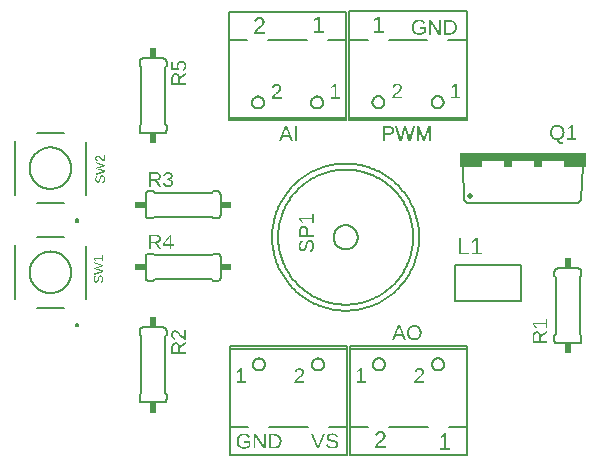
<source format=gbr>
G04 EAGLE Gerber RS-274X export*
G75*
%MOMM*%
%FSLAX34Y34*%
%LPD*%
%INSilkscreen Top*%
%IPPOS*%
%AMOC8*
5,1,8,0,0,1.08239X$1,22.5*%
G01*
G04 Define Apertures*
%ADD10C,0.152400*%
%ADD11C,0.508000*%
%ADD12R,10.668000X0.762000*%
%ADD13R,1.905000X0.508000*%
%ADD14R,0.762000X0.508000*%
%ADD15R,0.609600X0.863600*%
%ADD16R,0.863600X0.609600*%
%ADD17C,0.127000*%
%ADD18C,0.200000*%
G36*
X405480Y170574D02*
X396817Y170574D01*
X396817Y172075D01*
X400339Y172075D01*
X400339Y182710D01*
X397219Y180483D01*
X397219Y182151D01*
X400486Y184398D01*
X402115Y184398D01*
X402115Y172075D01*
X405480Y172075D01*
X405480Y170574D01*
G37*
G36*
X394638Y170574D02*
X385778Y170574D01*
X385778Y184398D01*
X387652Y184398D01*
X387652Y172104D01*
X394638Y172104D01*
X394638Y170574D01*
G37*
G36*
X324147Y6885D02*
X314992Y6885D01*
X314992Y8131D01*
X315256Y8688D01*
X315548Y9211D01*
X315867Y9701D01*
X316214Y10157D01*
X316579Y10585D01*
X316954Y10993D01*
X317337Y11380D01*
X317730Y11746D01*
X318521Y12432D01*
X319305Y13066D01*
X320047Y13674D01*
X320713Y14283D01*
X321011Y14590D01*
X321280Y14906D01*
X321519Y15228D01*
X321728Y15558D01*
X321898Y15903D01*
X322019Y16269D01*
X322091Y16658D01*
X322110Y16861D01*
X322116Y17069D01*
X322105Y17346D01*
X322074Y17606D01*
X322022Y17851D01*
X321949Y18080D01*
X321855Y18292D01*
X321740Y18489D01*
X321605Y18670D01*
X321448Y18835D01*
X321273Y18982D01*
X321082Y19110D01*
X320875Y19218D01*
X320651Y19306D01*
X320411Y19375D01*
X320155Y19424D01*
X319883Y19453D01*
X319594Y19463D01*
X319318Y19453D01*
X319055Y19425D01*
X318804Y19377D01*
X318565Y19310D01*
X318339Y19223D01*
X318125Y19118D01*
X317924Y18993D01*
X317735Y18850D01*
X317561Y18689D01*
X317407Y18512D01*
X317271Y18320D01*
X317155Y18113D01*
X317057Y17890D01*
X316978Y17651D01*
X316918Y17397D01*
X316876Y17128D01*
X315071Y17295D01*
X315136Y17699D01*
X315233Y18081D01*
X315361Y18443D01*
X315521Y18784D01*
X315713Y19103D01*
X315937Y19401D01*
X316192Y19678D01*
X316479Y19934D01*
X316793Y20164D01*
X317128Y20363D01*
X317485Y20532D01*
X317864Y20670D01*
X318264Y20777D01*
X318686Y20854D01*
X319129Y20900D01*
X319594Y20915D01*
X320101Y20900D01*
X320579Y20853D01*
X321025Y20776D01*
X321442Y20669D01*
X321829Y20530D01*
X322185Y20360D01*
X322511Y20160D01*
X322807Y19929D01*
X323071Y19670D01*
X323299Y19384D01*
X323492Y19073D01*
X323650Y18736D01*
X323773Y18373D01*
X323860Y17984D01*
X323913Y17569D01*
X323931Y17128D01*
X323908Y16726D01*
X323839Y16326D01*
X323724Y15927D01*
X323563Y15529D01*
X323356Y15131D01*
X323105Y14734D01*
X322809Y14337D01*
X322469Y13939D01*
X322023Y13487D01*
X321412Y12926D01*
X320635Y12256D01*
X319692Y11476D01*
X319157Y11027D01*
X318679Y10600D01*
X318259Y10195D01*
X317897Y9813D01*
X317586Y9446D01*
X317323Y9086D01*
X317106Y8733D01*
X316935Y8386D01*
X324147Y8386D01*
X324147Y6885D01*
G37*
G36*
X378718Y5245D02*
X370055Y5245D01*
X370055Y6746D01*
X373577Y6746D01*
X373577Y17381D01*
X370457Y15154D01*
X370457Y16822D01*
X373724Y19069D01*
X375353Y19069D01*
X375353Y6746D01*
X378718Y6746D01*
X378718Y5245D01*
G37*
G36*
X271565Y358148D02*
X262902Y358148D01*
X262902Y359649D01*
X266424Y359649D01*
X266424Y370285D01*
X263304Y368058D01*
X263304Y369726D01*
X266571Y371972D01*
X268200Y371972D01*
X268200Y359649D01*
X271565Y359649D01*
X271565Y358148D01*
G37*
G36*
X322773Y358148D02*
X314110Y358148D01*
X314110Y359649D01*
X317632Y359649D01*
X317632Y370285D01*
X314512Y368058D01*
X314512Y369726D01*
X317779Y371972D01*
X319408Y371972D01*
X319408Y359649D01*
X322773Y359649D01*
X322773Y358148D01*
G37*
G36*
X221731Y357446D02*
X212577Y357446D01*
X212577Y358692D01*
X212841Y359249D01*
X213132Y359772D01*
X213451Y360262D01*
X213798Y360718D01*
X214163Y361146D01*
X214538Y361554D01*
X214921Y361941D01*
X215314Y362307D01*
X216105Y362993D01*
X216889Y363627D01*
X217631Y364235D01*
X218297Y364843D01*
X218596Y365151D01*
X218864Y365466D01*
X219103Y365789D01*
X219312Y366119D01*
X219482Y366463D01*
X219603Y366830D01*
X219675Y367219D01*
X219694Y367422D01*
X219700Y367630D01*
X219689Y367906D01*
X219658Y368167D01*
X219606Y368412D01*
X219533Y368640D01*
X219439Y368853D01*
X219324Y369050D01*
X219189Y369231D01*
X219032Y369396D01*
X218858Y369543D01*
X218666Y369671D01*
X218459Y369779D01*
X218235Y369867D01*
X217995Y369936D01*
X217739Y369985D01*
X217467Y370014D01*
X217178Y370024D01*
X216902Y370014D01*
X216639Y369985D01*
X216388Y369938D01*
X216149Y369871D01*
X215923Y369784D01*
X215709Y369679D01*
X215508Y369554D01*
X215319Y369411D01*
X215146Y369250D01*
X214991Y369073D01*
X214856Y368881D01*
X214739Y368674D01*
X214641Y368451D01*
X214562Y368212D01*
X214502Y367958D01*
X214460Y367689D01*
X212655Y367855D01*
X212720Y368259D01*
X212817Y368642D01*
X212945Y369004D01*
X213105Y369344D01*
X213297Y369664D01*
X213521Y369962D01*
X213776Y370239D01*
X214063Y370495D01*
X214377Y370725D01*
X214712Y370924D01*
X215069Y371093D01*
X215448Y371231D01*
X215848Y371338D01*
X216270Y371415D01*
X216713Y371461D01*
X217178Y371476D01*
X217685Y371460D01*
X218163Y371414D01*
X218610Y371337D01*
X219026Y371229D01*
X219413Y371091D01*
X219769Y370921D01*
X220095Y370721D01*
X220391Y370490D01*
X220655Y370230D01*
X220883Y369945D01*
X221076Y369634D01*
X221234Y369297D01*
X221357Y368933D01*
X221445Y368544D01*
X221497Y368130D01*
X221515Y367689D01*
X221492Y367287D01*
X221423Y366887D01*
X221308Y366487D01*
X221147Y366089D01*
X220940Y365692D01*
X220689Y365295D01*
X220394Y364897D01*
X220053Y364500D01*
X219607Y364048D01*
X218996Y363487D01*
X218219Y362817D01*
X217276Y362037D01*
X216741Y361588D01*
X216263Y361160D01*
X215843Y360756D01*
X215481Y360374D01*
X215170Y360007D01*
X214907Y359647D01*
X214690Y359294D01*
X214519Y358947D01*
X221731Y358947D01*
X221731Y357446D01*
G37*
G36*
X229819Y6308D02*
X225204Y6308D01*
X225204Y18649D01*
X229285Y18649D01*
X229671Y18643D01*
X230047Y18624D01*
X230411Y18594D01*
X230763Y18551D01*
X231105Y18495D01*
X231435Y18428D01*
X231755Y18348D01*
X232063Y18256D01*
X232359Y18151D01*
X232645Y18035D01*
X232920Y17906D01*
X233183Y17765D01*
X233435Y17611D01*
X233676Y17445D01*
X233906Y17267D01*
X234124Y17077D01*
X234330Y16875D01*
X234523Y16663D01*
X234703Y16441D01*
X234869Y16208D01*
X235023Y15965D01*
X235162Y15711D01*
X235289Y15447D01*
X235402Y15173D01*
X235502Y14888D01*
X235588Y14593D01*
X235661Y14288D01*
X235721Y13972D01*
X235768Y13646D01*
X235801Y13310D01*
X235821Y12963D01*
X235828Y12606D01*
X235816Y12136D01*
X235781Y11681D01*
X235723Y11241D01*
X235642Y10815D01*
X235537Y10405D01*
X235409Y10010D01*
X235258Y9630D01*
X235083Y9264D01*
X234887Y8917D01*
X234672Y8590D01*
X234437Y8284D01*
X234183Y8000D01*
X233910Y7736D01*
X233617Y7493D01*
X233304Y7271D01*
X232972Y7070D01*
X232624Y6892D01*
X232263Y6737D01*
X231889Y6606D01*
X231501Y6499D01*
X231100Y6415D01*
X230686Y6356D01*
X230259Y6320D01*
X229819Y6308D01*
G37*
%LPC*%
G36*
X229627Y7648D02*
X229961Y7657D01*
X230285Y7685D01*
X230599Y7732D01*
X230902Y7797D01*
X231195Y7881D01*
X231478Y7983D01*
X231751Y8104D01*
X232013Y8244D01*
X232263Y8401D01*
X232498Y8574D01*
X232718Y8764D01*
X232923Y8971D01*
X233113Y9194D01*
X233289Y9433D01*
X233449Y9688D01*
X233594Y9960D01*
X233724Y10247D01*
X233836Y10546D01*
X233931Y10858D01*
X234008Y11182D01*
X234068Y11519D01*
X234112Y11869D01*
X234137Y12231D01*
X234146Y12606D01*
X234126Y13162D01*
X234068Y13685D01*
X233969Y14173D01*
X233832Y14628D01*
X233655Y15048D01*
X233439Y15434D01*
X233184Y15786D01*
X232889Y16105D01*
X232557Y16387D01*
X232190Y16631D01*
X231788Y16838D01*
X231351Y17008D01*
X230879Y17140D01*
X230371Y17234D01*
X229828Y17290D01*
X229250Y17309D01*
X226876Y17309D01*
X226876Y7648D01*
X229627Y7648D01*
G37*
%LPD*%
G36*
X213755Y6308D02*
X212266Y6308D01*
X212266Y18649D01*
X214210Y18649D01*
X220885Y8069D01*
X220806Y9549D01*
X220779Y10556D01*
X220779Y18649D01*
X222286Y18649D01*
X222286Y6308D01*
X220271Y6308D01*
X213667Y16818D01*
X213711Y15969D01*
X213755Y14506D01*
X213755Y6308D01*
G37*
G36*
X203978Y6133D02*
X203502Y6145D01*
X203043Y6181D01*
X202601Y6241D01*
X202176Y6326D01*
X201767Y6434D01*
X201375Y6567D01*
X201000Y6723D01*
X200641Y6904D01*
X200301Y7107D01*
X199981Y7332D01*
X199683Y7577D01*
X199405Y7844D01*
X199147Y8132D01*
X198911Y8442D01*
X198695Y8772D01*
X198499Y9124D01*
X198326Y9494D01*
X198176Y9881D01*
X198048Y10283D01*
X197944Y10702D01*
X197863Y11136D01*
X197806Y11587D01*
X197771Y12053D01*
X197759Y12535D01*
X197766Y12906D01*
X197784Y13265D01*
X197816Y13614D01*
X197860Y13953D01*
X197917Y14280D01*
X197986Y14598D01*
X198068Y14904D01*
X198162Y15200D01*
X198269Y15486D01*
X198389Y15760D01*
X198521Y16025D01*
X198666Y16278D01*
X198823Y16521D01*
X198993Y16753D01*
X199371Y17186D01*
X199794Y17572D01*
X200021Y17746D01*
X200258Y17907D01*
X200506Y18055D01*
X200763Y18190D01*
X201031Y18312D01*
X201309Y18421D01*
X201597Y18518D01*
X201895Y18601D01*
X202204Y18672D01*
X202522Y18730D01*
X202851Y18775D01*
X203190Y18807D01*
X203540Y18826D01*
X203899Y18833D01*
X204399Y18822D01*
X204876Y18790D01*
X205328Y18736D01*
X205756Y18660D01*
X206160Y18563D01*
X206540Y18444D01*
X206896Y18303D01*
X207227Y18141D01*
X207538Y17955D01*
X207830Y17743D01*
X208104Y17505D01*
X208359Y17241D01*
X208596Y16951D01*
X208815Y16635D01*
X209016Y16293D01*
X209198Y15925D01*
X207604Y15452D01*
X207466Y15706D01*
X207316Y15942D01*
X207154Y16160D01*
X206979Y16361D01*
X206791Y16543D01*
X206591Y16708D01*
X206379Y16855D01*
X206154Y16985D01*
X205916Y17098D01*
X205664Y17196D01*
X205398Y17278D01*
X205118Y17346D01*
X204823Y17399D01*
X204515Y17436D01*
X204192Y17459D01*
X203855Y17467D01*
X203337Y17446D01*
X202850Y17386D01*
X202394Y17285D01*
X201970Y17144D01*
X201577Y16962D01*
X201216Y16740D01*
X200886Y16477D01*
X200588Y16175D01*
X200323Y15835D01*
X200094Y15463D01*
X199900Y15057D01*
X199741Y14619D01*
X199617Y14148D01*
X199529Y13643D01*
X199476Y13106D01*
X199458Y12535D01*
X199477Y11966D01*
X199533Y11428D01*
X199627Y10920D01*
X199758Y10443D01*
X199927Y9997D01*
X200133Y9582D01*
X200377Y9197D01*
X200658Y8844D01*
X200973Y8527D01*
X201316Y8252D01*
X201688Y8019D01*
X202088Y7829D01*
X202518Y7681D01*
X202976Y7575D01*
X203462Y7512D01*
X203978Y7491D01*
X204572Y7514D01*
X205146Y7582D01*
X205700Y7697D01*
X206233Y7858D01*
X206732Y8059D01*
X207180Y8292D01*
X207579Y8558D01*
X207928Y8857D01*
X207928Y11082D01*
X204241Y11082D01*
X204241Y12483D01*
X209469Y12483D01*
X209469Y8226D01*
X209217Y7984D01*
X208951Y7755D01*
X208672Y7541D01*
X208378Y7341D01*
X208070Y7154D01*
X207749Y6982D01*
X207414Y6824D01*
X207065Y6680D01*
X206706Y6552D01*
X206339Y6441D01*
X205964Y6347D01*
X205582Y6270D01*
X205192Y6210D01*
X204795Y6167D01*
X204390Y6142D01*
X203978Y6133D01*
G37*
G36*
X378227Y356735D02*
X373611Y356735D01*
X373611Y369076D01*
X377692Y369076D01*
X378079Y369070D01*
X378454Y369052D01*
X378818Y369021D01*
X379171Y368978D01*
X379512Y368923D01*
X379843Y368855D01*
X380162Y368775D01*
X380470Y368683D01*
X380767Y368579D01*
X381053Y368462D01*
X381327Y368333D01*
X381590Y368192D01*
X381842Y368038D01*
X382083Y367873D01*
X382313Y367694D01*
X382532Y367504D01*
X382738Y367302D01*
X382931Y367090D01*
X383110Y366868D01*
X383277Y366635D01*
X383430Y366392D01*
X383570Y366138D01*
X383696Y365874D01*
X383809Y365600D01*
X383909Y365316D01*
X383996Y365021D01*
X384069Y364715D01*
X384129Y364399D01*
X384175Y364073D01*
X384208Y363737D01*
X384228Y363390D01*
X384235Y363033D01*
X384223Y362563D01*
X384189Y362108D01*
X384130Y361668D01*
X384049Y361243D01*
X383944Y360833D01*
X383816Y360437D01*
X383665Y360057D01*
X383491Y359691D01*
X383295Y359344D01*
X383080Y359017D01*
X382845Y358712D01*
X382591Y358427D01*
X382317Y358163D01*
X382024Y357920D01*
X381712Y357698D01*
X381380Y357497D01*
X381032Y357319D01*
X380670Y357164D01*
X380296Y357033D01*
X379908Y356926D01*
X379508Y356843D01*
X379094Y356783D01*
X378667Y356747D01*
X378227Y356735D01*
G37*
%LPC*%
G36*
X378034Y358075D02*
X378368Y358085D01*
X378692Y358113D01*
X379006Y358159D01*
X379309Y358224D01*
X379603Y358308D01*
X379886Y358411D01*
X380158Y358531D01*
X380421Y358671D01*
X380671Y358828D01*
X380905Y359002D01*
X381125Y359192D01*
X381331Y359398D01*
X381521Y359621D01*
X381696Y359860D01*
X381856Y360116D01*
X382002Y360388D01*
X382131Y360674D01*
X382243Y360973D01*
X382338Y361285D01*
X382415Y361610D01*
X382476Y361946D01*
X382519Y362296D01*
X382545Y362658D01*
X382553Y363033D01*
X382534Y363589D01*
X382475Y364112D01*
X382377Y364601D01*
X382239Y365055D01*
X382062Y365475D01*
X381846Y365862D01*
X381591Y366214D01*
X381297Y366532D01*
X380965Y366814D01*
X380598Y367059D01*
X380196Y367266D01*
X379758Y367435D01*
X379286Y367567D01*
X378778Y367661D01*
X378235Y367717D01*
X377657Y367736D01*
X375284Y367736D01*
X375284Y358075D01*
X378034Y358075D01*
G37*
%LPD*%
G36*
X362162Y356735D02*
X360673Y356735D01*
X360673Y369076D01*
X362618Y369076D01*
X369292Y358496D01*
X369213Y359976D01*
X369187Y360983D01*
X369187Y369076D01*
X370693Y369076D01*
X370693Y356735D01*
X368679Y356735D01*
X362075Y367246D01*
X362119Y366396D01*
X362162Y364933D01*
X362162Y356735D01*
G37*
G36*
X352385Y356560D02*
X351910Y356572D01*
X351451Y356608D01*
X351009Y356669D01*
X350583Y356753D01*
X350174Y356861D01*
X349782Y356994D01*
X349407Y357150D01*
X349048Y357331D01*
X348708Y357534D01*
X348389Y357759D01*
X348090Y358005D01*
X347812Y358271D01*
X347555Y358560D01*
X347318Y358869D01*
X347102Y359200D01*
X346907Y359551D01*
X346733Y359922D01*
X346583Y360308D01*
X346456Y360711D01*
X346352Y361129D01*
X346271Y361563D01*
X346213Y362014D01*
X346178Y362480D01*
X346167Y362963D01*
X346173Y363333D01*
X346192Y363693D01*
X346223Y364042D01*
X346267Y364380D01*
X346324Y364708D01*
X346393Y365025D01*
X346475Y365332D01*
X346570Y365628D01*
X346677Y365913D01*
X346796Y366188D01*
X346928Y366452D01*
X347073Y366705D01*
X347231Y366948D01*
X347401Y367181D01*
X347778Y367614D01*
X348202Y367999D01*
X348428Y368173D01*
X348666Y368334D01*
X348913Y368482D01*
X349170Y368617D01*
X349438Y368739D01*
X349716Y368849D01*
X350004Y368945D01*
X350302Y369029D01*
X350611Y369099D01*
X350930Y369157D01*
X351259Y369202D01*
X351598Y369234D01*
X351947Y369254D01*
X352306Y369260D01*
X352807Y369249D01*
X353283Y369217D01*
X353735Y369163D01*
X354163Y369087D01*
X354567Y368990D01*
X354947Y368871D01*
X355303Y368730D01*
X355635Y368568D01*
X355945Y368382D01*
X356237Y368170D01*
X356511Y367932D01*
X356767Y367668D01*
X357004Y367378D01*
X357223Y367062D01*
X357423Y366720D01*
X357605Y366352D01*
X356011Y365879D01*
X355874Y366133D01*
X355724Y366369D01*
X355561Y366588D01*
X355386Y366788D01*
X355199Y366971D01*
X354999Y367136D01*
X354787Y367283D01*
X354562Y367412D01*
X354324Y367525D01*
X354072Y367623D01*
X353805Y367706D01*
X353525Y367773D01*
X353230Y367826D01*
X352922Y367864D01*
X352599Y367886D01*
X352263Y367894D01*
X351744Y367874D01*
X351257Y367813D01*
X350801Y367712D01*
X350377Y367571D01*
X349985Y367389D01*
X349624Y367167D01*
X349294Y366905D01*
X348996Y366602D01*
X348731Y366262D01*
X348501Y365890D01*
X348307Y365485D01*
X348148Y365046D01*
X348025Y364575D01*
X347936Y364070D01*
X347883Y363533D01*
X347866Y362963D01*
X347885Y362394D01*
X347941Y361855D01*
X348035Y361347D01*
X348166Y360871D01*
X348335Y360424D01*
X348541Y360009D01*
X348785Y359625D01*
X349066Y359271D01*
X349380Y358954D01*
X349723Y358679D01*
X350095Y358446D01*
X350496Y358256D01*
X350925Y358108D01*
X351383Y358002D01*
X351870Y357939D01*
X352385Y357918D01*
X352979Y357941D01*
X353553Y358010D01*
X354107Y358125D01*
X354641Y358286D01*
X355139Y358486D01*
X355588Y358719D01*
X355986Y358985D01*
X356335Y359284D01*
X356335Y361509D01*
X352648Y361509D01*
X352648Y362910D01*
X357877Y362910D01*
X357877Y358654D01*
X357625Y358411D01*
X357359Y358183D01*
X357079Y357968D01*
X356785Y357768D01*
X356478Y357582D01*
X356157Y357410D01*
X355822Y357252D01*
X355473Y357108D01*
X355113Y356979D01*
X354746Y356868D01*
X354371Y356774D01*
X353989Y356697D01*
X353599Y356637D01*
X353202Y356595D01*
X352797Y356569D01*
X352385Y356560D01*
G37*
G36*
X472318Y264295D02*
X471995Y264307D01*
X471686Y264342D01*
X471392Y264400D01*
X471112Y264482D01*
X470848Y264587D01*
X470598Y264716D01*
X470362Y264868D01*
X470141Y265044D01*
X469933Y265247D01*
X469734Y265481D01*
X469545Y265746D01*
X469365Y266043D01*
X469195Y266372D01*
X469035Y266731D01*
X468885Y267122D01*
X468744Y267544D01*
X468318Y267577D01*
X467907Y267632D01*
X467511Y267709D01*
X467130Y267808D01*
X466763Y267929D01*
X466412Y268072D01*
X466075Y268237D01*
X465753Y268425D01*
X465448Y268632D01*
X465162Y268860D01*
X464894Y269107D01*
X464645Y269373D01*
X464415Y269658D01*
X464203Y269963D01*
X464010Y270288D01*
X463835Y270632D01*
X463680Y270992D01*
X463546Y271367D01*
X463432Y271756D01*
X463339Y272159D01*
X463267Y272576D01*
X463215Y273007D01*
X463184Y273452D01*
X463174Y273912D01*
X463180Y274277D01*
X463199Y274632D01*
X463231Y274977D01*
X463275Y275311D01*
X463332Y275636D01*
X463402Y275950D01*
X463484Y276255D01*
X463579Y276549D01*
X463687Y276833D01*
X463807Y277108D01*
X463940Y277372D01*
X464085Y277626D01*
X464414Y278103D01*
X464794Y278541D01*
X465219Y278932D01*
X465447Y279108D01*
X465684Y279271D01*
X465931Y279421D01*
X466188Y279557D01*
X466455Y279681D01*
X466732Y279792D01*
X467019Y279890D01*
X467316Y279975D01*
X467622Y280046D01*
X467939Y280105D01*
X468266Y280151D01*
X468602Y280183D01*
X468949Y280203D01*
X469305Y280209D01*
X469768Y280197D01*
X470215Y280162D01*
X470647Y280104D01*
X471063Y280022D01*
X471464Y279917D01*
X471849Y279788D01*
X472218Y279636D01*
X472572Y279460D01*
X472908Y279263D01*
X473223Y279043D01*
X473518Y278803D01*
X473793Y278542D01*
X474047Y278259D01*
X474281Y277955D01*
X474494Y277630D01*
X474687Y277284D01*
X474858Y276919D01*
X475007Y276538D01*
X475133Y276140D01*
X475236Y275727D01*
X475316Y275297D01*
X475373Y274852D01*
X475407Y274390D01*
X475418Y273912D01*
X475398Y273274D01*
X475336Y272665D01*
X475234Y272085D01*
X475090Y271534D01*
X474905Y271012D01*
X474679Y270519D01*
X474413Y270055D01*
X474105Y269620D01*
X473760Y269221D01*
X473384Y268865D01*
X472975Y268552D01*
X472535Y268282D01*
X472062Y268055D01*
X471557Y267871D01*
X471021Y267730D01*
X470452Y267632D01*
X470646Y267118D01*
X470867Y266682D01*
X470988Y266492D01*
X471117Y266321D01*
X471252Y266170D01*
X471394Y266038D01*
X471544Y265923D01*
X471704Y265823D01*
X471874Y265739D01*
X472054Y265670D01*
X472243Y265616D01*
X472442Y265578D01*
X472651Y265555D01*
X472870Y265547D01*
X473113Y265555D01*
X473362Y265576D01*
X473877Y265661D01*
X473877Y264488D01*
X473474Y264403D01*
X473080Y264343D01*
X472694Y264307D01*
X472318Y264295D01*
G37*
%LPC*%
G36*
X469287Y268867D02*
X469806Y268887D01*
X470294Y268949D01*
X470750Y269052D01*
X471176Y269196D01*
X471570Y269382D01*
X471934Y269608D01*
X472266Y269876D01*
X472567Y270185D01*
X472835Y270532D01*
X473068Y270912D01*
X473264Y271327D01*
X473425Y271776D01*
X473550Y272259D01*
X473639Y272776D01*
X473693Y273327D01*
X473710Y273912D01*
X473692Y274472D01*
X473638Y275002D01*
X473548Y275500D01*
X473423Y275968D01*
X473261Y276405D01*
X473063Y276810D01*
X472829Y277185D01*
X472559Y277529D01*
X472256Y277837D01*
X471923Y278104D01*
X471561Y278330D01*
X471169Y278514D01*
X470748Y278658D01*
X470297Y278761D01*
X469816Y278822D01*
X469305Y278843D01*
X468790Y278823D01*
X468305Y278762D01*
X467851Y278661D01*
X467426Y278519D01*
X467032Y278337D01*
X466667Y278114D01*
X466333Y277850D01*
X466029Y277547D01*
X465758Y277206D01*
X465523Y276833D01*
X465325Y276428D01*
X465162Y275990D01*
X465036Y275519D01*
X464945Y275016D01*
X464891Y274480D01*
X464873Y273912D01*
X464891Y273347D01*
X464946Y272811D01*
X465038Y272306D01*
X465165Y271831D01*
X465330Y271385D01*
X465531Y270970D01*
X465768Y270584D01*
X466042Y270229D01*
X466349Y269910D01*
X466684Y269633D01*
X467047Y269399D01*
X467438Y269207D01*
X467858Y269058D01*
X468306Y268952D01*
X468783Y268888D01*
X469287Y268867D01*
G37*
%LPD*%
G36*
X485362Y267684D02*
X477628Y267684D01*
X477628Y269025D01*
X480772Y269025D01*
X480772Y278519D01*
X477987Y276531D01*
X477987Y278020D01*
X480904Y280025D01*
X482358Y280025D01*
X482358Y269025D01*
X485362Y269025D01*
X485362Y267684D01*
G37*
G36*
X460680Y95276D02*
X448339Y95276D01*
X448339Y101083D01*
X448354Y101589D01*
X448397Y102065D01*
X448470Y102512D01*
X448572Y102930D01*
X448704Y103317D01*
X448864Y103675D01*
X449053Y104003D01*
X449272Y104301D01*
X449517Y104567D01*
X449784Y104798D01*
X450074Y104993D01*
X450388Y105152D01*
X450724Y105276D01*
X451083Y105365D01*
X451464Y105418D01*
X451869Y105436D01*
X452206Y105423D01*
X452529Y105386D01*
X452839Y105323D01*
X453134Y105235D01*
X453417Y105123D01*
X453685Y104985D01*
X453940Y104822D01*
X454181Y104634D01*
X454405Y104424D01*
X454606Y104195D01*
X454787Y103948D01*
X454853Y103837D01*
X454945Y103681D01*
X455082Y103395D01*
X455198Y103090D01*
X455291Y102766D01*
X455364Y102423D01*
X457627Y103914D01*
X460680Y105926D01*
X460680Y103999D01*
X455556Y100794D01*
X455556Y96949D01*
X460680Y96949D01*
X460680Y95276D01*
G37*
%LPC*%
G36*
X454234Y96949D02*
X454234Y100986D01*
X454224Y101308D01*
X454195Y101610D01*
X454147Y101894D01*
X454079Y102159D01*
X453992Y102405D01*
X453886Y102633D01*
X453761Y102841D01*
X453616Y103031D01*
X453454Y103201D01*
X453277Y103348D01*
X453084Y103472D01*
X452875Y103573D01*
X452651Y103652D01*
X452412Y103709D01*
X452157Y103743D01*
X451886Y103754D01*
X451625Y103743D01*
X451380Y103708D01*
X451150Y103651D01*
X450937Y103571D01*
X450740Y103468D01*
X450559Y103343D01*
X450393Y103194D01*
X450244Y103023D01*
X450112Y102830D01*
X449997Y102617D01*
X449900Y102384D01*
X449820Y102130D01*
X449759Y101857D01*
X449715Y101563D01*
X449688Y101250D01*
X449679Y100916D01*
X449679Y96949D01*
X454234Y96949D01*
G37*
%LPD*%
G36*
X460680Y108108D02*
X459340Y108108D01*
X459340Y111252D01*
X449846Y111252D01*
X451834Y108467D01*
X450345Y108467D01*
X448339Y111384D01*
X448339Y112838D01*
X459340Y112838D01*
X459340Y115842D01*
X460680Y115842D01*
X460680Y108108D01*
G37*
G36*
X154940Y85986D02*
X142599Y85986D01*
X142599Y91793D01*
X142614Y92299D01*
X142658Y92776D01*
X142730Y93223D01*
X142832Y93640D01*
X142964Y94028D01*
X143124Y94385D01*
X143313Y94714D01*
X143532Y95012D01*
X143777Y95278D01*
X144044Y95508D01*
X144334Y95703D01*
X144648Y95863D01*
X144984Y95987D01*
X145343Y96075D01*
X145724Y96128D01*
X146129Y96146D01*
X146466Y96134D01*
X146789Y96096D01*
X147099Y96033D01*
X147395Y95946D01*
X147677Y95833D01*
X147945Y95695D01*
X148200Y95533D01*
X148441Y95345D01*
X148665Y95135D01*
X148867Y94906D01*
X149047Y94658D01*
X149113Y94547D01*
X149205Y94391D01*
X149342Y94105D01*
X149458Y93800D01*
X149551Y93476D01*
X149624Y93133D01*
X151887Y94625D01*
X154940Y96637D01*
X154940Y94710D01*
X149816Y91504D01*
X149816Y87659D01*
X154940Y87659D01*
X154940Y85986D01*
G37*
%LPC*%
G36*
X148494Y87659D02*
X148494Y91697D01*
X148484Y92018D01*
X148455Y92321D01*
X148407Y92604D01*
X148339Y92869D01*
X148253Y93116D01*
X148146Y93343D01*
X148021Y93552D01*
X147876Y93742D01*
X147714Y93911D01*
X147537Y94058D01*
X147344Y94182D01*
X147135Y94284D01*
X146911Y94363D01*
X146672Y94419D01*
X146417Y94453D01*
X146146Y94465D01*
X145885Y94453D01*
X145640Y94419D01*
X145411Y94362D01*
X145197Y94282D01*
X145000Y94179D01*
X144819Y94053D01*
X144653Y93905D01*
X144504Y93733D01*
X144372Y93540D01*
X144257Y93327D01*
X144160Y93094D01*
X144081Y92841D01*
X144019Y92568D01*
X143975Y92274D01*
X143948Y91960D01*
X143939Y91627D01*
X143939Y87659D01*
X148494Y87659D01*
G37*
%LPD*%
G36*
X154940Y98354D02*
X153828Y98354D01*
X153330Y98590D01*
X152863Y98850D01*
X152426Y99135D01*
X152019Y99445D01*
X151636Y99771D01*
X151272Y100105D01*
X150927Y100447D01*
X150600Y100798D01*
X149988Y101504D01*
X149422Y102204D01*
X148879Y102866D01*
X148336Y103461D01*
X148061Y103728D01*
X147780Y103968D01*
X147492Y104181D01*
X147197Y104367D01*
X146890Y104519D01*
X146562Y104627D01*
X146215Y104692D01*
X145849Y104713D01*
X145602Y104704D01*
X145369Y104676D01*
X145151Y104629D01*
X144947Y104564D01*
X144757Y104480D01*
X144581Y104378D01*
X144419Y104257D01*
X144272Y104118D01*
X144141Y103961D01*
X144027Y103791D01*
X143931Y103606D01*
X143852Y103406D01*
X143790Y103192D01*
X143747Y102963D01*
X143720Y102720D01*
X143712Y102462D01*
X143720Y102216D01*
X143746Y101981D01*
X143789Y101757D01*
X143848Y101544D01*
X143925Y101342D01*
X144019Y101151D01*
X144131Y100971D01*
X144259Y100802D01*
X144403Y100648D01*
X144560Y100510D01*
X144732Y100389D01*
X144917Y100285D01*
X145116Y100197D01*
X145329Y100127D01*
X145556Y100073D01*
X145796Y100036D01*
X145647Y98425D01*
X145287Y98482D01*
X144945Y98569D01*
X144622Y98683D01*
X144318Y98826D01*
X144033Y98998D01*
X143767Y99197D01*
X143520Y99425D01*
X143291Y99681D01*
X143086Y99961D01*
X142908Y100261D01*
X142757Y100579D01*
X142634Y100917D01*
X142538Y101275D01*
X142470Y101651D01*
X142429Y102047D01*
X142415Y102462D01*
X142429Y102915D01*
X142470Y103341D01*
X142539Y103740D01*
X142635Y104112D01*
X142759Y104457D01*
X142910Y104775D01*
X143089Y105066D01*
X143296Y105331D01*
X143527Y105566D01*
X143782Y105769D01*
X144060Y105942D01*
X144361Y106083D01*
X144685Y106192D01*
X145032Y106271D01*
X145403Y106318D01*
X145796Y106333D01*
X146155Y106313D01*
X146512Y106251D01*
X146868Y106149D01*
X147224Y106005D01*
X147578Y105821D01*
X147933Y105597D01*
X148288Y105333D01*
X148643Y105028D01*
X149046Y104630D01*
X149547Y104085D01*
X150145Y103391D01*
X150841Y102550D01*
X151243Y102072D01*
X151624Y101645D01*
X151985Y101270D01*
X152326Y100947D01*
X152653Y100670D01*
X152975Y100435D01*
X153290Y100241D01*
X153600Y100089D01*
X153600Y106526D01*
X154940Y106526D01*
X154940Y98354D01*
G37*
G36*
X125064Y227865D02*
X123391Y227865D01*
X123391Y240205D01*
X129198Y240205D01*
X129705Y240191D01*
X130181Y240147D01*
X130628Y240074D01*
X131045Y239972D01*
X131433Y239841D01*
X131791Y239681D01*
X132119Y239491D01*
X132417Y239273D01*
X132683Y239028D01*
X132913Y238761D01*
X133108Y238470D01*
X133268Y238157D01*
X133392Y237821D01*
X133480Y237462D01*
X133534Y237080D01*
X133551Y236676D01*
X133539Y236339D01*
X133501Y236016D01*
X133439Y235706D01*
X133351Y235410D01*
X133238Y235128D01*
X133101Y234859D01*
X132938Y234605D01*
X132750Y234363D01*
X132540Y234140D01*
X132311Y233938D01*
X132063Y233758D01*
X131952Y233692D01*
X131796Y233599D01*
X131510Y233462D01*
X131205Y233347D01*
X130881Y233253D01*
X130538Y233181D01*
X132030Y230918D01*
X134042Y227865D01*
X132115Y227865D01*
X128909Y232988D01*
X125064Y232988D01*
X125064Y227865D01*
G37*
%LPC*%
G36*
X129102Y234311D02*
X129423Y234321D01*
X129726Y234350D01*
X130010Y234398D01*
X130275Y234465D01*
X130521Y234552D01*
X130748Y234658D01*
X130957Y234784D01*
X131147Y234928D01*
X131316Y235091D01*
X131463Y235268D01*
X131587Y235461D01*
X131689Y235670D01*
X131768Y235894D01*
X131825Y236133D01*
X131858Y236388D01*
X131870Y236658D01*
X131858Y236920D01*
X131824Y237165D01*
X131767Y237394D01*
X131687Y237607D01*
X131584Y237805D01*
X131458Y237986D01*
X131310Y238151D01*
X131138Y238300D01*
X130945Y238433D01*
X130732Y238548D01*
X130499Y238645D01*
X130246Y238724D01*
X129973Y238786D01*
X129679Y238830D01*
X129366Y238857D01*
X129032Y238865D01*
X125064Y238865D01*
X125064Y234311D01*
X129102Y234311D01*
G37*
%LPD*%
G36*
X139859Y227690D02*
X139402Y227703D01*
X138969Y227742D01*
X138559Y227808D01*
X138174Y227901D01*
X137812Y228020D01*
X137473Y228165D01*
X137159Y228337D01*
X136868Y228535D01*
X136603Y228759D01*
X136366Y229008D01*
X136158Y229283D01*
X135977Y229582D01*
X135826Y229908D01*
X135702Y230258D01*
X135607Y230634D01*
X135541Y231035D01*
X137170Y231184D01*
X137217Y230919D01*
X137281Y230671D01*
X137360Y230440D01*
X137456Y230226D01*
X137568Y230029D01*
X137696Y229850D01*
X137840Y229687D01*
X138000Y229542D01*
X138176Y229414D01*
X138368Y229302D01*
X138576Y229208D01*
X138800Y229131D01*
X139041Y229071D01*
X139297Y229029D01*
X139570Y229003D01*
X139859Y228995D01*
X140148Y229004D01*
X140422Y229031D01*
X140680Y229077D01*
X140922Y229141D01*
X141147Y229224D01*
X141357Y229325D01*
X141551Y229444D01*
X141729Y229581D01*
X141888Y229737D01*
X142026Y229910D01*
X142142Y230102D01*
X142238Y230310D01*
X142312Y230537D01*
X142365Y230782D01*
X142397Y231044D01*
X142407Y231324D01*
X142395Y231569D01*
X142359Y231800D01*
X142298Y232018D01*
X142214Y232221D01*
X142105Y232411D01*
X141971Y232586D01*
X141814Y232748D01*
X141632Y232896D01*
X141428Y233029D01*
X141202Y233144D01*
X140954Y233241D01*
X140685Y233320D01*
X140395Y233382D01*
X140083Y233426D01*
X139749Y233453D01*
X139394Y233461D01*
X138501Y233461D01*
X138501Y234828D01*
X139359Y234828D01*
X139674Y234837D01*
X139971Y234863D01*
X140250Y234907D01*
X140510Y234969D01*
X140752Y235048D01*
X140976Y235145D01*
X141182Y235260D01*
X141369Y235393D01*
X141537Y235541D01*
X141682Y235702D01*
X141804Y235877D01*
X141905Y236066D01*
X141983Y236268D01*
X142039Y236484D01*
X142072Y236713D01*
X142083Y236956D01*
X142074Y237197D01*
X142047Y237425D01*
X142001Y237640D01*
X141938Y237842D01*
X141856Y238031D01*
X141756Y238207D01*
X141637Y238370D01*
X141501Y238519D01*
X141346Y238654D01*
X141174Y238770D01*
X140985Y238869D01*
X140777Y238950D01*
X140552Y239012D01*
X140309Y239057D01*
X140049Y239084D01*
X139771Y239093D01*
X139517Y239085D01*
X139275Y239060D01*
X139045Y239018D01*
X138828Y238960D01*
X138624Y238884D01*
X138432Y238793D01*
X138252Y238684D01*
X138085Y238559D01*
X137933Y238418D01*
X137797Y238264D01*
X137678Y238097D01*
X137576Y237915D01*
X137491Y237720D01*
X137422Y237511D01*
X137371Y237289D01*
X137336Y237052D01*
X135751Y237175D01*
X135809Y237543D01*
X135895Y237891D01*
X136010Y238218D01*
X136153Y238524D01*
X136324Y238809D01*
X136524Y239073D01*
X136751Y239317D01*
X137008Y239540D01*
X137288Y239739D01*
X137587Y239911D01*
X137906Y240058D01*
X138244Y240177D01*
X138601Y240270D01*
X138978Y240336D01*
X139373Y240376D01*
X139789Y240389D01*
X140240Y240376D01*
X140665Y240335D01*
X141065Y240268D01*
X141438Y240174D01*
X141786Y240052D01*
X142108Y239904D01*
X142404Y239729D01*
X142675Y239527D01*
X142916Y239300D01*
X143125Y239053D01*
X143302Y238784D01*
X143446Y238494D01*
X143559Y238183D01*
X143639Y237851D01*
X143688Y237497D01*
X143704Y237122D01*
X143693Y236834D01*
X143662Y236559D01*
X143611Y236298D01*
X143538Y236051D01*
X143445Y235817D01*
X143332Y235598D01*
X143197Y235392D01*
X143042Y235200D01*
X142868Y235022D01*
X142674Y234860D01*
X142462Y234712D01*
X142231Y234579D01*
X141981Y234461D01*
X141713Y234358D01*
X141426Y234270D01*
X141120Y234197D01*
X141120Y234162D01*
X141456Y234115D01*
X141773Y234048D01*
X142072Y233962D01*
X142350Y233856D01*
X142610Y233730D01*
X142851Y233584D01*
X143072Y233419D01*
X143274Y233234D01*
X143455Y233032D01*
X143612Y232819D01*
X143744Y232592D01*
X143853Y232353D01*
X143937Y232102D01*
X143997Y231838D01*
X144033Y231561D01*
X144045Y231272D01*
X144028Y230857D01*
X143977Y230466D01*
X143892Y230099D01*
X143774Y229757D01*
X143621Y229438D01*
X143434Y229143D01*
X143214Y228873D01*
X142959Y228627D01*
X142673Y228407D01*
X142358Y228217D01*
X142014Y228056D01*
X141641Y227924D01*
X141239Y227821D01*
X140808Y227748D01*
X140348Y227704D01*
X139859Y227690D01*
G37*
G36*
X125142Y175033D02*
X123469Y175033D01*
X123469Y187373D01*
X129276Y187373D01*
X129782Y187359D01*
X130259Y187315D01*
X130706Y187242D01*
X131123Y187140D01*
X131510Y187009D01*
X131868Y186849D01*
X132196Y186659D01*
X132495Y186441D01*
X132760Y186196D01*
X132991Y185929D01*
X133186Y185638D01*
X133345Y185325D01*
X133469Y184989D01*
X133558Y184630D01*
X133611Y184248D01*
X133629Y183844D01*
X133616Y183507D01*
X133579Y183184D01*
X133516Y182874D01*
X133428Y182578D01*
X133316Y182296D01*
X133178Y182027D01*
X133015Y181773D01*
X132827Y181532D01*
X132618Y181308D01*
X132389Y181106D01*
X132141Y180926D01*
X132030Y180860D01*
X131874Y180767D01*
X131588Y180630D01*
X131283Y180515D01*
X130959Y180421D01*
X130616Y180349D01*
X132107Y178086D01*
X134119Y175033D01*
X132192Y175033D01*
X128987Y180156D01*
X125142Y180156D01*
X125142Y175033D01*
G37*
%LPC*%
G36*
X129179Y181479D02*
X129501Y181489D01*
X129803Y181518D01*
X130087Y181566D01*
X130352Y181633D01*
X130598Y181720D01*
X130826Y181826D01*
X131035Y181952D01*
X131225Y182096D01*
X131394Y182259D01*
X131541Y182436D01*
X131665Y182629D01*
X131766Y182838D01*
X131846Y183062D01*
X131902Y183301D01*
X131936Y183556D01*
X131947Y183826D01*
X131936Y184088D01*
X131901Y184333D01*
X131844Y184562D01*
X131764Y184775D01*
X131661Y184973D01*
X131536Y185154D01*
X131387Y185319D01*
X131216Y185468D01*
X131023Y185601D01*
X130810Y185716D01*
X130577Y185813D01*
X130324Y185892D01*
X130050Y185954D01*
X129757Y185998D01*
X129443Y186025D01*
X129109Y186033D01*
X125142Y186033D01*
X125142Y181479D01*
X129179Y181479D01*
G37*
%LPD*%
G36*
X142651Y175033D02*
X141162Y175033D01*
X141162Y177827D01*
X135347Y177827D01*
X135347Y179053D01*
X140996Y187373D01*
X142651Y187373D01*
X142651Y179070D01*
X144385Y179070D01*
X144385Y177827D01*
X142651Y177827D01*
X142651Y175033D01*
G37*
%LPC*%
G36*
X141162Y179070D02*
X141162Y185595D01*
X140917Y185131D01*
X140575Y184553D01*
X137414Y179894D01*
X136941Y179246D01*
X136801Y179070D01*
X141162Y179070D01*
G37*
%LPD*%
G36*
X154940Y313822D02*
X142599Y313822D01*
X142599Y319629D01*
X142614Y320135D01*
X142658Y320612D01*
X142730Y321059D01*
X142832Y321476D01*
X142964Y321864D01*
X143124Y322221D01*
X143313Y322550D01*
X143532Y322848D01*
X143777Y323114D01*
X144044Y323344D01*
X144334Y323539D01*
X144648Y323699D01*
X144984Y323823D01*
X145343Y323911D01*
X145724Y323964D01*
X146129Y323982D01*
X146466Y323970D01*
X146789Y323932D01*
X147099Y323869D01*
X147395Y323782D01*
X147677Y323669D01*
X147945Y323531D01*
X148200Y323369D01*
X148441Y323181D01*
X148665Y322971D01*
X148867Y322742D01*
X149047Y322494D01*
X149113Y322383D01*
X149205Y322227D01*
X149342Y321941D01*
X149458Y321636D01*
X149551Y321312D01*
X149624Y320969D01*
X151887Y322461D01*
X154940Y324473D01*
X154940Y322546D01*
X149816Y319340D01*
X149816Y315495D01*
X154940Y315495D01*
X154940Y313822D01*
G37*
%LPC*%
G36*
X148494Y315495D02*
X148494Y319533D01*
X148484Y319854D01*
X148455Y320157D01*
X148407Y320440D01*
X148339Y320705D01*
X148253Y320952D01*
X148146Y321179D01*
X148021Y321388D01*
X147876Y321578D01*
X147714Y321747D01*
X147537Y321894D01*
X147344Y322018D01*
X147135Y322120D01*
X146911Y322199D01*
X146672Y322255D01*
X146417Y322289D01*
X146146Y322301D01*
X145885Y322289D01*
X145640Y322255D01*
X145411Y322198D01*
X145197Y322118D01*
X145000Y322015D01*
X144819Y321889D01*
X144653Y321741D01*
X144504Y321569D01*
X144372Y321376D01*
X144257Y321163D01*
X144160Y320930D01*
X144081Y320677D01*
X144019Y320404D01*
X143975Y320110D01*
X143948Y319796D01*
X143939Y319463D01*
X143939Y315495D01*
X148494Y315495D01*
G37*
%LPD*%
G36*
X152181Y326007D02*
X151997Y327601D01*
X152219Y327669D01*
X152426Y327750D01*
X152619Y327843D01*
X152798Y327948D01*
X152962Y328066D01*
X153113Y328195D01*
X153249Y328337D01*
X153370Y328492D01*
X153477Y328658D01*
X153570Y328837D01*
X153649Y329028D01*
X153713Y329231D01*
X153763Y329447D01*
X153799Y329675D01*
X153821Y329915D01*
X153828Y330167D01*
X153816Y330476D01*
X153780Y330767D01*
X153720Y331042D01*
X153636Y331299D01*
X153528Y331539D01*
X153397Y331761D01*
X153241Y331967D01*
X153061Y332155D01*
X152861Y332323D01*
X152642Y332469D01*
X152406Y332593D01*
X152152Y332694D01*
X151879Y332772D01*
X151589Y332828D01*
X151281Y332862D01*
X150955Y332873D01*
X150671Y332862D01*
X150400Y332828D01*
X150144Y332772D01*
X149902Y332693D01*
X149673Y332591D01*
X149459Y332467D01*
X149258Y332320D01*
X149072Y332151D01*
X148903Y331962D01*
X148758Y331758D01*
X148634Y331538D01*
X148533Y331302D01*
X148455Y331051D01*
X148398Y330783D01*
X148365Y330501D01*
X148354Y330202D01*
X148366Y329888D01*
X148404Y329584D01*
X148467Y329292D01*
X148555Y329011D01*
X148673Y328735D01*
X148827Y328459D01*
X149015Y328183D01*
X149238Y327907D01*
X149238Y326366D01*
X142599Y326777D01*
X142599Y333793D01*
X143939Y333793D01*
X143939Y328214D01*
X147854Y327977D01*
X147670Y328241D01*
X147510Y328521D01*
X147374Y328816D01*
X147263Y329127D01*
X147177Y329453D01*
X147115Y329795D01*
X147078Y330153D01*
X147066Y330526D01*
X147083Y330970D01*
X147133Y331391D01*
X147216Y331788D01*
X147333Y332163D01*
X147483Y332514D01*
X147667Y332842D01*
X147884Y333147D01*
X148135Y333429D01*
X148412Y333683D01*
X148709Y333903D01*
X149027Y334089D01*
X149365Y334241D01*
X149723Y334359D01*
X150102Y334443D01*
X150501Y334494D01*
X150920Y334511D01*
X151395Y334493D01*
X151844Y334439D01*
X152268Y334348D01*
X152665Y334221D01*
X153036Y334058D01*
X153382Y333858D01*
X153701Y333623D01*
X153994Y333351D01*
X154257Y333046D01*
X154485Y332714D01*
X154677Y332354D01*
X154835Y331966D01*
X154958Y331549D01*
X155045Y331105D01*
X155098Y330632D01*
X155115Y330132D01*
X155103Y329711D01*
X155068Y329311D01*
X155009Y328931D01*
X154927Y328573D01*
X154821Y328235D01*
X154692Y327918D01*
X154539Y327622D01*
X154362Y327347D01*
X154163Y327094D01*
X153943Y326865D01*
X153702Y326661D01*
X153440Y326482D01*
X153157Y326326D01*
X152853Y326195D01*
X152527Y326089D01*
X152181Y326007D01*
G37*
G36*
X78323Y238093D02*
X78323Y239192D01*
X83267Y240589D01*
X84209Y240828D01*
X85178Y241048D01*
X83852Y241354D01*
X82111Y241824D01*
X78323Y242887D01*
X78323Y243898D01*
X83167Y245251D01*
X84264Y245527D01*
X85178Y245737D01*
X84985Y245787D01*
X83949Y246030D01*
X82342Y246465D01*
X78323Y247582D01*
X78323Y248681D01*
X86106Y246389D01*
X86106Y245130D01*
X81162Y243782D01*
X80515Y243619D01*
X79500Y243395D01*
X80571Y243152D01*
X82170Y242726D01*
X86106Y241644D01*
X86106Y240385D01*
X78323Y238093D01*
G37*
G36*
X84239Y231025D02*
X84035Y232047D01*
X84204Y232098D01*
X84362Y232160D01*
X84508Y232236D01*
X84643Y232323D01*
X84766Y232423D01*
X84877Y232536D01*
X84977Y232661D01*
X85065Y232798D01*
X85209Y233111D01*
X85311Y233476D01*
X85373Y233893D01*
X85393Y234362D01*
X85372Y234843D01*
X85306Y235267D01*
X85256Y235457D01*
X85196Y235632D01*
X85125Y235793D01*
X85043Y235939D01*
X84950Y236069D01*
X84847Y236181D01*
X84733Y236277D01*
X84610Y236355D01*
X84476Y236416D01*
X84332Y236459D01*
X84177Y236485D01*
X84013Y236494D01*
X83831Y236483D01*
X83667Y236450D01*
X83522Y236396D01*
X83394Y236320D01*
X83280Y236224D01*
X83177Y236111D01*
X83084Y235979D01*
X83002Y235831D01*
X82859Y235486D01*
X82742Y235080D01*
X82516Y234113D01*
X82311Y233302D01*
X82209Y232979D01*
X82107Y232713D01*
X82002Y232486D01*
X81891Y232285D01*
X81774Y232109D01*
X81651Y231959D01*
X81520Y231829D01*
X81378Y231715D01*
X81226Y231618D01*
X81063Y231536D01*
X80888Y231472D01*
X80701Y231426D01*
X80502Y231399D01*
X80290Y231390D01*
X80047Y231402D01*
X79818Y231438D01*
X79604Y231497D01*
X79404Y231581D01*
X79219Y231689D01*
X79048Y231820D01*
X78891Y231976D01*
X78748Y232155D01*
X78622Y232356D01*
X78512Y232579D01*
X78419Y232821D01*
X78342Y233085D01*
X78283Y233369D01*
X78241Y233674D01*
X78216Y233999D01*
X78207Y234345D01*
X78213Y234667D01*
X78233Y234969D01*
X78264Y235251D01*
X78309Y235515D01*
X78366Y235758D01*
X78436Y235982D01*
X78518Y236187D01*
X78613Y236372D01*
X78724Y236541D01*
X78852Y236697D01*
X78998Y236839D01*
X79162Y236969D01*
X79344Y237085D01*
X79544Y237188D01*
X79761Y237278D01*
X79997Y237355D01*
X80179Y236317D01*
X79891Y236212D01*
X79645Y236068D01*
X79442Y235886D01*
X79281Y235665D01*
X79159Y235402D01*
X79072Y235092D01*
X79020Y234736D01*
X79003Y234334D01*
X79022Y233895D01*
X79080Y233511D01*
X79177Y233182D01*
X79312Y232909D01*
X79394Y232794D01*
X79486Y232694D01*
X79587Y232609D01*
X79697Y232540D01*
X79817Y232486D01*
X79947Y232448D01*
X80086Y232425D01*
X80234Y232417D01*
X80406Y232429D01*
X80562Y232465D01*
X80703Y232524D01*
X80828Y232608D01*
X80941Y232714D01*
X81045Y232840D01*
X81140Y232988D01*
X81226Y233157D01*
X81312Y233381D01*
X81407Y233695D01*
X81626Y234588D01*
X81795Y235303D01*
X81889Y235652D01*
X81999Y235986D01*
X82128Y236301D01*
X82278Y236596D01*
X82456Y236862D01*
X82670Y237090D01*
X82923Y237277D01*
X83217Y237419D01*
X83381Y237471D01*
X83560Y237508D01*
X83752Y237530D01*
X83957Y237538D01*
X84219Y237525D01*
X84465Y237485D01*
X84697Y237419D01*
X84913Y237327D01*
X85114Y237209D01*
X85300Y237064D01*
X85470Y236893D01*
X85625Y236695D01*
X85764Y236474D01*
X85884Y236231D01*
X85986Y235967D01*
X86069Y235681D01*
X86133Y235374D01*
X86180Y235045D01*
X86207Y234695D01*
X86216Y234323D01*
X86209Y233977D01*
X86186Y233649D01*
X86147Y233340D01*
X86093Y233050D01*
X86023Y232779D01*
X85938Y232526D01*
X85838Y232292D01*
X85722Y232076D01*
X85591Y231879D01*
X85444Y231701D01*
X85282Y231542D01*
X85104Y231401D01*
X84911Y231279D01*
X84702Y231176D01*
X84478Y231091D01*
X84239Y231025D01*
G37*
G36*
X86106Y249299D02*
X85404Y249299D01*
X85091Y249448D01*
X84796Y249612D01*
X84521Y249792D01*
X84264Y249987D01*
X83793Y250403D01*
X83369Y250840D01*
X82983Y251286D01*
X82626Y251727D01*
X82284Y252145D01*
X81941Y252520D01*
X81590Y252839D01*
X81223Y253091D01*
X81029Y253187D01*
X80823Y253255D01*
X80604Y253296D01*
X80372Y253309D01*
X80070Y253286D01*
X79803Y253216D01*
X79573Y253098D01*
X79378Y252934D01*
X79223Y252728D01*
X79113Y252485D01*
X79047Y252206D01*
X79025Y251890D01*
X79046Y251586D01*
X79111Y251311D01*
X79219Y251063D01*
X79370Y250843D01*
X79560Y250659D01*
X79785Y250517D01*
X80045Y250417D01*
X80339Y250360D01*
X80245Y249343D01*
X80018Y249380D01*
X79802Y249434D01*
X79599Y249507D01*
X79407Y249597D01*
X79227Y249705D01*
X79060Y249831D01*
X78904Y249974D01*
X78760Y250136D01*
X78630Y250313D01*
X78518Y250502D01*
X78423Y250702D01*
X78345Y250916D01*
X78285Y251141D01*
X78242Y251378D01*
X78216Y251628D01*
X78207Y251890D01*
X78216Y252175D01*
X78242Y252444D01*
X78285Y252696D01*
X78346Y252930D01*
X78424Y253148D01*
X78519Y253349D01*
X78632Y253532D01*
X78762Y253699D01*
X78908Y253847D01*
X79069Y253976D01*
X79244Y254084D01*
X79434Y254173D01*
X79639Y254242D01*
X79858Y254292D01*
X80091Y254321D01*
X80339Y254331D01*
X80565Y254318D01*
X80791Y254280D01*
X81016Y254215D01*
X81240Y254124D01*
X81463Y254008D01*
X81687Y253867D01*
X81911Y253700D01*
X82134Y253508D01*
X82389Y253257D01*
X82705Y252913D01*
X83521Y251945D01*
X84015Y251375D01*
X84457Y250934D01*
X84664Y250760D01*
X84867Y250611D01*
X85066Y250489D01*
X85261Y250393D01*
X85261Y254453D01*
X86106Y254453D01*
X86106Y249299D01*
G37*
G36*
X76920Y153411D02*
X76920Y154511D01*
X81864Y155908D01*
X82806Y156147D01*
X83775Y156367D01*
X82449Y156673D01*
X80708Y157143D01*
X76920Y158206D01*
X76920Y159217D01*
X81764Y160570D01*
X82861Y160846D01*
X83775Y161056D01*
X83582Y161106D01*
X82546Y161349D01*
X80939Y161784D01*
X76920Y162901D01*
X76920Y164000D01*
X84703Y161708D01*
X84703Y160449D01*
X79759Y159101D01*
X79112Y158938D01*
X78097Y158714D01*
X79168Y158471D01*
X80767Y158044D01*
X84703Y156963D01*
X84703Y155704D01*
X76920Y153411D01*
G37*
G36*
X82836Y146344D02*
X82632Y147366D01*
X82801Y147417D01*
X82959Y147479D01*
X83105Y147555D01*
X83240Y147642D01*
X83363Y147742D01*
X83474Y147855D01*
X83574Y147980D01*
X83662Y148117D01*
X83806Y148430D01*
X83908Y148795D01*
X83970Y149212D01*
X83990Y149681D01*
X83969Y150162D01*
X83903Y150586D01*
X83853Y150776D01*
X83793Y150951D01*
X83722Y151111D01*
X83640Y151258D01*
X83547Y151388D01*
X83444Y151500D01*
X83330Y151596D01*
X83207Y151674D01*
X83073Y151735D01*
X82929Y151778D01*
X82774Y151804D01*
X82610Y151813D01*
X82428Y151802D01*
X82264Y151769D01*
X82119Y151715D01*
X81991Y151639D01*
X81877Y151543D01*
X81774Y151429D01*
X81681Y151298D01*
X81599Y151150D01*
X81456Y150805D01*
X81339Y150399D01*
X81113Y149432D01*
X80908Y148621D01*
X80806Y148298D01*
X80704Y148032D01*
X80599Y147805D01*
X80488Y147604D01*
X80371Y147428D01*
X80248Y147278D01*
X80117Y147148D01*
X79975Y147034D01*
X79823Y146936D01*
X79660Y146855D01*
X79485Y146791D01*
X79298Y146745D01*
X79099Y146718D01*
X78887Y146709D01*
X78644Y146721D01*
X78415Y146757D01*
X78201Y146816D01*
X78001Y146900D01*
X77816Y147008D01*
X77645Y147139D01*
X77488Y147295D01*
X77345Y147474D01*
X77219Y147675D01*
X77109Y147898D01*
X77016Y148140D01*
X76939Y148404D01*
X76880Y148688D01*
X76838Y148993D01*
X76813Y149318D01*
X76804Y149664D01*
X76810Y149986D01*
X76830Y150288D01*
X76861Y150570D01*
X76906Y150834D01*
X76963Y151077D01*
X77033Y151301D01*
X77115Y151506D01*
X77210Y151691D01*
X77321Y151860D01*
X77449Y152016D01*
X77595Y152158D01*
X77759Y152288D01*
X77941Y152404D01*
X78141Y152507D01*
X78358Y152597D01*
X78594Y152674D01*
X78776Y151636D01*
X78488Y151531D01*
X78242Y151387D01*
X78039Y151205D01*
X77878Y150984D01*
X77756Y150721D01*
X77669Y150411D01*
X77617Y150055D01*
X77600Y149653D01*
X77619Y149214D01*
X77677Y148830D01*
X77774Y148501D01*
X77909Y148228D01*
X77991Y148113D01*
X78083Y148013D01*
X78184Y147928D01*
X78294Y147859D01*
X78414Y147805D01*
X78544Y147767D01*
X78683Y147744D01*
X78831Y147736D01*
X79003Y147748D01*
X79159Y147784D01*
X79300Y147843D01*
X79425Y147927D01*
X79538Y148033D01*
X79642Y148159D01*
X79737Y148307D01*
X79823Y148476D01*
X79909Y148700D01*
X80004Y149014D01*
X80223Y149907D01*
X80392Y150622D01*
X80486Y150971D01*
X80596Y151304D01*
X80725Y151620D01*
X80875Y151915D01*
X81053Y152181D01*
X81267Y152409D01*
X81520Y152596D01*
X81814Y152738D01*
X81978Y152790D01*
X82157Y152827D01*
X82349Y152849D01*
X82554Y152857D01*
X82816Y152843D01*
X83062Y152804D01*
X83294Y152738D01*
X83510Y152646D01*
X83711Y152528D01*
X83897Y152383D01*
X84067Y152212D01*
X84222Y152014D01*
X84361Y151793D01*
X84481Y151550D01*
X84583Y151286D01*
X84666Y151000D01*
X84730Y150693D01*
X84777Y150364D01*
X84804Y150014D01*
X84813Y149642D01*
X84806Y149296D01*
X84783Y148968D01*
X84744Y148659D01*
X84690Y148369D01*
X84620Y148098D01*
X84535Y147845D01*
X84435Y147611D01*
X84319Y147395D01*
X84188Y147198D01*
X84041Y147020D01*
X83879Y146861D01*
X83701Y146720D01*
X83508Y146598D01*
X83299Y146495D01*
X83075Y146410D01*
X82836Y146344D01*
G37*
G36*
X84703Y164911D02*
X83858Y164911D01*
X83858Y166894D01*
X77870Y166894D01*
X79124Y165137D01*
X78185Y165137D01*
X76920Y166977D01*
X76920Y167894D01*
X83858Y167894D01*
X83858Y169788D01*
X84703Y169788D01*
X84703Y164911D01*
G37*
G36*
X285363Y302270D02*
X277629Y302270D01*
X277629Y303610D01*
X280773Y303610D01*
X280773Y313105D01*
X277988Y311117D01*
X277988Y312605D01*
X280904Y314611D01*
X282358Y314611D01*
X282358Y303610D01*
X285363Y303610D01*
X285363Y302270D01*
G37*
G36*
X235806Y302270D02*
X227635Y302270D01*
X227635Y303383D01*
X227870Y303880D01*
X228131Y304347D01*
X228415Y304784D01*
X228725Y305191D01*
X229051Y305574D01*
X229385Y305938D01*
X229728Y306283D01*
X230078Y306610D01*
X230784Y307222D01*
X231484Y307788D01*
X232146Y308331D01*
X232741Y308874D01*
X233008Y309149D01*
X233248Y309431D01*
X233461Y309718D01*
X233647Y310013D01*
X233799Y310321D01*
X233907Y310648D01*
X233972Y310995D01*
X233993Y311362D01*
X233984Y311609D01*
X233956Y311841D01*
X233910Y312060D01*
X233844Y312264D01*
X233761Y312454D01*
X233658Y312630D01*
X233537Y312791D01*
X233398Y312938D01*
X233242Y313070D01*
X233071Y313184D01*
X232886Y313280D01*
X232686Y313359D01*
X232472Y313420D01*
X232243Y313464D01*
X232000Y313490D01*
X231742Y313499D01*
X231496Y313490D01*
X231261Y313465D01*
X231037Y313422D01*
X230824Y313362D01*
X230622Y313285D01*
X230431Y313191D01*
X230251Y313080D01*
X230083Y312951D01*
X229928Y312808D01*
X229790Y312650D01*
X229669Y312479D01*
X229565Y312293D01*
X229477Y312094D01*
X229407Y311882D01*
X229353Y311655D01*
X229316Y311414D01*
X227705Y311563D01*
X227763Y311924D01*
X227849Y312266D01*
X227963Y312588D01*
X228106Y312892D01*
X228278Y313177D01*
X228477Y313444D01*
X228705Y313691D01*
X228961Y313919D01*
X229242Y314125D01*
X229541Y314302D01*
X229860Y314453D01*
X230198Y314576D01*
X230555Y314672D01*
X230931Y314740D01*
X231327Y314781D01*
X231742Y314795D01*
X232195Y314781D01*
X232621Y314740D01*
X233020Y314671D01*
X233392Y314575D01*
X233737Y314451D01*
X234055Y314300D01*
X234347Y314121D01*
X234611Y313915D01*
X234846Y313683D01*
X235049Y313429D01*
X235222Y313151D01*
X235363Y312850D01*
X235473Y312525D01*
X235551Y312178D01*
X235598Y311808D01*
X235614Y311414D01*
X235593Y311056D01*
X235531Y310698D01*
X235429Y310342D01*
X235285Y309987D01*
X235101Y309632D01*
X234877Y309277D01*
X234613Y308923D01*
X234309Y308568D01*
X233911Y308164D01*
X233365Y307663D01*
X232671Y307065D01*
X231830Y306369D01*
X231352Y305968D01*
X230926Y305587D01*
X230551Y305226D01*
X230227Y304885D01*
X229950Y304557D01*
X229715Y304236D01*
X229521Y303920D01*
X229369Y303610D01*
X235806Y303610D01*
X235806Y302270D01*
G37*
G36*
X235441Y266627D02*
X233707Y266627D01*
X238743Y278968D01*
X240644Y278968D01*
X245601Y266627D01*
X243893Y266627D01*
X242483Y270236D01*
X236860Y270236D01*
X235441Y266627D01*
G37*
%LPC*%
G36*
X241984Y271541D02*
X240399Y275614D01*
X240153Y276257D01*
X239908Y276980D01*
X239672Y277707D01*
X239593Y277462D01*
X239321Y276632D01*
X238945Y275596D01*
X237368Y271541D01*
X241984Y271541D01*
G37*
%LPD*%
G36*
X248938Y266627D02*
X247265Y266627D01*
X247265Y278968D01*
X248938Y278968D01*
X248938Y266627D01*
G37*
G36*
X307062Y61866D02*
X299328Y61866D01*
X299328Y63206D01*
X302473Y63206D01*
X302473Y72700D01*
X299687Y70712D01*
X299687Y72201D01*
X302604Y74206D01*
X304058Y74206D01*
X304058Y63206D01*
X307062Y63206D01*
X307062Y61866D01*
G37*
G36*
X356566Y61866D02*
X348394Y61866D01*
X348394Y62978D01*
X348630Y63475D01*
X348890Y63942D01*
X349175Y64380D01*
X349485Y64787D01*
X349811Y65169D01*
X350145Y65533D01*
X350487Y65879D01*
X350838Y66205D01*
X351544Y66817D01*
X352244Y67383D01*
X352906Y67926D01*
X353500Y68470D01*
X353767Y68744D01*
X354007Y69026D01*
X354220Y69314D01*
X354407Y69608D01*
X354558Y69916D01*
X354666Y70243D01*
X354731Y70590D01*
X354753Y70957D01*
X354744Y71204D01*
X354716Y71436D01*
X354669Y71655D01*
X354604Y71859D01*
X354520Y72049D01*
X354418Y72225D01*
X354297Y72386D01*
X354157Y72533D01*
X354001Y72665D01*
X353830Y72779D01*
X353645Y72875D01*
X353446Y72954D01*
X353231Y73015D01*
X353003Y73059D01*
X352760Y73085D01*
X352502Y73094D01*
X352256Y73085D01*
X352020Y73060D01*
X351796Y73017D01*
X351583Y72957D01*
X351381Y72880D01*
X351191Y72786D01*
X351011Y72675D01*
X350842Y72547D01*
X350687Y72403D01*
X350550Y72245D01*
X350429Y72074D01*
X350324Y71889D01*
X350237Y71690D01*
X350166Y71477D01*
X350113Y71250D01*
X350076Y71009D01*
X348464Y71158D01*
X348522Y71519D01*
X348608Y71861D01*
X348723Y72184D01*
X348866Y72487D01*
X349037Y72773D01*
X349237Y73039D01*
X349465Y73286D01*
X349721Y73514D01*
X350001Y73720D01*
X350300Y73898D01*
X350619Y74048D01*
X350957Y74171D01*
X351314Y74267D01*
X351691Y74336D01*
X352087Y74377D01*
X352502Y74390D01*
X352955Y74377D01*
X353381Y74335D01*
X353780Y74266D01*
X354152Y74170D01*
X354497Y74046D01*
X354815Y73895D01*
X355106Y73716D01*
X355370Y73510D01*
X355605Y73278D01*
X355809Y73024D01*
X355981Y72746D01*
X356122Y72445D01*
X356232Y72121D01*
X356310Y71773D01*
X356357Y71403D01*
X356373Y71009D01*
X356353Y70651D01*
X356291Y70293D01*
X356188Y69937D01*
X356045Y69582D01*
X355861Y69227D01*
X355636Y68872D01*
X355372Y68518D01*
X355068Y68163D01*
X354670Y67760D01*
X354124Y67259D01*
X353431Y66660D01*
X352589Y65965D01*
X352112Y65563D01*
X351685Y65182D01*
X351310Y64821D01*
X350987Y64480D01*
X350710Y64152D01*
X350474Y63831D01*
X350281Y63515D01*
X350128Y63206D01*
X356566Y63206D01*
X356566Y61866D01*
G37*
G36*
X348272Y98062D02*
X347805Y98075D01*
X347355Y98111D01*
X346920Y98171D01*
X346502Y98255D01*
X346100Y98364D01*
X345715Y98496D01*
X345345Y98653D01*
X344992Y98833D01*
X344658Y99037D01*
X344343Y99262D01*
X344049Y99508D01*
X343776Y99776D01*
X343523Y100065D01*
X343290Y100376D01*
X343078Y100708D01*
X342886Y101062D01*
X342715Y101434D01*
X342568Y101822D01*
X342443Y102224D01*
X342341Y102642D01*
X342261Y103075D01*
X342204Y103523D01*
X342170Y103986D01*
X342159Y104465D01*
X342165Y104830D01*
X342184Y105185D01*
X342216Y105530D01*
X342260Y105864D01*
X342317Y106189D01*
X342387Y106504D01*
X342469Y106808D01*
X342564Y107102D01*
X342672Y107387D01*
X342792Y107661D01*
X342925Y107925D01*
X343070Y108179D01*
X343399Y108657D01*
X343779Y109094D01*
X344204Y109485D01*
X344431Y109661D01*
X344669Y109824D01*
X344916Y109974D01*
X345173Y110111D01*
X345440Y110234D01*
X345717Y110345D01*
X346004Y110443D01*
X346301Y110528D01*
X346607Y110599D01*
X346924Y110658D01*
X347251Y110704D01*
X347587Y110736D01*
X347933Y110756D01*
X348290Y110762D01*
X348753Y110751D01*
X349200Y110716D01*
X349632Y110657D01*
X350048Y110575D01*
X350449Y110470D01*
X350834Y110341D01*
X351203Y110189D01*
X351557Y110013D01*
X351893Y109816D01*
X352208Y109597D01*
X352503Y109356D01*
X352777Y109095D01*
X353032Y108812D01*
X353265Y108508D01*
X353479Y108183D01*
X353672Y107837D01*
X353843Y107472D01*
X353992Y107091D01*
X354118Y106694D01*
X354220Y106280D01*
X354300Y105851D01*
X354358Y105405D01*
X354392Y104943D01*
X354403Y104465D01*
X354392Y103989D01*
X354357Y103527D01*
X354299Y103081D01*
X354218Y102650D01*
X354114Y102234D01*
X353987Y101832D01*
X353837Y101446D01*
X353663Y101075D01*
X353468Y100722D01*
X353253Y100391D01*
X353018Y100080D01*
X352762Y99790D01*
X352487Y99521D01*
X352191Y99274D01*
X351875Y99047D01*
X351539Y98842D01*
X351185Y98659D01*
X350816Y98501D01*
X350431Y98367D01*
X350031Y98257D01*
X349614Y98172D01*
X349183Y98111D01*
X348735Y98075D01*
X348272Y98062D01*
G37*
%LPC*%
G36*
X348272Y99420D02*
X348791Y99441D01*
X349279Y99502D01*
X349735Y99605D01*
X350161Y99750D01*
X350555Y99935D01*
X350919Y100161D01*
X351251Y100429D01*
X351552Y100738D01*
X351820Y101085D01*
X352052Y101465D01*
X352249Y101880D01*
X352410Y102329D01*
X352535Y102812D01*
X352624Y103329D01*
X352677Y103880D01*
X352695Y104465D01*
X352677Y105025D01*
X352623Y105555D01*
X352533Y106053D01*
X352407Y106521D01*
X352245Y106958D01*
X352047Y107363D01*
X351814Y107738D01*
X351544Y108082D01*
X351241Y108390D01*
X350908Y108657D01*
X350546Y108883D01*
X350154Y109068D01*
X349733Y109211D01*
X349281Y109314D01*
X348800Y109375D01*
X348290Y109396D01*
X347775Y109376D01*
X347290Y109315D01*
X346836Y109214D01*
X346411Y109072D01*
X346017Y108890D01*
X345652Y108667D01*
X345318Y108404D01*
X345014Y108100D01*
X344743Y107759D01*
X344508Y107386D01*
X344310Y106981D01*
X344147Y106543D01*
X344021Y106072D01*
X343930Y105569D01*
X343876Y105033D01*
X343858Y104465D01*
X343876Y103900D01*
X343931Y103364D01*
X344022Y102859D01*
X344150Y102384D01*
X344315Y101938D01*
X344516Y101523D01*
X344753Y101137D01*
X345027Y100782D01*
X345334Y100463D01*
X345669Y100186D01*
X346032Y99952D01*
X346423Y99761D01*
X346843Y99612D01*
X347291Y99505D01*
X347768Y99441D01*
X348272Y99420D01*
G37*
%LPD*%
G36*
X331141Y98238D02*
X329407Y98238D01*
X334443Y110578D01*
X336344Y110578D01*
X341301Y98238D01*
X339593Y98238D01*
X338183Y101846D01*
X332560Y101846D01*
X331141Y98238D01*
G37*
%LPC*%
G36*
X337684Y103151D02*
X336098Y107224D01*
X335853Y107868D01*
X335608Y108590D01*
X335371Y109317D01*
X335293Y109072D01*
X335021Y108242D01*
X334644Y107206D01*
X333068Y103151D01*
X337684Y103151D01*
G37*
%LPD*%
G36*
X205462Y61734D02*
X197728Y61734D01*
X197728Y63074D01*
X200873Y63074D01*
X200873Y72568D01*
X198087Y70580D01*
X198087Y72069D01*
X201004Y74075D01*
X202458Y74075D01*
X202458Y63074D01*
X205462Y63074D01*
X205462Y61734D01*
G37*
G36*
X254966Y61734D02*
X246794Y61734D01*
X246794Y62846D01*
X247030Y63343D01*
X247290Y63811D01*
X247575Y64248D01*
X247885Y64655D01*
X248211Y65037D01*
X248545Y65401D01*
X248887Y65747D01*
X249238Y66074D01*
X249944Y66686D01*
X250644Y67252D01*
X251306Y67795D01*
X251900Y68338D01*
X252167Y68612D01*
X252407Y68894D01*
X252620Y69182D01*
X252807Y69476D01*
X252958Y69784D01*
X253066Y70111D01*
X253131Y70458D01*
X253153Y70825D01*
X253144Y71072D01*
X253116Y71305D01*
X253069Y71523D01*
X253004Y71727D01*
X252920Y71917D01*
X252818Y72093D01*
X252697Y72254D01*
X252557Y72402D01*
X252401Y72533D01*
X252230Y72647D01*
X252045Y72743D01*
X251846Y72822D01*
X251631Y72883D01*
X251403Y72927D01*
X251160Y72953D01*
X250902Y72962D01*
X250656Y72954D01*
X250420Y72928D01*
X250196Y72885D01*
X249983Y72825D01*
X249781Y72748D01*
X249591Y72654D01*
X249411Y72543D01*
X249242Y72415D01*
X249087Y72271D01*
X248950Y72113D01*
X248829Y71942D01*
X248724Y71757D01*
X248637Y71558D01*
X248566Y71345D01*
X248513Y71118D01*
X248476Y70878D01*
X246864Y71027D01*
X246922Y71387D01*
X247008Y71729D01*
X247123Y72052D01*
X247266Y72356D01*
X247437Y72641D01*
X247637Y72907D01*
X247865Y73154D01*
X248121Y73383D01*
X248401Y73588D01*
X248700Y73766D01*
X249019Y73916D01*
X249357Y74039D01*
X249714Y74135D01*
X250091Y74204D01*
X250487Y74245D01*
X250902Y74258D01*
X251355Y74245D01*
X251781Y74203D01*
X252180Y74135D01*
X252552Y74038D01*
X252897Y73915D01*
X253215Y73763D01*
X253506Y73585D01*
X253770Y73378D01*
X254005Y73147D01*
X254209Y72892D01*
X254381Y72614D01*
X254522Y72313D01*
X254632Y71989D01*
X254710Y71642D01*
X254757Y71271D01*
X254773Y70878D01*
X254753Y70519D01*
X254691Y70162D01*
X254588Y69805D01*
X254445Y69450D01*
X254261Y69095D01*
X254036Y68741D01*
X253772Y68386D01*
X253468Y68031D01*
X253070Y67628D01*
X252524Y67127D01*
X251831Y66528D01*
X250989Y65833D01*
X250512Y65431D01*
X250085Y65050D01*
X249710Y64689D01*
X249387Y64348D01*
X249110Y64021D01*
X248874Y63699D01*
X248681Y63383D01*
X248528Y63074D01*
X254966Y63074D01*
X254966Y61734D01*
G37*
G36*
X278796Y6272D02*
X278247Y6284D01*
X277728Y6321D01*
X277238Y6382D01*
X276778Y6468D01*
X276348Y6578D01*
X275947Y6713D01*
X275575Y6872D01*
X275234Y7056D01*
X274922Y7264D01*
X274639Y7497D01*
X274387Y7754D01*
X274164Y8036D01*
X273970Y8342D01*
X273806Y8672D01*
X273672Y9028D01*
X273568Y9407D01*
X275188Y9731D01*
X275268Y9463D01*
X275367Y9212D01*
X275487Y8980D01*
X275626Y8767D01*
X275785Y8572D01*
X275963Y8395D01*
X276161Y8237D01*
X276379Y8098D01*
X276617Y7976D01*
X276876Y7870D01*
X277155Y7780D01*
X277454Y7707D01*
X277774Y7650D01*
X278115Y7609D01*
X278476Y7585D01*
X278858Y7577D01*
X279251Y7585D01*
X279622Y7612D01*
X279969Y7655D01*
X280293Y7716D01*
X280594Y7794D01*
X280872Y7890D01*
X281127Y8003D01*
X281358Y8133D01*
X281565Y8280D01*
X281743Y8444D01*
X281895Y8623D01*
X282018Y8819D01*
X282115Y9032D01*
X282183Y9260D01*
X282225Y9505D01*
X282238Y9766D01*
X282221Y10054D01*
X282169Y10314D01*
X282083Y10545D01*
X281963Y10747D01*
X281811Y10927D01*
X281631Y11091D01*
X281423Y11238D01*
X281187Y11369D01*
X280926Y11487D01*
X280640Y11595D01*
X280330Y11693D01*
X279996Y11781D01*
X278464Y12140D01*
X277776Y12302D01*
X277177Y12464D01*
X276666Y12626D01*
X276243Y12788D01*
X275884Y12955D01*
X275566Y13131D01*
X275287Y13316D01*
X275048Y13511D01*
X274842Y13718D01*
X274661Y13943D01*
X274507Y14185D01*
X274378Y14443D01*
X274276Y14720D01*
X274204Y15017D01*
X274160Y15334D01*
X274146Y15670D01*
X274165Y16055D01*
X274221Y16417D01*
X274316Y16756D01*
X274449Y17073D01*
X274619Y17367D01*
X274828Y17639D01*
X275074Y17887D01*
X275359Y18113D01*
X275678Y18314D01*
X276031Y18489D01*
X276416Y18636D01*
X276833Y18757D01*
X277284Y18851D01*
X277767Y18918D01*
X278283Y18958D01*
X278831Y18972D01*
X279341Y18962D01*
X279821Y18931D01*
X280269Y18881D01*
X280686Y18811D01*
X281072Y18720D01*
X281428Y18610D01*
X281752Y18479D01*
X282046Y18328D01*
X282313Y18153D01*
X282560Y17949D01*
X282786Y17718D01*
X282992Y17458D01*
X283176Y17169D01*
X283340Y16852D01*
X283483Y16507D01*
X283605Y16134D01*
X281958Y15845D01*
X281883Y16082D01*
X281792Y16302D01*
X281686Y16505D01*
X281564Y16691D01*
X281427Y16861D01*
X281275Y17013D01*
X281108Y17149D01*
X280925Y17268D01*
X280725Y17372D01*
X280507Y17462D01*
X280271Y17538D01*
X280016Y17600D01*
X279743Y17648D01*
X279452Y17683D01*
X279142Y17704D01*
X278814Y17710D01*
X278455Y17703D01*
X278118Y17680D01*
X277802Y17641D01*
X277509Y17588D01*
X277237Y17519D01*
X276988Y17435D01*
X276760Y17335D01*
X276554Y17220D01*
X276371Y17090D01*
X276213Y16945D01*
X276079Y16784D01*
X275970Y16609D01*
X275884Y16419D01*
X275823Y16213D01*
X275787Y15993D01*
X275775Y15757D01*
X275794Y15485D01*
X275850Y15237D01*
X275945Y15014D01*
X276077Y14816D01*
X276245Y14637D01*
X276446Y14472D01*
X276680Y14321D01*
X276948Y14185D01*
X277304Y14049D01*
X277800Y13897D01*
X278438Y13731D01*
X279217Y13550D01*
X280351Y13283D01*
X280904Y13134D01*
X281433Y12959D01*
X281933Y12754D01*
X282401Y12517D01*
X282619Y12382D01*
X282822Y12234D01*
X283011Y12072D01*
X283184Y11895D01*
X283342Y11703D01*
X283481Y11494D01*
X283602Y11269D01*
X283706Y11028D01*
X283788Y10767D01*
X283847Y10485D01*
X283882Y10180D01*
X283894Y9854D01*
X283873Y9439D01*
X283810Y9048D01*
X283706Y8681D01*
X283560Y8339D01*
X283372Y8020D01*
X283143Y7726D01*
X282871Y7455D01*
X282558Y7209D01*
X282207Y6989D01*
X281822Y6799D01*
X281403Y6638D01*
X280950Y6506D01*
X280463Y6404D01*
X279941Y6330D01*
X279386Y6286D01*
X278796Y6272D01*
G37*
G36*
X267665Y6447D02*
X265930Y6447D01*
X260894Y18788D01*
X262655Y18788D01*
X266071Y10099D01*
X266806Y7918D01*
X267542Y10099D01*
X270940Y18788D01*
X272701Y18788D01*
X267665Y6447D01*
G37*
G36*
X387345Y302652D02*
X379611Y302652D01*
X379611Y303992D01*
X382755Y303992D01*
X382755Y313487D01*
X379970Y311498D01*
X379970Y312987D01*
X382886Y314993D01*
X384340Y314993D01*
X384340Y303992D01*
X387345Y303992D01*
X387345Y302652D01*
G37*
G36*
X337788Y302652D02*
X329617Y302652D01*
X329617Y303765D01*
X329852Y304262D01*
X330113Y304729D01*
X330397Y305166D01*
X330707Y305573D01*
X331033Y305956D01*
X331367Y306320D01*
X331710Y306665D01*
X332060Y306992D01*
X332766Y307604D01*
X333466Y308170D01*
X334128Y308713D01*
X334723Y309256D01*
X334990Y309531D01*
X335230Y309812D01*
X335443Y310100D01*
X335629Y310395D01*
X335781Y310702D01*
X335889Y311030D01*
X335954Y311377D01*
X335975Y311744D01*
X335966Y311991D01*
X335938Y312223D01*
X335892Y312442D01*
X335826Y312646D01*
X335743Y312836D01*
X335640Y313011D01*
X335519Y313173D01*
X335380Y313320D01*
X335224Y313452D01*
X335053Y313565D01*
X334868Y313662D01*
X334668Y313741D01*
X334454Y313802D01*
X334225Y313846D01*
X333982Y313872D01*
X333724Y313881D01*
X333478Y313872D01*
X333243Y313846D01*
X333019Y313804D01*
X332806Y313744D01*
X332604Y313667D01*
X332413Y313573D01*
X332233Y313462D01*
X332065Y313333D01*
X331910Y313190D01*
X331772Y313032D01*
X331651Y312861D01*
X331547Y312675D01*
X331459Y312476D01*
X331389Y312263D01*
X331335Y312037D01*
X331298Y311796D01*
X329687Y311945D01*
X329745Y312306D01*
X329831Y312647D01*
X329945Y312970D01*
X330088Y313274D01*
X330260Y313559D01*
X330459Y313825D01*
X330687Y314073D01*
X330943Y314301D01*
X331224Y314506D01*
X331523Y314684D01*
X331842Y314835D01*
X332180Y314958D01*
X332537Y315054D01*
X332913Y315122D01*
X333309Y315163D01*
X333724Y315177D01*
X334177Y315163D01*
X334603Y315122D01*
X335002Y315053D01*
X335374Y314957D01*
X335719Y314833D01*
X336037Y314682D01*
X336329Y314503D01*
X336593Y314297D01*
X336828Y314065D01*
X337031Y313810D01*
X337204Y313532D01*
X337345Y313231D01*
X337455Y312907D01*
X337533Y312560D01*
X337580Y312190D01*
X337596Y311796D01*
X337575Y311438D01*
X337513Y311080D01*
X337411Y310724D01*
X337267Y310369D01*
X337083Y310014D01*
X336859Y309659D01*
X336595Y309304D01*
X336291Y308950D01*
X335893Y308546D01*
X335347Y308045D01*
X334653Y307447D01*
X333812Y306751D01*
X333334Y306350D01*
X332908Y305968D01*
X332533Y305607D01*
X332209Y305267D01*
X331932Y304939D01*
X331697Y304617D01*
X331503Y304302D01*
X331351Y303992D01*
X337788Y303992D01*
X337788Y302652D01*
G37*
G36*
X323133Y267009D02*
X321461Y267009D01*
X321461Y279350D01*
X326654Y279350D01*
X327159Y279335D01*
X327634Y279289D01*
X328079Y279213D01*
X328496Y279107D01*
X328883Y278970D01*
X329241Y278803D01*
X329569Y278606D01*
X329869Y278378D01*
X330136Y278122D01*
X330367Y277842D01*
X330563Y277537D01*
X330723Y277206D01*
X330847Y276851D01*
X330936Y276471D01*
X330990Y276066D01*
X331007Y275636D01*
X330989Y275210D01*
X330936Y274805D01*
X330847Y274424D01*
X330722Y274064D01*
X330561Y273727D01*
X330364Y273413D01*
X330132Y273121D01*
X329864Y272851D01*
X329566Y272609D01*
X329242Y272399D01*
X328892Y272221D01*
X328517Y272076D01*
X328116Y271963D01*
X327689Y271882D01*
X327237Y271834D01*
X326759Y271818D01*
X323133Y271818D01*
X323133Y267009D01*
G37*
%LPC*%
G36*
X326523Y273140D02*
X326862Y273150D01*
X327180Y273179D01*
X327475Y273227D01*
X327749Y273295D01*
X328001Y273382D01*
X328231Y273489D01*
X328439Y273615D01*
X328625Y273760D01*
X328789Y273924D01*
X328932Y274108D01*
X329052Y274312D01*
X329151Y274534D01*
X329227Y274777D01*
X329282Y275038D01*
X329315Y275319D01*
X329326Y275619D01*
X329314Y275908D01*
X329281Y276179D01*
X329225Y276431D01*
X329146Y276665D01*
X329045Y276880D01*
X328922Y277076D01*
X328776Y277253D01*
X328608Y277412D01*
X328417Y277552D01*
X328204Y277674D01*
X327968Y277776D01*
X327710Y277861D01*
X327429Y277926D01*
X327126Y277973D01*
X326801Y278001D01*
X326453Y278010D01*
X323133Y278010D01*
X323133Y273140D01*
X326523Y273140D01*
G37*
%LPD*%
G36*
X337637Y267009D02*
X335640Y267009D01*
X332005Y279350D01*
X333748Y279350D01*
X335964Y271511D01*
X336343Y270018D01*
X336691Y268481D01*
X337177Y270583D01*
X337433Y271558D01*
X337923Y273344D01*
X339608Y279350D01*
X341211Y279350D01*
X343356Y271669D01*
X343794Y269930D01*
X344127Y268481D01*
X344206Y268787D01*
X344591Y270429D01*
X345281Y272977D01*
X347053Y279350D01*
X348796Y279350D01*
X345161Y267009D01*
X343164Y267009D01*
X341027Y274848D01*
X340768Y275875D01*
X340414Y277484D01*
X340028Y275785D01*
X339352Y273250D01*
X337637Y267009D01*
G37*
G36*
X351824Y267009D02*
X350336Y267009D01*
X350336Y279350D01*
X352534Y279350D01*
X355818Y270793D01*
X355990Y270258D01*
X356156Y269685D01*
X356370Y268831D01*
X356479Y269272D01*
X356664Y269895D01*
X356851Y270477D01*
X356966Y270793D01*
X360189Y279350D01*
X362335Y279350D01*
X362335Y267009D01*
X360828Y267009D01*
X360828Y275242D01*
X360848Y276582D01*
X360907Y277870D01*
X360500Y276473D01*
X360313Y275902D01*
X360136Y275417D01*
X356948Y267009D01*
X355775Y267009D01*
X352543Y275417D01*
X352052Y276906D01*
X351763Y277870D01*
X351789Y276898D01*
X351824Y275242D01*
X351824Y267009D01*
G37*
G36*
X263073Y185152D02*
X250733Y185152D01*
X250733Y190345D01*
X250748Y190850D01*
X250793Y191325D01*
X250869Y191770D01*
X250976Y192187D01*
X251112Y192574D01*
X251280Y192932D01*
X251477Y193261D01*
X251705Y193560D01*
X251960Y193827D01*
X252241Y194058D01*
X252546Y194254D01*
X252876Y194414D01*
X253231Y194538D01*
X253611Y194627D01*
X254016Y194681D01*
X254446Y194698D01*
X254873Y194681D01*
X255277Y194627D01*
X255659Y194538D01*
X256018Y194413D01*
X256355Y194252D01*
X256670Y194056D01*
X256962Y193823D01*
X257231Y193555D01*
X257474Y193257D01*
X257684Y192933D01*
X257861Y192583D01*
X258007Y192208D01*
X258120Y191807D01*
X258200Y191380D01*
X258249Y190928D01*
X258265Y190451D01*
X258265Y186825D01*
X263073Y186825D01*
X263073Y185152D01*
G37*
%LPC*%
G36*
X256942Y186825D02*
X256942Y190214D01*
X256933Y190553D01*
X256904Y190871D01*
X256855Y191167D01*
X256788Y191440D01*
X256700Y191692D01*
X256594Y191922D01*
X256468Y192130D01*
X256323Y192316D01*
X256158Y192480D01*
X255974Y192623D01*
X255771Y192743D01*
X255548Y192842D01*
X255306Y192918D01*
X255045Y192973D01*
X254764Y193006D01*
X254464Y193017D01*
X254174Y193006D01*
X253903Y192972D01*
X253651Y192916D01*
X253418Y192837D01*
X253203Y192736D01*
X253007Y192613D01*
X252829Y192467D01*
X252670Y192299D01*
X252530Y192108D01*
X252409Y191895D01*
X252306Y191659D01*
X252222Y191401D01*
X252157Y191120D01*
X252110Y190817D01*
X252082Y190492D01*
X252073Y190144D01*
X252073Y186825D01*
X256942Y186825D01*
G37*
%LPD*%
G36*
X260113Y172557D02*
X259789Y174178D01*
X260058Y174257D01*
X260308Y174357D01*
X260540Y174476D01*
X260754Y174615D01*
X260948Y174774D01*
X261125Y174953D01*
X261283Y175151D01*
X261422Y175369D01*
X261545Y175607D01*
X261650Y175865D01*
X261740Y176144D01*
X261813Y176444D01*
X261870Y176764D01*
X261911Y177105D01*
X261935Y177466D01*
X261944Y177847D01*
X261935Y178241D01*
X261909Y178611D01*
X261865Y178959D01*
X261805Y179283D01*
X261726Y179584D01*
X261631Y179862D01*
X261518Y180116D01*
X261387Y180348D01*
X261240Y180554D01*
X261077Y180733D01*
X260897Y180884D01*
X260701Y181008D01*
X260489Y181104D01*
X260260Y181173D01*
X260015Y181214D01*
X259754Y181228D01*
X259466Y181211D01*
X259207Y181159D01*
X258976Y181073D01*
X258773Y180952D01*
X258593Y180800D01*
X258429Y180621D01*
X258282Y180413D01*
X258151Y180177D01*
X258033Y179916D01*
X257926Y179630D01*
X257828Y179320D01*
X257739Y178986D01*
X257380Y177453D01*
X257218Y176766D01*
X257056Y176167D01*
X256894Y175656D01*
X256732Y175233D01*
X256566Y174874D01*
X256390Y174555D01*
X256204Y174276D01*
X256010Y174037D01*
X255802Y173831D01*
X255577Y173651D01*
X255336Y173496D01*
X255077Y173367D01*
X254800Y173266D01*
X254503Y173193D01*
X254187Y173150D01*
X253851Y173135D01*
X253466Y173154D01*
X253103Y173211D01*
X252764Y173306D01*
X252447Y173439D01*
X252153Y173609D01*
X251882Y173818D01*
X251633Y174064D01*
X251407Y174348D01*
X251206Y174668D01*
X251032Y175020D01*
X250884Y175405D01*
X250763Y175823D01*
X250669Y176274D01*
X250602Y176757D01*
X250562Y177273D01*
X250549Y177821D01*
X250559Y178331D01*
X250589Y178810D01*
X250639Y179258D01*
X250710Y179676D01*
X250800Y180062D01*
X250911Y180417D01*
X251042Y180742D01*
X251192Y181036D01*
X251368Y181303D01*
X251571Y181550D01*
X251803Y181776D01*
X252063Y181981D01*
X252351Y182166D01*
X252668Y182330D01*
X253013Y182472D01*
X253386Y182595D01*
X253676Y180948D01*
X253439Y180872D01*
X253219Y180782D01*
X253016Y180675D01*
X252829Y180554D01*
X252660Y180417D01*
X252507Y180265D01*
X252371Y180097D01*
X252252Y179914D01*
X252149Y179715D01*
X252059Y179497D01*
X251983Y179260D01*
X251921Y179006D01*
X251872Y178733D01*
X251838Y178441D01*
X251817Y178132D01*
X251810Y177804D01*
X251818Y177445D01*
X251841Y177107D01*
X251879Y176792D01*
X251933Y176499D01*
X252002Y176227D01*
X252086Y175977D01*
X252185Y175750D01*
X252300Y175544D01*
X252431Y175361D01*
X252576Y175203D01*
X252736Y175069D01*
X252911Y174959D01*
X253102Y174874D01*
X253307Y174813D01*
X253528Y174777D01*
X253763Y174764D01*
X254035Y174783D01*
X254283Y174840D01*
X254506Y174934D01*
X254705Y175067D01*
X254884Y175234D01*
X255048Y175436D01*
X255199Y175670D01*
X255335Y175938D01*
X255472Y176293D01*
X255623Y176790D01*
X255789Y177428D01*
X255970Y178206D01*
X256237Y179341D01*
X256386Y179894D01*
X256561Y180422D01*
X256766Y180923D01*
X257004Y181390D01*
X257138Y181608D01*
X257286Y181812D01*
X257449Y182000D01*
X257626Y182174D01*
X257818Y182331D01*
X258026Y182471D01*
X258251Y182592D01*
X258493Y182695D01*
X258753Y182778D01*
X259036Y182836D01*
X259340Y182872D01*
X259666Y182884D01*
X260081Y182863D01*
X260472Y182800D01*
X260839Y182696D01*
X261182Y182550D01*
X261500Y182362D01*
X261795Y182132D01*
X262065Y181861D01*
X262311Y181548D01*
X262531Y181197D01*
X262721Y180812D01*
X262883Y180393D01*
X263014Y179940D01*
X263117Y179452D01*
X263190Y178931D01*
X263234Y178376D01*
X263249Y177786D01*
X263236Y177237D01*
X263200Y176718D01*
X263138Y176228D01*
X263053Y175768D01*
X262942Y175337D01*
X262808Y174936D01*
X262648Y174565D01*
X262465Y174224D01*
X262256Y173912D01*
X262024Y173629D01*
X261767Y173376D01*
X261485Y173153D01*
X261179Y172960D01*
X260848Y172796D01*
X260493Y172662D01*
X260113Y172557D01*
G37*
G36*
X263073Y197015D02*
X261733Y197015D01*
X261733Y200160D01*
X252239Y200160D01*
X254227Y197374D01*
X252738Y197374D01*
X250733Y200291D01*
X250733Y201745D01*
X261733Y201745D01*
X261733Y204749D01*
X263073Y204749D01*
X263073Y197015D01*
G37*
D10*
X487161Y214001D02*
X489701Y216541D01*
X487161Y214001D02*
X393181Y214001D01*
X390641Y216541D01*
X489701Y216541D02*
X490971Y245751D01*
X389371Y245751D02*
X390641Y216541D01*
D11*
X395213Y220097D03*
D12*
X440171Y253371D03*
D13*
X396356Y247021D03*
D14*
X427471Y247021D03*
X452871Y247021D03*
D13*
X483986Y247021D03*
D10*
X487226Y158750D02*
X487326Y158748D01*
X487425Y158742D01*
X487525Y158732D01*
X487623Y158719D01*
X487722Y158701D01*
X487819Y158680D01*
X487915Y158655D01*
X488011Y158626D01*
X488105Y158593D01*
X488198Y158557D01*
X488289Y158517D01*
X488379Y158473D01*
X488467Y158426D01*
X488553Y158376D01*
X488637Y158322D01*
X488719Y158265D01*
X488798Y158205D01*
X488876Y158141D01*
X488950Y158075D01*
X489022Y158006D01*
X489091Y157934D01*
X489157Y157860D01*
X489221Y157782D01*
X489281Y157703D01*
X489338Y157621D01*
X489392Y157537D01*
X489442Y157451D01*
X489489Y157363D01*
X489533Y157273D01*
X489573Y157182D01*
X489609Y157089D01*
X489642Y156995D01*
X489671Y156899D01*
X489696Y156803D01*
X489717Y156706D01*
X489735Y156607D01*
X489748Y156509D01*
X489758Y156409D01*
X489764Y156310D01*
X489766Y156210D01*
X469446Y158750D02*
X469346Y158748D01*
X469247Y158742D01*
X469147Y158732D01*
X469049Y158719D01*
X468950Y158701D01*
X468853Y158680D01*
X468757Y158655D01*
X468661Y158626D01*
X468567Y158593D01*
X468474Y158557D01*
X468383Y158517D01*
X468293Y158473D01*
X468205Y158426D01*
X468119Y158376D01*
X468035Y158322D01*
X467953Y158265D01*
X467874Y158205D01*
X467796Y158141D01*
X467722Y158075D01*
X467650Y158006D01*
X467581Y157934D01*
X467515Y157860D01*
X467451Y157782D01*
X467391Y157703D01*
X467334Y157621D01*
X467280Y157537D01*
X467230Y157451D01*
X467183Y157363D01*
X467139Y157273D01*
X467099Y157182D01*
X467063Y157089D01*
X467030Y156995D01*
X467001Y156899D01*
X466976Y156803D01*
X466955Y156706D01*
X466937Y156607D01*
X466924Y156509D01*
X466914Y156409D01*
X466908Y156310D01*
X466906Y156210D01*
X466906Y97790D02*
X466908Y97690D01*
X466914Y97591D01*
X466924Y97491D01*
X466937Y97393D01*
X466955Y97294D01*
X466976Y97197D01*
X467001Y97101D01*
X467030Y97005D01*
X467063Y96911D01*
X467099Y96818D01*
X467139Y96727D01*
X467183Y96637D01*
X467230Y96549D01*
X467280Y96463D01*
X467334Y96379D01*
X467391Y96297D01*
X467451Y96218D01*
X467515Y96140D01*
X467581Y96066D01*
X467650Y95994D01*
X467722Y95925D01*
X467796Y95859D01*
X467874Y95795D01*
X467953Y95735D01*
X468035Y95678D01*
X468119Y95624D01*
X468205Y95574D01*
X468293Y95527D01*
X468383Y95483D01*
X468474Y95443D01*
X468567Y95407D01*
X468661Y95374D01*
X468757Y95345D01*
X468853Y95320D01*
X468950Y95299D01*
X469049Y95281D01*
X469147Y95268D01*
X469247Y95258D01*
X469346Y95252D01*
X469446Y95250D01*
X487226Y95250D02*
X487326Y95252D01*
X487425Y95258D01*
X487525Y95268D01*
X487623Y95281D01*
X487722Y95299D01*
X487819Y95320D01*
X487915Y95345D01*
X488011Y95374D01*
X488105Y95407D01*
X488198Y95443D01*
X488289Y95483D01*
X488379Y95527D01*
X488467Y95574D01*
X488553Y95624D01*
X488637Y95678D01*
X488719Y95735D01*
X488798Y95795D01*
X488876Y95859D01*
X488950Y95925D01*
X489022Y95994D01*
X489091Y96066D01*
X489157Y96140D01*
X489221Y96218D01*
X489281Y96297D01*
X489338Y96379D01*
X489392Y96463D01*
X489442Y96549D01*
X489489Y96637D01*
X489533Y96727D01*
X489573Y96818D01*
X489609Y96911D01*
X489642Y97005D01*
X489671Y97101D01*
X489696Y97197D01*
X489717Y97294D01*
X489735Y97393D01*
X489748Y97491D01*
X489758Y97591D01*
X489764Y97690D01*
X489766Y97790D01*
X487226Y158750D02*
X469446Y158750D01*
X489766Y156210D02*
X489766Y152400D01*
X488496Y151130D01*
X466906Y152400D02*
X466906Y156210D01*
X466906Y152400D02*
X468176Y151130D01*
X488496Y102870D02*
X489766Y101600D01*
X488496Y102870D02*
X488496Y151130D01*
X468176Y102870D02*
X466906Y101600D01*
X468176Y102870D02*
X468176Y151130D01*
X489766Y101600D02*
X489766Y97790D01*
X466906Y97790D02*
X466906Y101600D01*
X469446Y95250D02*
X487226Y95250D01*
D15*
X478336Y90932D03*
X478336Y163068D03*
D10*
X138430Y106174D02*
X138428Y106274D01*
X138422Y106373D01*
X138412Y106473D01*
X138399Y106571D01*
X138381Y106670D01*
X138360Y106767D01*
X138335Y106863D01*
X138306Y106959D01*
X138273Y107053D01*
X138237Y107146D01*
X138197Y107237D01*
X138153Y107327D01*
X138106Y107415D01*
X138056Y107501D01*
X138002Y107585D01*
X137945Y107667D01*
X137885Y107746D01*
X137821Y107824D01*
X137755Y107898D01*
X137686Y107970D01*
X137614Y108039D01*
X137540Y108105D01*
X137462Y108169D01*
X137383Y108229D01*
X137301Y108286D01*
X137217Y108340D01*
X137131Y108390D01*
X137043Y108437D01*
X136953Y108481D01*
X136862Y108521D01*
X136769Y108557D01*
X136675Y108590D01*
X136579Y108619D01*
X136483Y108644D01*
X136386Y108665D01*
X136287Y108683D01*
X136189Y108696D01*
X136089Y108706D01*
X135990Y108712D01*
X135890Y108714D01*
X118110Y108714D02*
X118010Y108712D01*
X117911Y108706D01*
X117811Y108696D01*
X117713Y108683D01*
X117614Y108665D01*
X117517Y108644D01*
X117421Y108619D01*
X117325Y108590D01*
X117231Y108557D01*
X117138Y108521D01*
X117047Y108481D01*
X116957Y108437D01*
X116869Y108390D01*
X116783Y108340D01*
X116699Y108286D01*
X116617Y108229D01*
X116538Y108169D01*
X116460Y108105D01*
X116386Y108039D01*
X116314Y107970D01*
X116245Y107898D01*
X116179Y107824D01*
X116115Y107746D01*
X116055Y107667D01*
X115998Y107585D01*
X115944Y107501D01*
X115894Y107415D01*
X115847Y107327D01*
X115803Y107237D01*
X115763Y107146D01*
X115727Y107053D01*
X115694Y106959D01*
X115665Y106863D01*
X115640Y106767D01*
X115619Y106670D01*
X115601Y106571D01*
X115588Y106473D01*
X115578Y106373D01*
X115572Y106274D01*
X115570Y106174D01*
X115570Y47754D02*
X115572Y47654D01*
X115578Y47555D01*
X115588Y47455D01*
X115601Y47357D01*
X115619Y47258D01*
X115640Y47161D01*
X115665Y47065D01*
X115694Y46969D01*
X115727Y46875D01*
X115763Y46782D01*
X115803Y46691D01*
X115847Y46601D01*
X115894Y46513D01*
X115944Y46427D01*
X115998Y46343D01*
X116055Y46261D01*
X116115Y46182D01*
X116179Y46104D01*
X116245Y46030D01*
X116314Y45958D01*
X116386Y45889D01*
X116460Y45823D01*
X116538Y45759D01*
X116617Y45699D01*
X116699Y45642D01*
X116783Y45588D01*
X116869Y45538D01*
X116957Y45491D01*
X117047Y45447D01*
X117138Y45407D01*
X117231Y45371D01*
X117325Y45338D01*
X117421Y45309D01*
X117517Y45284D01*
X117614Y45263D01*
X117713Y45245D01*
X117811Y45232D01*
X117911Y45222D01*
X118010Y45216D01*
X118110Y45214D01*
X135890Y45214D02*
X135990Y45216D01*
X136089Y45222D01*
X136189Y45232D01*
X136287Y45245D01*
X136386Y45263D01*
X136483Y45284D01*
X136579Y45309D01*
X136675Y45338D01*
X136769Y45371D01*
X136862Y45407D01*
X136953Y45447D01*
X137043Y45491D01*
X137131Y45538D01*
X137217Y45588D01*
X137301Y45642D01*
X137383Y45699D01*
X137462Y45759D01*
X137540Y45823D01*
X137614Y45889D01*
X137686Y45958D01*
X137755Y46030D01*
X137821Y46104D01*
X137885Y46182D01*
X137945Y46261D01*
X138002Y46343D01*
X138056Y46427D01*
X138106Y46513D01*
X138153Y46601D01*
X138197Y46691D01*
X138237Y46782D01*
X138273Y46875D01*
X138306Y46969D01*
X138335Y47065D01*
X138360Y47161D01*
X138381Y47258D01*
X138399Y47357D01*
X138412Y47455D01*
X138422Y47555D01*
X138428Y47654D01*
X138430Y47754D01*
X135890Y108714D02*
X118110Y108714D01*
X138430Y106174D02*
X138430Y102364D01*
X137160Y101094D01*
X115570Y102364D02*
X115570Y106174D01*
X115570Y102364D02*
X116840Y101094D01*
X137160Y52834D02*
X138430Y51564D01*
X137160Y52834D02*
X137160Y101094D01*
X116840Y52834D02*
X115570Y51564D01*
X116840Y52834D02*
X116840Y101094D01*
X138430Y51564D02*
X138430Y47754D01*
X115570Y47754D02*
X115570Y51564D01*
X118110Y45214D02*
X135890Y45214D01*
D15*
X127000Y40896D03*
X127000Y113032D03*
D10*
X120650Y221515D02*
X120652Y221615D01*
X120658Y221714D01*
X120668Y221814D01*
X120681Y221912D01*
X120699Y222011D01*
X120720Y222108D01*
X120745Y222204D01*
X120774Y222300D01*
X120807Y222394D01*
X120843Y222487D01*
X120883Y222578D01*
X120927Y222668D01*
X120974Y222756D01*
X121024Y222842D01*
X121078Y222926D01*
X121135Y223008D01*
X121195Y223087D01*
X121259Y223165D01*
X121325Y223239D01*
X121394Y223311D01*
X121466Y223380D01*
X121540Y223446D01*
X121618Y223510D01*
X121697Y223570D01*
X121779Y223627D01*
X121863Y223681D01*
X121949Y223731D01*
X122037Y223778D01*
X122127Y223822D01*
X122218Y223862D01*
X122311Y223898D01*
X122405Y223931D01*
X122501Y223960D01*
X122597Y223985D01*
X122694Y224006D01*
X122793Y224024D01*
X122891Y224037D01*
X122991Y224047D01*
X123090Y224053D01*
X123190Y224055D01*
X120650Y203735D02*
X120652Y203635D01*
X120658Y203536D01*
X120668Y203436D01*
X120681Y203338D01*
X120699Y203239D01*
X120720Y203142D01*
X120745Y203046D01*
X120774Y202950D01*
X120807Y202856D01*
X120843Y202763D01*
X120883Y202672D01*
X120927Y202582D01*
X120974Y202494D01*
X121024Y202408D01*
X121078Y202324D01*
X121135Y202242D01*
X121195Y202163D01*
X121259Y202085D01*
X121325Y202011D01*
X121394Y201939D01*
X121466Y201870D01*
X121540Y201804D01*
X121618Y201740D01*
X121697Y201680D01*
X121779Y201623D01*
X121863Y201569D01*
X121949Y201519D01*
X122037Y201472D01*
X122127Y201428D01*
X122218Y201388D01*
X122311Y201352D01*
X122405Y201319D01*
X122501Y201290D01*
X122597Y201265D01*
X122694Y201244D01*
X122793Y201226D01*
X122891Y201213D01*
X122991Y201203D01*
X123090Y201197D01*
X123190Y201195D01*
X181610Y201195D02*
X181710Y201197D01*
X181809Y201203D01*
X181909Y201213D01*
X182007Y201226D01*
X182106Y201244D01*
X182203Y201265D01*
X182299Y201290D01*
X182395Y201319D01*
X182489Y201352D01*
X182582Y201388D01*
X182673Y201428D01*
X182763Y201472D01*
X182851Y201519D01*
X182937Y201569D01*
X183021Y201623D01*
X183103Y201680D01*
X183182Y201740D01*
X183260Y201804D01*
X183334Y201870D01*
X183406Y201939D01*
X183475Y202011D01*
X183541Y202085D01*
X183605Y202163D01*
X183665Y202242D01*
X183722Y202324D01*
X183776Y202408D01*
X183826Y202494D01*
X183873Y202582D01*
X183917Y202672D01*
X183957Y202763D01*
X183993Y202856D01*
X184026Y202950D01*
X184055Y203046D01*
X184080Y203142D01*
X184101Y203239D01*
X184119Y203338D01*
X184132Y203436D01*
X184142Y203536D01*
X184148Y203635D01*
X184150Y203735D01*
X184150Y221515D02*
X184148Y221615D01*
X184142Y221714D01*
X184132Y221814D01*
X184119Y221912D01*
X184101Y222011D01*
X184080Y222108D01*
X184055Y222204D01*
X184026Y222300D01*
X183993Y222394D01*
X183957Y222487D01*
X183917Y222578D01*
X183873Y222668D01*
X183826Y222756D01*
X183776Y222842D01*
X183722Y222926D01*
X183665Y223008D01*
X183605Y223087D01*
X183541Y223165D01*
X183475Y223239D01*
X183406Y223311D01*
X183334Y223380D01*
X183260Y223446D01*
X183182Y223510D01*
X183103Y223570D01*
X183021Y223627D01*
X182937Y223681D01*
X182851Y223731D01*
X182763Y223778D01*
X182673Y223822D01*
X182582Y223862D01*
X182489Y223898D01*
X182395Y223931D01*
X182299Y223960D01*
X182203Y223985D01*
X182106Y224006D01*
X182007Y224024D01*
X181909Y224037D01*
X181809Y224047D01*
X181710Y224053D01*
X181610Y224055D01*
X120650Y221515D02*
X120650Y203735D01*
X123190Y224055D02*
X127000Y224055D01*
X128270Y222785D01*
X127000Y201195D02*
X123190Y201195D01*
X127000Y201195D02*
X128270Y202465D01*
X176530Y222785D02*
X177800Y224055D01*
X176530Y222785D02*
X128270Y222785D01*
X176530Y202465D02*
X177800Y201195D01*
X176530Y202465D02*
X128270Y202465D01*
X177800Y224055D02*
X181610Y224055D01*
X181610Y201195D02*
X177800Y201195D01*
X184150Y203735D02*
X184150Y221515D01*
D16*
X188468Y212625D03*
X116332Y212625D03*
D10*
X123267Y171223D02*
X123167Y171221D01*
X123068Y171215D01*
X122968Y171205D01*
X122870Y171192D01*
X122771Y171174D01*
X122674Y171153D01*
X122578Y171128D01*
X122482Y171099D01*
X122388Y171066D01*
X122295Y171030D01*
X122204Y170990D01*
X122114Y170946D01*
X122026Y170899D01*
X121940Y170849D01*
X121856Y170795D01*
X121774Y170738D01*
X121695Y170678D01*
X121617Y170614D01*
X121543Y170548D01*
X121471Y170479D01*
X121402Y170407D01*
X121336Y170333D01*
X121272Y170255D01*
X121212Y170176D01*
X121155Y170094D01*
X121101Y170010D01*
X121051Y169924D01*
X121004Y169836D01*
X120960Y169746D01*
X120920Y169655D01*
X120884Y169562D01*
X120851Y169468D01*
X120822Y169372D01*
X120797Y169276D01*
X120776Y169179D01*
X120758Y169080D01*
X120745Y168982D01*
X120735Y168882D01*
X120729Y168783D01*
X120727Y168683D01*
X120727Y150903D02*
X120729Y150803D01*
X120735Y150704D01*
X120745Y150604D01*
X120758Y150506D01*
X120776Y150407D01*
X120797Y150310D01*
X120822Y150214D01*
X120851Y150118D01*
X120884Y150024D01*
X120920Y149931D01*
X120960Y149840D01*
X121004Y149750D01*
X121051Y149662D01*
X121101Y149576D01*
X121155Y149492D01*
X121212Y149410D01*
X121272Y149331D01*
X121336Y149253D01*
X121402Y149179D01*
X121471Y149107D01*
X121543Y149038D01*
X121617Y148972D01*
X121695Y148908D01*
X121774Y148848D01*
X121856Y148791D01*
X121940Y148737D01*
X122026Y148687D01*
X122114Y148640D01*
X122204Y148596D01*
X122295Y148556D01*
X122388Y148520D01*
X122482Y148487D01*
X122578Y148458D01*
X122674Y148433D01*
X122771Y148412D01*
X122870Y148394D01*
X122968Y148381D01*
X123068Y148371D01*
X123167Y148365D01*
X123267Y148363D01*
X181687Y148363D02*
X181787Y148365D01*
X181886Y148371D01*
X181986Y148381D01*
X182084Y148394D01*
X182183Y148412D01*
X182280Y148433D01*
X182376Y148458D01*
X182472Y148487D01*
X182566Y148520D01*
X182659Y148556D01*
X182750Y148596D01*
X182840Y148640D01*
X182928Y148687D01*
X183014Y148737D01*
X183098Y148791D01*
X183180Y148848D01*
X183259Y148908D01*
X183337Y148972D01*
X183411Y149038D01*
X183483Y149107D01*
X183552Y149179D01*
X183618Y149253D01*
X183682Y149331D01*
X183742Y149410D01*
X183799Y149492D01*
X183853Y149576D01*
X183903Y149662D01*
X183950Y149750D01*
X183994Y149840D01*
X184034Y149931D01*
X184070Y150024D01*
X184103Y150118D01*
X184132Y150214D01*
X184157Y150310D01*
X184178Y150407D01*
X184196Y150506D01*
X184209Y150604D01*
X184219Y150704D01*
X184225Y150803D01*
X184227Y150903D01*
X184227Y168683D02*
X184225Y168783D01*
X184219Y168882D01*
X184209Y168982D01*
X184196Y169080D01*
X184178Y169179D01*
X184157Y169276D01*
X184132Y169372D01*
X184103Y169468D01*
X184070Y169562D01*
X184034Y169655D01*
X183994Y169746D01*
X183950Y169836D01*
X183903Y169924D01*
X183853Y170010D01*
X183799Y170094D01*
X183742Y170176D01*
X183682Y170255D01*
X183618Y170333D01*
X183552Y170407D01*
X183483Y170479D01*
X183411Y170548D01*
X183337Y170614D01*
X183259Y170678D01*
X183180Y170738D01*
X183098Y170795D01*
X183014Y170849D01*
X182928Y170899D01*
X182840Y170946D01*
X182750Y170990D01*
X182659Y171030D01*
X182566Y171066D01*
X182472Y171099D01*
X182376Y171128D01*
X182280Y171153D01*
X182183Y171174D01*
X182084Y171192D01*
X181986Y171205D01*
X181886Y171215D01*
X181787Y171221D01*
X181687Y171223D01*
X120727Y168683D02*
X120727Y150903D01*
X123267Y171223D02*
X127077Y171223D01*
X128347Y169953D01*
X127077Y148363D02*
X123267Y148363D01*
X127077Y148363D02*
X128347Y149633D01*
X176607Y169953D02*
X177877Y171223D01*
X176607Y169953D02*
X128347Y169953D01*
X176607Y149633D02*
X177877Y148363D01*
X176607Y149633D02*
X128347Y149633D01*
X177877Y171223D02*
X181687Y171223D01*
X181687Y148363D02*
X177877Y148363D01*
X184227Y150903D02*
X184227Y168683D01*
D16*
X188545Y159793D03*
X116409Y159793D03*
D10*
X138430Y334010D02*
X138428Y334110D01*
X138422Y334209D01*
X138412Y334309D01*
X138399Y334407D01*
X138381Y334506D01*
X138360Y334603D01*
X138335Y334699D01*
X138306Y334795D01*
X138273Y334889D01*
X138237Y334982D01*
X138197Y335073D01*
X138153Y335163D01*
X138106Y335251D01*
X138056Y335337D01*
X138002Y335421D01*
X137945Y335503D01*
X137885Y335582D01*
X137821Y335660D01*
X137755Y335734D01*
X137686Y335806D01*
X137614Y335875D01*
X137540Y335941D01*
X137462Y336005D01*
X137383Y336065D01*
X137301Y336122D01*
X137217Y336176D01*
X137131Y336226D01*
X137043Y336273D01*
X136953Y336317D01*
X136862Y336357D01*
X136769Y336393D01*
X136675Y336426D01*
X136579Y336455D01*
X136483Y336480D01*
X136386Y336501D01*
X136287Y336519D01*
X136189Y336532D01*
X136089Y336542D01*
X135990Y336548D01*
X135890Y336550D01*
X118110Y336550D02*
X118010Y336548D01*
X117911Y336542D01*
X117811Y336532D01*
X117713Y336519D01*
X117614Y336501D01*
X117517Y336480D01*
X117421Y336455D01*
X117325Y336426D01*
X117231Y336393D01*
X117138Y336357D01*
X117047Y336317D01*
X116957Y336273D01*
X116869Y336226D01*
X116783Y336176D01*
X116699Y336122D01*
X116617Y336065D01*
X116538Y336005D01*
X116460Y335941D01*
X116386Y335875D01*
X116314Y335806D01*
X116245Y335734D01*
X116179Y335660D01*
X116115Y335582D01*
X116055Y335503D01*
X115998Y335421D01*
X115944Y335337D01*
X115894Y335251D01*
X115847Y335163D01*
X115803Y335073D01*
X115763Y334982D01*
X115727Y334889D01*
X115694Y334795D01*
X115665Y334699D01*
X115640Y334603D01*
X115619Y334506D01*
X115601Y334407D01*
X115588Y334309D01*
X115578Y334209D01*
X115572Y334110D01*
X115570Y334010D01*
X115570Y275590D02*
X115572Y275490D01*
X115578Y275391D01*
X115588Y275291D01*
X115601Y275193D01*
X115619Y275094D01*
X115640Y274997D01*
X115665Y274901D01*
X115694Y274805D01*
X115727Y274711D01*
X115763Y274618D01*
X115803Y274527D01*
X115847Y274437D01*
X115894Y274349D01*
X115944Y274263D01*
X115998Y274179D01*
X116055Y274097D01*
X116115Y274018D01*
X116179Y273940D01*
X116245Y273866D01*
X116314Y273794D01*
X116386Y273725D01*
X116460Y273659D01*
X116538Y273595D01*
X116617Y273535D01*
X116699Y273478D01*
X116783Y273424D01*
X116869Y273374D01*
X116957Y273327D01*
X117047Y273283D01*
X117138Y273243D01*
X117231Y273207D01*
X117325Y273174D01*
X117421Y273145D01*
X117517Y273120D01*
X117614Y273099D01*
X117713Y273081D01*
X117811Y273068D01*
X117911Y273058D01*
X118010Y273052D01*
X118110Y273050D01*
X135890Y273050D02*
X135990Y273052D01*
X136089Y273058D01*
X136189Y273068D01*
X136287Y273081D01*
X136386Y273099D01*
X136483Y273120D01*
X136579Y273145D01*
X136675Y273174D01*
X136769Y273207D01*
X136862Y273243D01*
X136953Y273283D01*
X137043Y273327D01*
X137131Y273374D01*
X137217Y273424D01*
X137301Y273478D01*
X137383Y273535D01*
X137462Y273595D01*
X137540Y273659D01*
X137614Y273725D01*
X137686Y273794D01*
X137755Y273866D01*
X137821Y273940D01*
X137885Y274018D01*
X137945Y274097D01*
X138002Y274179D01*
X138056Y274263D01*
X138106Y274349D01*
X138153Y274437D01*
X138197Y274527D01*
X138237Y274618D01*
X138273Y274711D01*
X138306Y274805D01*
X138335Y274901D01*
X138360Y274997D01*
X138381Y275094D01*
X138399Y275193D01*
X138412Y275291D01*
X138422Y275391D01*
X138428Y275490D01*
X138430Y275590D01*
X135890Y336550D02*
X118110Y336550D01*
X138430Y334010D02*
X138430Y330200D01*
X137160Y328930D01*
X115570Y330200D02*
X115570Y334010D01*
X115570Y330200D02*
X116840Y328930D01*
X137160Y280670D02*
X138430Y279400D01*
X137160Y280670D02*
X137160Y328930D01*
X116840Y280670D02*
X115570Y279400D01*
X116840Y280670D02*
X116840Y328930D01*
X138430Y279400D02*
X138430Y275590D01*
X115570Y275590D02*
X115570Y279400D01*
X118110Y273050D02*
X135890Y273050D01*
D15*
X127000Y268732D03*
X127000Y340868D03*
D17*
X70100Y265700D02*
X70100Y220700D01*
X51650Y213700D02*
X28650Y213700D01*
X10200Y220700D02*
X10200Y266700D01*
X28650Y273650D02*
X51650Y273650D01*
X22600Y243700D02*
X22605Y244131D01*
X22621Y244561D01*
X22648Y244991D01*
X22685Y245420D01*
X22732Y245848D01*
X22790Y246275D01*
X22858Y246700D01*
X22937Y247124D01*
X23026Y247545D01*
X23126Y247964D01*
X23236Y248381D01*
X23356Y248794D01*
X23486Y249205D01*
X23626Y249612D01*
X23776Y250016D01*
X23936Y250416D01*
X24106Y250812D01*
X24285Y251204D01*
X24474Y251591D01*
X24672Y251973D01*
X24880Y252350D01*
X25097Y252723D01*
X25323Y253089D01*
X25558Y253450D01*
X25801Y253805D01*
X26054Y254155D01*
X26315Y254497D01*
X26584Y254834D01*
X26861Y255163D01*
X27146Y255486D01*
X27439Y255801D01*
X27740Y256110D01*
X28049Y256411D01*
X28364Y256704D01*
X28687Y256989D01*
X29016Y257266D01*
X29353Y257535D01*
X29695Y257796D01*
X30045Y258049D01*
X30400Y258292D01*
X30761Y258527D01*
X31127Y258753D01*
X31500Y258970D01*
X31877Y259178D01*
X32259Y259376D01*
X32646Y259565D01*
X33038Y259744D01*
X33434Y259914D01*
X33834Y260074D01*
X34238Y260224D01*
X34645Y260364D01*
X35056Y260494D01*
X35469Y260614D01*
X35886Y260724D01*
X36305Y260824D01*
X36726Y260913D01*
X37150Y260992D01*
X37575Y261060D01*
X38002Y261118D01*
X38430Y261165D01*
X38859Y261202D01*
X39289Y261229D01*
X39719Y261245D01*
X40150Y261250D01*
X40581Y261245D01*
X41011Y261229D01*
X41441Y261202D01*
X41870Y261165D01*
X42298Y261118D01*
X42725Y261060D01*
X43150Y260992D01*
X43574Y260913D01*
X43995Y260824D01*
X44414Y260724D01*
X44831Y260614D01*
X45244Y260494D01*
X45655Y260364D01*
X46062Y260224D01*
X46466Y260074D01*
X46866Y259914D01*
X47262Y259744D01*
X47654Y259565D01*
X48041Y259376D01*
X48423Y259178D01*
X48800Y258970D01*
X49173Y258753D01*
X49539Y258527D01*
X49900Y258292D01*
X50255Y258049D01*
X50605Y257796D01*
X50947Y257535D01*
X51284Y257266D01*
X51613Y256989D01*
X51936Y256704D01*
X52251Y256411D01*
X52560Y256110D01*
X52861Y255801D01*
X53154Y255486D01*
X53439Y255163D01*
X53716Y254834D01*
X53985Y254497D01*
X54246Y254155D01*
X54499Y253805D01*
X54742Y253450D01*
X54977Y253089D01*
X55203Y252723D01*
X55420Y252350D01*
X55628Y251973D01*
X55826Y251591D01*
X56015Y251204D01*
X56194Y250812D01*
X56364Y250416D01*
X56524Y250016D01*
X56674Y249612D01*
X56814Y249205D01*
X56944Y248794D01*
X57064Y248381D01*
X57174Y247964D01*
X57274Y247545D01*
X57363Y247124D01*
X57442Y246700D01*
X57510Y246275D01*
X57568Y245848D01*
X57615Y245420D01*
X57652Y244991D01*
X57679Y244561D01*
X57695Y244131D01*
X57700Y243700D01*
X57695Y243269D01*
X57679Y242839D01*
X57652Y242409D01*
X57615Y241980D01*
X57568Y241552D01*
X57510Y241125D01*
X57442Y240700D01*
X57363Y240276D01*
X57274Y239855D01*
X57174Y239436D01*
X57064Y239019D01*
X56944Y238606D01*
X56814Y238195D01*
X56674Y237788D01*
X56524Y237384D01*
X56364Y236984D01*
X56194Y236588D01*
X56015Y236196D01*
X55826Y235809D01*
X55628Y235427D01*
X55420Y235050D01*
X55203Y234677D01*
X54977Y234311D01*
X54742Y233950D01*
X54499Y233595D01*
X54246Y233245D01*
X53985Y232903D01*
X53716Y232566D01*
X53439Y232237D01*
X53154Y231914D01*
X52861Y231599D01*
X52560Y231290D01*
X52251Y230989D01*
X51936Y230696D01*
X51613Y230411D01*
X51284Y230134D01*
X50947Y229865D01*
X50605Y229604D01*
X50255Y229351D01*
X49900Y229108D01*
X49539Y228873D01*
X49173Y228647D01*
X48800Y228430D01*
X48423Y228222D01*
X48041Y228024D01*
X47654Y227835D01*
X47262Y227656D01*
X46866Y227486D01*
X46466Y227326D01*
X46062Y227176D01*
X45655Y227036D01*
X45244Y226906D01*
X44831Y226786D01*
X44414Y226676D01*
X43995Y226576D01*
X43574Y226487D01*
X43150Y226408D01*
X42725Y226340D01*
X42298Y226282D01*
X41870Y226235D01*
X41441Y226198D01*
X41011Y226171D01*
X40581Y226155D01*
X40150Y226150D01*
X39719Y226155D01*
X39289Y226171D01*
X38859Y226198D01*
X38430Y226235D01*
X38002Y226282D01*
X37575Y226340D01*
X37150Y226408D01*
X36726Y226487D01*
X36305Y226576D01*
X35886Y226676D01*
X35469Y226786D01*
X35056Y226906D01*
X34645Y227036D01*
X34238Y227176D01*
X33834Y227326D01*
X33434Y227486D01*
X33038Y227656D01*
X32646Y227835D01*
X32259Y228024D01*
X31877Y228222D01*
X31500Y228430D01*
X31127Y228647D01*
X30761Y228873D01*
X30400Y229108D01*
X30045Y229351D01*
X29695Y229604D01*
X29353Y229865D01*
X29016Y230134D01*
X28687Y230411D01*
X28364Y230696D01*
X28049Y230989D01*
X27740Y231290D01*
X27439Y231599D01*
X27146Y231914D01*
X26861Y232237D01*
X26584Y232566D01*
X26315Y232903D01*
X26054Y233245D01*
X25801Y233595D01*
X25558Y233950D01*
X25323Y234311D01*
X25097Y234677D01*
X24880Y235050D01*
X24672Y235427D01*
X24474Y235809D01*
X24285Y236196D01*
X24106Y236588D01*
X23936Y236984D01*
X23776Y237384D01*
X23626Y237788D01*
X23486Y238195D01*
X23356Y238606D01*
X23236Y239019D01*
X23126Y239436D01*
X23026Y239855D01*
X22937Y240276D01*
X22858Y240700D01*
X22790Y241125D01*
X22732Y241552D01*
X22685Y241980D01*
X22648Y242409D01*
X22621Y242839D01*
X22605Y243269D01*
X22600Y243700D01*
D18*
X61650Y199250D02*
X61652Y199313D01*
X61658Y199375D01*
X61668Y199437D01*
X61681Y199499D01*
X61699Y199559D01*
X61720Y199618D01*
X61745Y199676D01*
X61774Y199732D01*
X61806Y199786D01*
X61841Y199838D01*
X61879Y199887D01*
X61921Y199935D01*
X61965Y199979D01*
X62013Y200021D01*
X62062Y200059D01*
X62114Y200094D01*
X62168Y200126D01*
X62224Y200155D01*
X62282Y200180D01*
X62341Y200201D01*
X62401Y200219D01*
X62463Y200232D01*
X62525Y200242D01*
X62587Y200248D01*
X62650Y200250D01*
X62713Y200248D01*
X62775Y200242D01*
X62837Y200232D01*
X62899Y200219D01*
X62959Y200201D01*
X63018Y200180D01*
X63076Y200155D01*
X63132Y200126D01*
X63186Y200094D01*
X63238Y200059D01*
X63287Y200021D01*
X63335Y199979D01*
X63379Y199935D01*
X63421Y199887D01*
X63459Y199838D01*
X63494Y199786D01*
X63526Y199732D01*
X63555Y199676D01*
X63580Y199618D01*
X63601Y199559D01*
X63619Y199499D01*
X63632Y199437D01*
X63642Y199375D01*
X63648Y199313D01*
X63650Y199250D01*
X63648Y199187D01*
X63642Y199125D01*
X63632Y199063D01*
X63619Y199001D01*
X63601Y198941D01*
X63580Y198882D01*
X63555Y198824D01*
X63526Y198768D01*
X63494Y198714D01*
X63459Y198662D01*
X63421Y198613D01*
X63379Y198565D01*
X63335Y198521D01*
X63287Y198479D01*
X63238Y198441D01*
X63186Y198406D01*
X63132Y198374D01*
X63076Y198345D01*
X63018Y198320D01*
X62959Y198299D01*
X62899Y198281D01*
X62837Y198268D01*
X62775Y198258D01*
X62713Y198252D01*
X62650Y198250D01*
X62587Y198252D01*
X62525Y198258D01*
X62463Y198268D01*
X62401Y198281D01*
X62341Y198299D01*
X62282Y198320D01*
X62224Y198345D01*
X62168Y198374D01*
X62114Y198406D01*
X62062Y198441D01*
X62013Y198479D01*
X61965Y198521D01*
X61921Y198565D01*
X61879Y198613D01*
X61841Y198662D01*
X61806Y198714D01*
X61774Y198768D01*
X61745Y198824D01*
X61720Y198882D01*
X61699Y198941D01*
X61681Y199001D01*
X61668Y199063D01*
X61658Y199125D01*
X61652Y199187D01*
X61650Y199250D01*
D17*
X70100Y177506D02*
X70100Y132506D01*
X51650Y125506D02*
X28650Y125506D01*
X10200Y132506D02*
X10200Y178506D01*
X28650Y185456D02*
X51650Y185456D01*
X22600Y155506D02*
X22605Y155937D01*
X22621Y156367D01*
X22648Y156797D01*
X22685Y157226D01*
X22732Y157654D01*
X22790Y158081D01*
X22858Y158506D01*
X22937Y158930D01*
X23026Y159351D01*
X23126Y159770D01*
X23236Y160187D01*
X23356Y160600D01*
X23486Y161011D01*
X23626Y161418D01*
X23776Y161822D01*
X23936Y162222D01*
X24106Y162618D01*
X24285Y163010D01*
X24474Y163397D01*
X24672Y163779D01*
X24880Y164156D01*
X25097Y164529D01*
X25323Y164895D01*
X25558Y165256D01*
X25801Y165611D01*
X26054Y165961D01*
X26315Y166303D01*
X26584Y166640D01*
X26861Y166969D01*
X27146Y167292D01*
X27439Y167607D01*
X27740Y167916D01*
X28049Y168217D01*
X28364Y168510D01*
X28687Y168795D01*
X29016Y169072D01*
X29353Y169341D01*
X29695Y169602D01*
X30045Y169855D01*
X30400Y170098D01*
X30761Y170333D01*
X31127Y170559D01*
X31500Y170776D01*
X31877Y170984D01*
X32259Y171182D01*
X32646Y171371D01*
X33038Y171550D01*
X33434Y171720D01*
X33834Y171880D01*
X34238Y172030D01*
X34645Y172170D01*
X35056Y172300D01*
X35469Y172420D01*
X35886Y172530D01*
X36305Y172630D01*
X36726Y172719D01*
X37150Y172798D01*
X37575Y172866D01*
X38002Y172924D01*
X38430Y172971D01*
X38859Y173008D01*
X39289Y173035D01*
X39719Y173051D01*
X40150Y173056D01*
X40581Y173051D01*
X41011Y173035D01*
X41441Y173008D01*
X41870Y172971D01*
X42298Y172924D01*
X42725Y172866D01*
X43150Y172798D01*
X43574Y172719D01*
X43995Y172630D01*
X44414Y172530D01*
X44831Y172420D01*
X45244Y172300D01*
X45655Y172170D01*
X46062Y172030D01*
X46466Y171880D01*
X46866Y171720D01*
X47262Y171550D01*
X47654Y171371D01*
X48041Y171182D01*
X48423Y170984D01*
X48800Y170776D01*
X49173Y170559D01*
X49539Y170333D01*
X49900Y170098D01*
X50255Y169855D01*
X50605Y169602D01*
X50947Y169341D01*
X51284Y169072D01*
X51613Y168795D01*
X51936Y168510D01*
X52251Y168217D01*
X52560Y167916D01*
X52861Y167607D01*
X53154Y167292D01*
X53439Y166969D01*
X53716Y166640D01*
X53985Y166303D01*
X54246Y165961D01*
X54499Y165611D01*
X54742Y165256D01*
X54977Y164895D01*
X55203Y164529D01*
X55420Y164156D01*
X55628Y163779D01*
X55826Y163397D01*
X56015Y163010D01*
X56194Y162618D01*
X56364Y162222D01*
X56524Y161822D01*
X56674Y161418D01*
X56814Y161011D01*
X56944Y160600D01*
X57064Y160187D01*
X57174Y159770D01*
X57274Y159351D01*
X57363Y158930D01*
X57442Y158506D01*
X57510Y158081D01*
X57568Y157654D01*
X57615Y157226D01*
X57652Y156797D01*
X57679Y156367D01*
X57695Y155937D01*
X57700Y155506D01*
X57695Y155075D01*
X57679Y154645D01*
X57652Y154215D01*
X57615Y153786D01*
X57568Y153358D01*
X57510Y152931D01*
X57442Y152506D01*
X57363Y152082D01*
X57274Y151661D01*
X57174Y151242D01*
X57064Y150825D01*
X56944Y150412D01*
X56814Y150001D01*
X56674Y149594D01*
X56524Y149190D01*
X56364Y148790D01*
X56194Y148394D01*
X56015Y148002D01*
X55826Y147615D01*
X55628Y147233D01*
X55420Y146856D01*
X55203Y146483D01*
X54977Y146117D01*
X54742Y145756D01*
X54499Y145401D01*
X54246Y145051D01*
X53985Y144709D01*
X53716Y144372D01*
X53439Y144043D01*
X53154Y143720D01*
X52861Y143405D01*
X52560Y143096D01*
X52251Y142795D01*
X51936Y142502D01*
X51613Y142217D01*
X51284Y141940D01*
X50947Y141671D01*
X50605Y141410D01*
X50255Y141157D01*
X49900Y140914D01*
X49539Y140679D01*
X49173Y140453D01*
X48800Y140236D01*
X48423Y140028D01*
X48041Y139830D01*
X47654Y139641D01*
X47262Y139462D01*
X46866Y139292D01*
X46466Y139132D01*
X46062Y138982D01*
X45655Y138842D01*
X45244Y138712D01*
X44831Y138592D01*
X44414Y138482D01*
X43995Y138382D01*
X43574Y138293D01*
X43150Y138214D01*
X42725Y138146D01*
X42298Y138088D01*
X41870Y138041D01*
X41441Y138004D01*
X41011Y137977D01*
X40581Y137961D01*
X40150Y137956D01*
X39719Y137961D01*
X39289Y137977D01*
X38859Y138004D01*
X38430Y138041D01*
X38002Y138088D01*
X37575Y138146D01*
X37150Y138214D01*
X36726Y138293D01*
X36305Y138382D01*
X35886Y138482D01*
X35469Y138592D01*
X35056Y138712D01*
X34645Y138842D01*
X34238Y138982D01*
X33834Y139132D01*
X33434Y139292D01*
X33038Y139462D01*
X32646Y139641D01*
X32259Y139830D01*
X31877Y140028D01*
X31500Y140236D01*
X31127Y140453D01*
X30761Y140679D01*
X30400Y140914D01*
X30045Y141157D01*
X29695Y141410D01*
X29353Y141671D01*
X29016Y141940D01*
X28687Y142217D01*
X28364Y142502D01*
X28049Y142795D01*
X27740Y143096D01*
X27439Y143405D01*
X27146Y143720D01*
X26861Y144043D01*
X26584Y144372D01*
X26315Y144709D01*
X26054Y145051D01*
X25801Y145401D01*
X25558Y145756D01*
X25323Y146117D01*
X25097Y146483D01*
X24880Y146856D01*
X24672Y147233D01*
X24474Y147615D01*
X24285Y148002D01*
X24106Y148394D01*
X23936Y148790D01*
X23776Y149190D01*
X23626Y149594D01*
X23486Y150001D01*
X23356Y150412D01*
X23236Y150825D01*
X23126Y151242D01*
X23026Y151661D01*
X22937Y152082D01*
X22858Y152506D01*
X22790Y152931D01*
X22732Y153358D01*
X22685Y153786D01*
X22648Y154215D01*
X22621Y154645D01*
X22605Y155075D01*
X22600Y155506D01*
D18*
X61650Y111056D02*
X61652Y111119D01*
X61658Y111181D01*
X61668Y111243D01*
X61681Y111305D01*
X61699Y111365D01*
X61720Y111424D01*
X61745Y111482D01*
X61774Y111538D01*
X61806Y111592D01*
X61841Y111644D01*
X61879Y111693D01*
X61921Y111741D01*
X61965Y111785D01*
X62013Y111827D01*
X62062Y111865D01*
X62114Y111900D01*
X62168Y111932D01*
X62224Y111961D01*
X62282Y111986D01*
X62341Y112007D01*
X62401Y112025D01*
X62463Y112038D01*
X62525Y112048D01*
X62587Y112054D01*
X62650Y112056D01*
X62713Y112054D01*
X62775Y112048D01*
X62837Y112038D01*
X62899Y112025D01*
X62959Y112007D01*
X63018Y111986D01*
X63076Y111961D01*
X63132Y111932D01*
X63186Y111900D01*
X63238Y111865D01*
X63287Y111827D01*
X63335Y111785D01*
X63379Y111741D01*
X63421Y111693D01*
X63459Y111644D01*
X63494Y111592D01*
X63526Y111538D01*
X63555Y111482D01*
X63580Y111424D01*
X63601Y111365D01*
X63619Y111305D01*
X63632Y111243D01*
X63642Y111181D01*
X63648Y111119D01*
X63650Y111056D01*
X63648Y110993D01*
X63642Y110931D01*
X63632Y110869D01*
X63619Y110807D01*
X63601Y110747D01*
X63580Y110688D01*
X63555Y110630D01*
X63526Y110574D01*
X63494Y110520D01*
X63459Y110468D01*
X63421Y110419D01*
X63379Y110371D01*
X63335Y110327D01*
X63287Y110285D01*
X63238Y110247D01*
X63186Y110212D01*
X63132Y110180D01*
X63076Y110151D01*
X63018Y110126D01*
X62959Y110105D01*
X62899Y110087D01*
X62837Y110074D01*
X62775Y110064D01*
X62713Y110058D01*
X62650Y110056D01*
X62587Y110058D01*
X62525Y110064D01*
X62463Y110074D01*
X62401Y110087D01*
X62341Y110105D01*
X62282Y110126D01*
X62224Y110151D01*
X62168Y110180D01*
X62114Y110212D01*
X62062Y110247D01*
X62013Y110285D01*
X61965Y110327D01*
X61921Y110371D01*
X61879Y110419D01*
X61841Y110468D01*
X61806Y110520D01*
X61774Y110574D01*
X61745Y110630D01*
X61720Y110688D01*
X61699Y110747D01*
X61681Y110807D01*
X61668Y110869D01*
X61658Y110931D01*
X61652Y110993D01*
X61650Y111056D01*
D10*
X382488Y130743D02*
X438368Y130743D01*
X382488Y130743D02*
X382488Y161223D01*
X438368Y161223D01*
X438368Y130743D01*
X290808Y375930D02*
X190988Y375930D01*
X190988Y286010D02*
X190988Y283980D01*
X290808Y283980D01*
X290808Y352050D02*
X290808Y375930D01*
X290808Y352050D02*
X274808Y352050D01*
X257028Y352050D02*
X224768Y352050D01*
X206988Y352050D02*
X190988Y352050D01*
X290808Y352050D02*
X290808Y286010D01*
X190988Y352050D02*
X190988Y375930D01*
X190988Y286010D02*
X290808Y286010D01*
X290808Y283980D01*
X190988Y286010D02*
X190988Y352050D01*
X260838Y299222D02*
X260840Y299364D01*
X260846Y299507D01*
X260856Y299649D01*
X260870Y299791D01*
X260888Y299932D01*
X260910Y300073D01*
X260936Y300213D01*
X260965Y300352D01*
X260999Y300491D01*
X261037Y300628D01*
X261078Y300765D01*
X261123Y300900D01*
X261172Y301034D01*
X261225Y301166D01*
X261281Y301297D01*
X261341Y301426D01*
X261405Y301554D01*
X261472Y301679D01*
X261543Y301803D01*
X261617Y301925D01*
X261694Y302044D01*
X261775Y302162D01*
X261859Y302277D01*
X261946Y302389D01*
X262037Y302499D01*
X262130Y302607D01*
X262227Y302712D01*
X262326Y302814D01*
X262428Y302913D01*
X262533Y303010D01*
X262641Y303103D01*
X262751Y303194D01*
X262863Y303281D01*
X262978Y303365D01*
X263096Y303446D01*
X263215Y303523D01*
X263337Y303597D01*
X263461Y303668D01*
X263586Y303735D01*
X263714Y303799D01*
X263843Y303859D01*
X263974Y303915D01*
X264106Y303968D01*
X264240Y304017D01*
X264375Y304062D01*
X264512Y304103D01*
X264649Y304141D01*
X264788Y304175D01*
X264927Y304204D01*
X265067Y304230D01*
X265208Y304252D01*
X265349Y304270D01*
X265491Y304284D01*
X265633Y304294D01*
X265776Y304300D01*
X265918Y304302D01*
X266060Y304300D01*
X266203Y304294D01*
X266345Y304284D01*
X266487Y304270D01*
X266628Y304252D01*
X266769Y304230D01*
X266909Y304204D01*
X267048Y304175D01*
X267187Y304141D01*
X267324Y304103D01*
X267461Y304062D01*
X267596Y304017D01*
X267730Y303968D01*
X267862Y303915D01*
X267993Y303859D01*
X268122Y303799D01*
X268250Y303735D01*
X268375Y303668D01*
X268499Y303597D01*
X268621Y303523D01*
X268740Y303446D01*
X268858Y303365D01*
X268973Y303281D01*
X269085Y303194D01*
X269195Y303103D01*
X269303Y303010D01*
X269408Y302913D01*
X269510Y302814D01*
X269609Y302712D01*
X269706Y302607D01*
X269799Y302499D01*
X269890Y302389D01*
X269977Y302277D01*
X270061Y302162D01*
X270142Y302044D01*
X270219Y301925D01*
X270293Y301803D01*
X270364Y301679D01*
X270431Y301554D01*
X270495Y301426D01*
X270555Y301297D01*
X270611Y301166D01*
X270664Y301034D01*
X270713Y300900D01*
X270758Y300765D01*
X270799Y300628D01*
X270837Y300491D01*
X270871Y300352D01*
X270900Y300213D01*
X270926Y300073D01*
X270948Y299932D01*
X270966Y299791D01*
X270980Y299649D01*
X270990Y299507D01*
X270996Y299364D01*
X270998Y299222D01*
X270996Y299080D01*
X270990Y298937D01*
X270980Y298795D01*
X270966Y298653D01*
X270948Y298512D01*
X270926Y298371D01*
X270900Y298231D01*
X270871Y298092D01*
X270837Y297953D01*
X270799Y297816D01*
X270758Y297679D01*
X270713Y297544D01*
X270664Y297410D01*
X270611Y297278D01*
X270555Y297147D01*
X270495Y297018D01*
X270431Y296890D01*
X270364Y296765D01*
X270293Y296641D01*
X270219Y296519D01*
X270142Y296400D01*
X270061Y296282D01*
X269977Y296167D01*
X269890Y296055D01*
X269799Y295945D01*
X269706Y295837D01*
X269609Y295732D01*
X269510Y295630D01*
X269408Y295531D01*
X269303Y295434D01*
X269195Y295341D01*
X269085Y295250D01*
X268973Y295163D01*
X268858Y295079D01*
X268740Y294998D01*
X268621Y294921D01*
X268499Y294847D01*
X268375Y294776D01*
X268250Y294709D01*
X268122Y294645D01*
X267993Y294585D01*
X267862Y294529D01*
X267730Y294476D01*
X267596Y294427D01*
X267461Y294382D01*
X267324Y294341D01*
X267187Y294303D01*
X267048Y294269D01*
X266909Y294240D01*
X266769Y294214D01*
X266628Y294192D01*
X266487Y294174D01*
X266345Y294160D01*
X266203Y294150D01*
X266060Y294144D01*
X265918Y294142D01*
X265776Y294144D01*
X265633Y294150D01*
X265491Y294160D01*
X265349Y294174D01*
X265208Y294192D01*
X265067Y294214D01*
X264927Y294240D01*
X264788Y294269D01*
X264649Y294303D01*
X264512Y294341D01*
X264375Y294382D01*
X264240Y294427D01*
X264106Y294476D01*
X263974Y294529D01*
X263843Y294585D01*
X263714Y294645D01*
X263586Y294709D01*
X263461Y294776D01*
X263337Y294847D01*
X263215Y294921D01*
X263096Y294998D01*
X262978Y295079D01*
X262863Y295163D01*
X262751Y295250D01*
X262641Y295341D01*
X262533Y295434D01*
X262428Y295531D01*
X262326Y295630D01*
X262227Y295732D01*
X262130Y295837D01*
X262037Y295945D01*
X261946Y296055D01*
X261859Y296167D01*
X261775Y296282D01*
X261694Y296400D01*
X261617Y296519D01*
X261543Y296641D01*
X261472Y296765D01*
X261405Y296890D01*
X261341Y297018D01*
X261281Y297147D01*
X261225Y297278D01*
X261172Y297410D01*
X261123Y297544D01*
X261078Y297679D01*
X261037Y297816D01*
X260999Y297953D01*
X260965Y298092D01*
X260936Y298231D01*
X260910Y298371D01*
X260888Y298512D01*
X260870Y298653D01*
X260856Y298795D01*
X260846Y298937D01*
X260840Y299080D01*
X260838Y299222D01*
X210800Y299222D02*
X210802Y299364D01*
X210808Y299507D01*
X210818Y299649D01*
X210832Y299791D01*
X210850Y299932D01*
X210872Y300073D01*
X210898Y300213D01*
X210927Y300352D01*
X210961Y300491D01*
X210999Y300628D01*
X211040Y300765D01*
X211085Y300900D01*
X211134Y301034D01*
X211187Y301166D01*
X211243Y301297D01*
X211303Y301426D01*
X211367Y301554D01*
X211434Y301679D01*
X211505Y301803D01*
X211579Y301925D01*
X211656Y302044D01*
X211737Y302162D01*
X211821Y302277D01*
X211908Y302389D01*
X211999Y302499D01*
X212092Y302607D01*
X212189Y302712D01*
X212288Y302814D01*
X212390Y302913D01*
X212495Y303010D01*
X212603Y303103D01*
X212713Y303194D01*
X212825Y303281D01*
X212940Y303365D01*
X213058Y303446D01*
X213177Y303523D01*
X213299Y303597D01*
X213423Y303668D01*
X213548Y303735D01*
X213676Y303799D01*
X213805Y303859D01*
X213936Y303915D01*
X214068Y303968D01*
X214202Y304017D01*
X214337Y304062D01*
X214474Y304103D01*
X214611Y304141D01*
X214750Y304175D01*
X214889Y304204D01*
X215029Y304230D01*
X215170Y304252D01*
X215311Y304270D01*
X215453Y304284D01*
X215595Y304294D01*
X215738Y304300D01*
X215880Y304302D01*
X216022Y304300D01*
X216165Y304294D01*
X216307Y304284D01*
X216449Y304270D01*
X216590Y304252D01*
X216731Y304230D01*
X216871Y304204D01*
X217010Y304175D01*
X217149Y304141D01*
X217286Y304103D01*
X217423Y304062D01*
X217558Y304017D01*
X217692Y303968D01*
X217824Y303915D01*
X217955Y303859D01*
X218084Y303799D01*
X218212Y303735D01*
X218337Y303668D01*
X218461Y303597D01*
X218583Y303523D01*
X218702Y303446D01*
X218820Y303365D01*
X218935Y303281D01*
X219047Y303194D01*
X219157Y303103D01*
X219265Y303010D01*
X219370Y302913D01*
X219472Y302814D01*
X219571Y302712D01*
X219668Y302607D01*
X219761Y302499D01*
X219852Y302389D01*
X219939Y302277D01*
X220023Y302162D01*
X220104Y302044D01*
X220181Y301925D01*
X220255Y301803D01*
X220326Y301679D01*
X220393Y301554D01*
X220457Y301426D01*
X220517Y301297D01*
X220573Y301166D01*
X220626Y301034D01*
X220675Y300900D01*
X220720Y300765D01*
X220761Y300628D01*
X220799Y300491D01*
X220833Y300352D01*
X220862Y300213D01*
X220888Y300073D01*
X220910Y299932D01*
X220928Y299791D01*
X220942Y299649D01*
X220952Y299507D01*
X220958Y299364D01*
X220960Y299222D01*
X220958Y299080D01*
X220952Y298937D01*
X220942Y298795D01*
X220928Y298653D01*
X220910Y298512D01*
X220888Y298371D01*
X220862Y298231D01*
X220833Y298092D01*
X220799Y297953D01*
X220761Y297816D01*
X220720Y297679D01*
X220675Y297544D01*
X220626Y297410D01*
X220573Y297278D01*
X220517Y297147D01*
X220457Y297018D01*
X220393Y296890D01*
X220326Y296765D01*
X220255Y296641D01*
X220181Y296519D01*
X220104Y296400D01*
X220023Y296282D01*
X219939Y296167D01*
X219852Y296055D01*
X219761Y295945D01*
X219668Y295837D01*
X219571Y295732D01*
X219472Y295630D01*
X219370Y295531D01*
X219265Y295434D01*
X219157Y295341D01*
X219047Y295250D01*
X218935Y295163D01*
X218820Y295079D01*
X218702Y294998D01*
X218583Y294921D01*
X218461Y294847D01*
X218337Y294776D01*
X218212Y294709D01*
X218084Y294645D01*
X217955Y294585D01*
X217824Y294529D01*
X217692Y294476D01*
X217558Y294427D01*
X217423Y294382D01*
X217286Y294341D01*
X217149Y294303D01*
X217010Y294269D01*
X216871Y294240D01*
X216731Y294214D01*
X216590Y294192D01*
X216449Y294174D01*
X216307Y294160D01*
X216165Y294150D01*
X216022Y294144D01*
X215880Y294142D01*
X215738Y294144D01*
X215595Y294150D01*
X215453Y294160D01*
X215311Y294174D01*
X215170Y294192D01*
X215029Y294214D01*
X214889Y294240D01*
X214750Y294269D01*
X214611Y294303D01*
X214474Y294341D01*
X214337Y294382D01*
X214202Y294427D01*
X214068Y294476D01*
X213936Y294529D01*
X213805Y294585D01*
X213676Y294645D01*
X213548Y294709D01*
X213423Y294776D01*
X213299Y294847D01*
X213177Y294921D01*
X213058Y294998D01*
X212940Y295079D01*
X212825Y295163D01*
X212713Y295250D01*
X212603Y295341D01*
X212495Y295434D01*
X212390Y295531D01*
X212288Y295630D01*
X212189Y295732D01*
X212092Y295837D01*
X211999Y295945D01*
X211908Y296055D01*
X211821Y296167D01*
X211737Y296282D01*
X211656Y296400D01*
X211579Y296519D01*
X211505Y296641D01*
X211434Y296765D01*
X211367Y296890D01*
X211303Y297018D01*
X211243Y297147D01*
X211187Y297278D01*
X211134Y297410D01*
X211085Y297544D01*
X211040Y297679D01*
X210999Y297816D01*
X210961Y297953D01*
X210927Y298092D01*
X210898Y298231D01*
X210872Y298371D01*
X210850Y298512D01*
X210832Y298653D01*
X210818Y298795D01*
X210808Y298937D01*
X210802Y299080D01*
X210800Y299222D01*
X293392Y906D02*
X393212Y906D01*
X393212Y90826D02*
X393212Y92856D01*
X293392Y92856D01*
X293392Y24786D02*
X293392Y906D01*
X293392Y24786D02*
X309392Y24786D01*
X327172Y24786D02*
X359432Y24786D01*
X377212Y24786D02*
X393212Y24786D01*
X293392Y24786D02*
X293392Y90826D01*
X393212Y24786D02*
X393212Y906D01*
X393212Y90826D02*
X293392Y90826D01*
X293392Y92856D01*
X393212Y90826D02*
X393212Y24786D01*
X313202Y77614D02*
X313204Y77756D01*
X313210Y77899D01*
X313220Y78041D01*
X313234Y78183D01*
X313252Y78324D01*
X313274Y78465D01*
X313300Y78605D01*
X313329Y78744D01*
X313363Y78883D01*
X313401Y79020D01*
X313442Y79157D01*
X313487Y79292D01*
X313536Y79426D01*
X313589Y79558D01*
X313645Y79689D01*
X313705Y79818D01*
X313769Y79946D01*
X313836Y80071D01*
X313907Y80195D01*
X313981Y80317D01*
X314058Y80436D01*
X314139Y80554D01*
X314223Y80669D01*
X314310Y80781D01*
X314401Y80891D01*
X314494Y80999D01*
X314591Y81104D01*
X314690Y81206D01*
X314792Y81305D01*
X314897Y81402D01*
X315005Y81495D01*
X315115Y81586D01*
X315227Y81673D01*
X315342Y81757D01*
X315460Y81838D01*
X315579Y81915D01*
X315701Y81989D01*
X315825Y82060D01*
X315950Y82127D01*
X316078Y82191D01*
X316207Y82251D01*
X316338Y82307D01*
X316470Y82360D01*
X316604Y82409D01*
X316739Y82454D01*
X316876Y82495D01*
X317013Y82533D01*
X317152Y82567D01*
X317291Y82596D01*
X317431Y82622D01*
X317572Y82644D01*
X317713Y82662D01*
X317855Y82676D01*
X317997Y82686D01*
X318140Y82692D01*
X318282Y82694D01*
X318424Y82692D01*
X318567Y82686D01*
X318709Y82676D01*
X318851Y82662D01*
X318992Y82644D01*
X319133Y82622D01*
X319273Y82596D01*
X319412Y82567D01*
X319551Y82533D01*
X319688Y82495D01*
X319825Y82454D01*
X319960Y82409D01*
X320094Y82360D01*
X320226Y82307D01*
X320357Y82251D01*
X320486Y82191D01*
X320614Y82127D01*
X320739Y82060D01*
X320863Y81989D01*
X320985Y81915D01*
X321104Y81838D01*
X321222Y81757D01*
X321337Y81673D01*
X321449Y81586D01*
X321559Y81495D01*
X321667Y81402D01*
X321772Y81305D01*
X321874Y81206D01*
X321973Y81104D01*
X322070Y80999D01*
X322163Y80891D01*
X322254Y80781D01*
X322341Y80669D01*
X322425Y80554D01*
X322506Y80436D01*
X322583Y80317D01*
X322657Y80195D01*
X322728Y80071D01*
X322795Y79946D01*
X322859Y79818D01*
X322919Y79689D01*
X322975Y79558D01*
X323028Y79426D01*
X323077Y79292D01*
X323122Y79157D01*
X323163Y79020D01*
X323201Y78883D01*
X323235Y78744D01*
X323264Y78605D01*
X323290Y78465D01*
X323312Y78324D01*
X323330Y78183D01*
X323344Y78041D01*
X323354Y77899D01*
X323360Y77756D01*
X323362Y77614D01*
X323360Y77472D01*
X323354Y77329D01*
X323344Y77187D01*
X323330Y77045D01*
X323312Y76904D01*
X323290Y76763D01*
X323264Y76623D01*
X323235Y76484D01*
X323201Y76345D01*
X323163Y76208D01*
X323122Y76071D01*
X323077Y75936D01*
X323028Y75802D01*
X322975Y75670D01*
X322919Y75539D01*
X322859Y75410D01*
X322795Y75282D01*
X322728Y75157D01*
X322657Y75033D01*
X322583Y74911D01*
X322506Y74792D01*
X322425Y74674D01*
X322341Y74559D01*
X322254Y74447D01*
X322163Y74337D01*
X322070Y74229D01*
X321973Y74124D01*
X321874Y74022D01*
X321772Y73923D01*
X321667Y73826D01*
X321559Y73733D01*
X321449Y73642D01*
X321337Y73555D01*
X321222Y73471D01*
X321104Y73390D01*
X320985Y73313D01*
X320863Y73239D01*
X320739Y73168D01*
X320614Y73101D01*
X320486Y73037D01*
X320357Y72977D01*
X320226Y72921D01*
X320094Y72868D01*
X319960Y72819D01*
X319825Y72774D01*
X319688Y72733D01*
X319551Y72695D01*
X319412Y72661D01*
X319273Y72632D01*
X319133Y72606D01*
X318992Y72584D01*
X318851Y72566D01*
X318709Y72552D01*
X318567Y72542D01*
X318424Y72536D01*
X318282Y72534D01*
X318140Y72536D01*
X317997Y72542D01*
X317855Y72552D01*
X317713Y72566D01*
X317572Y72584D01*
X317431Y72606D01*
X317291Y72632D01*
X317152Y72661D01*
X317013Y72695D01*
X316876Y72733D01*
X316739Y72774D01*
X316604Y72819D01*
X316470Y72868D01*
X316338Y72921D01*
X316207Y72977D01*
X316078Y73037D01*
X315950Y73101D01*
X315825Y73168D01*
X315701Y73239D01*
X315579Y73313D01*
X315460Y73390D01*
X315342Y73471D01*
X315227Y73555D01*
X315115Y73642D01*
X315005Y73733D01*
X314897Y73826D01*
X314792Y73923D01*
X314690Y74022D01*
X314591Y74124D01*
X314494Y74229D01*
X314401Y74337D01*
X314310Y74447D01*
X314223Y74559D01*
X314139Y74674D01*
X314058Y74792D01*
X313981Y74911D01*
X313907Y75033D01*
X313836Y75157D01*
X313769Y75282D01*
X313705Y75410D01*
X313645Y75539D01*
X313589Y75670D01*
X313536Y75802D01*
X313487Y75936D01*
X313442Y76071D01*
X313401Y76208D01*
X313363Y76345D01*
X313329Y76484D01*
X313300Y76623D01*
X313274Y76763D01*
X313252Y76904D01*
X313234Y77045D01*
X313220Y77187D01*
X313210Y77329D01*
X313204Y77472D01*
X313202Y77614D01*
X363240Y77614D02*
X363242Y77756D01*
X363248Y77899D01*
X363258Y78041D01*
X363272Y78183D01*
X363290Y78324D01*
X363312Y78465D01*
X363338Y78605D01*
X363367Y78744D01*
X363401Y78883D01*
X363439Y79020D01*
X363480Y79157D01*
X363525Y79292D01*
X363574Y79426D01*
X363627Y79558D01*
X363683Y79689D01*
X363743Y79818D01*
X363807Y79946D01*
X363874Y80071D01*
X363945Y80195D01*
X364019Y80317D01*
X364096Y80436D01*
X364177Y80554D01*
X364261Y80669D01*
X364348Y80781D01*
X364439Y80891D01*
X364532Y80999D01*
X364629Y81104D01*
X364728Y81206D01*
X364830Y81305D01*
X364935Y81402D01*
X365043Y81495D01*
X365153Y81586D01*
X365265Y81673D01*
X365380Y81757D01*
X365498Y81838D01*
X365617Y81915D01*
X365739Y81989D01*
X365863Y82060D01*
X365988Y82127D01*
X366116Y82191D01*
X366245Y82251D01*
X366376Y82307D01*
X366508Y82360D01*
X366642Y82409D01*
X366777Y82454D01*
X366914Y82495D01*
X367051Y82533D01*
X367190Y82567D01*
X367329Y82596D01*
X367469Y82622D01*
X367610Y82644D01*
X367751Y82662D01*
X367893Y82676D01*
X368035Y82686D01*
X368178Y82692D01*
X368320Y82694D01*
X368462Y82692D01*
X368605Y82686D01*
X368747Y82676D01*
X368889Y82662D01*
X369030Y82644D01*
X369171Y82622D01*
X369311Y82596D01*
X369450Y82567D01*
X369589Y82533D01*
X369726Y82495D01*
X369863Y82454D01*
X369998Y82409D01*
X370132Y82360D01*
X370264Y82307D01*
X370395Y82251D01*
X370524Y82191D01*
X370652Y82127D01*
X370777Y82060D01*
X370901Y81989D01*
X371023Y81915D01*
X371142Y81838D01*
X371260Y81757D01*
X371375Y81673D01*
X371487Y81586D01*
X371597Y81495D01*
X371705Y81402D01*
X371810Y81305D01*
X371912Y81206D01*
X372011Y81104D01*
X372108Y80999D01*
X372201Y80891D01*
X372292Y80781D01*
X372379Y80669D01*
X372463Y80554D01*
X372544Y80436D01*
X372621Y80317D01*
X372695Y80195D01*
X372766Y80071D01*
X372833Y79946D01*
X372897Y79818D01*
X372957Y79689D01*
X373013Y79558D01*
X373066Y79426D01*
X373115Y79292D01*
X373160Y79157D01*
X373201Y79020D01*
X373239Y78883D01*
X373273Y78744D01*
X373302Y78605D01*
X373328Y78465D01*
X373350Y78324D01*
X373368Y78183D01*
X373382Y78041D01*
X373392Y77899D01*
X373398Y77756D01*
X373400Y77614D01*
X373398Y77472D01*
X373392Y77329D01*
X373382Y77187D01*
X373368Y77045D01*
X373350Y76904D01*
X373328Y76763D01*
X373302Y76623D01*
X373273Y76484D01*
X373239Y76345D01*
X373201Y76208D01*
X373160Y76071D01*
X373115Y75936D01*
X373066Y75802D01*
X373013Y75670D01*
X372957Y75539D01*
X372897Y75410D01*
X372833Y75282D01*
X372766Y75157D01*
X372695Y75033D01*
X372621Y74911D01*
X372544Y74792D01*
X372463Y74674D01*
X372379Y74559D01*
X372292Y74447D01*
X372201Y74337D01*
X372108Y74229D01*
X372011Y74124D01*
X371912Y74022D01*
X371810Y73923D01*
X371705Y73826D01*
X371597Y73733D01*
X371487Y73642D01*
X371375Y73555D01*
X371260Y73471D01*
X371142Y73390D01*
X371023Y73313D01*
X370901Y73239D01*
X370777Y73168D01*
X370652Y73101D01*
X370524Y73037D01*
X370395Y72977D01*
X370264Y72921D01*
X370132Y72868D01*
X369998Y72819D01*
X369863Y72774D01*
X369726Y72733D01*
X369589Y72695D01*
X369450Y72661D01*
X369311Y72632D01*
X369171Y72606D01*
X369030Y72584D01*
X368889Y72566D01*
X368747Y72552D01*
X368605Y72542D01*
X368462Y72536D01*
X368320Y72534D01*
X368178Y72536D01*
X368035Y72542D01*
X367893Y72552D01*
X367751Y72566D01*
X367610Y72584D01*
X367469Y72606D01*
X367329Y72632D01*
X367190Y72661D01*
X367051Y72695D01*
X366914Y72733D01*
X366777Y72774D01*
X366642Y72819D01*
X366508Y72868D01*
X366376Y72921D01*
X366245Y72977D01*
X366116Y73037D01*
X365988Y73101D01*
X365863Y73168D01*
X365739Y73239D01*
X365617Y73313D01*
X365498Y73390D01*
X365380Y73471D01*
X365265Y73555D01*
X365153Y73642D01*
X365043Y73733D01*
X364935Y73826D01*
X364830Y73923D01*
X364728Y74022D01*
X364629Y74124D01*
X364532Y74229D01*
X364439Y74337D01*
X364348Y74447D01*
X364261Y74559D01*
X364177Y74674D01*
X364096Y74792D01*
X364019Y74911D01*
X363945Y75033D01*
X363874Y75157D01*
X363807Y75282D01*
X363743Y75410D01*
X363683Y75539D01*
X363627Y75670D01*
X363574Y75802D01*
X363525Y75936D01*
X363480Y76071D01*
X363439Y76208D01*
X363401Y76345D01*
X363367Y76484D01*
X363338Y76623D01*
X363312Y76763D01*
X363290Y76904D01*
X363272Y77045D01*
X363258Y77187D01*
X363248Y77329D01*
X363242Y77472D01*
X363240Y77614D01*
X291612Y774D02*
X191792Y774D01*
X291612Y90694D02*
X291612Y92724D01*
X191792Y92724D01*
X191792Y24654D02*
X191792Y774D01*
X191792Y24654D02*
X207792Y24654D01*
X225572Y24654D02*
X257832Y24654D01*
X275612Y24654D02*
X291612Y24654D01*
X191792Y24654D02*
X191792Y90694D01*
X291612Y24654D02*
X291612Y774D01*
X291612Y90694D02*
X191792Y90694D01*
X191792Y92724D01*
X291612Y90694D02*
X291612Y24654D01*
X211602Y77482D02*
X211604Y77624D01*
X211610Y77767D01*
X211620Y77909D01*
X211634Y78051D01*
X211652Y78192D01*
X211674Y78333D01*
X211700Y78473D01*
X211729Y78612D01*
X211763Y78751D01*
X211801Y78888D01*
X211842Y79025D01*
X211887Y79160D01*
X211936Y79294D01*
X211989Y79426D01*
X212045Y79557D01*
X212105Y79686D01*
X212169Y79814D01*
X212236Y79939D01*
X212307Y80063D01*
X212381Y80185D01*
X212458Y80304D01*
X212539Y80422D01*
X212623Y80537D01*
X212710Y80649D01*
X212801Y80759D01*
X212894Y80867D01*
X212991Y80972D01*
X213090Y81074D01*
X213192Y81173D01*
X213297Y81270D01*
X213405Y81363D01*
X213515Y81454D01*
X213627Y81541D01*
X213742Y81625D01*
X213860Y81706D01*
X213979Y81783D01*
X214101Y81857D01*
X214225Y81928D01*
X214350Y81995D01*
X214478Y82059D01*
X214607Y82119D01*
X214738Y82175D01*
X214870Y82228D01*
X215004Y82277D01*
X215139Y82322D01*
X215276Y82363D01*
X215413Y82401D01*
X215552Y82435D01*
X215691Y82464D01*
X215831Y82490D01*
X215972Y82512D01*
X216113Y82530D01*
X216255Y82544D01*
X216397Y82554D01*
X216540Y82560D01*
X216682Y82562D01*
X216824Y82560D01*
X216967Y82554D01*
X217109Y82544D01*
X217251Y82530D01*
X217392Y82512D01*
X217533Y82490D01*
X217673Y82464D01*
X217812Y82435D01*
X217951Y82401D01*
X218088Y82363D01*
X218225Y82322D01*
X218360Y82277D01*
X218494Y82228D01*
X218626Y82175D01*
X218757Y82119D01*
X218886Y82059D01*
X219014Y81995D01*
X219139Y81928D01*
X219263Y81857D01*
X219385Y81783D01*
X219504Y81706D01*
X219622Y81625D01*
X219737Y81541D01*
X219849Y81454D01*
X219959Y81363D01*
X220067Y81270D01*
X220172Y81173D01*
X220274Y81074D01*
X220373Y80972D01*
X220470Y80867D01*
X220563Y80759D01*
X220654Y80649D01*
X220741Y80537D01*
X220825Y80422D01*
X220906Y80304D01*
X220983Y80185D01*
X221057Y80063D01*
X221128Y79939D01*
X221195Y79814D01*
X221259Y79686D01*
X221319Y79557D01*
X221375Y79426D01*
X221428Y79294D01*
X221477Y79160D01*
X221522Y79025D01*
X221563Y78888D01*
X221601Y78751D01*
X221635Y78612D01*
X221664Y78473D01*
X221690Y78333D01*
X221712Y78192D01*
X221730Y78051D01*
X221744Y77909D01*
X221754Y77767D01*
X221760Y77624D01*
X221762Y77482D01*
X221760Y77340D01*
X221754Y77197D01*
X221744Y77055D01*
X221730Y76913D01*
X221712Y76772D01*
X221690Y76631D01*
X221664Y76491D01*
X221635Y76352D01*
X221601Y76213D01*
X221563Y76076D01*
X221522Y75939D01*
X221477Y75804D01*
X221428Y75670D01*
X221375Y75538D01*
X221319Y75407D01*
X221259Y75278D01*
X221195Y75150D01*
X221128Y75025D01*
X221057Y74901D01*
X220983Y74779D01*
X220906Y74660D01*
X220825Y74542D01*
X220741Y74427D01*
X220654Y74315D01*
X220563Y74205D01*
X220470Y74097D01*
X220373Y73992D01*
X220274Y73890D01*
X220172Y73791D01*
X220067Y73694D01*
X219959Y73601D01*
X219849Y73510D01*
X219737Y73423D01*
X219622Y73339D01*
X219504Y73258D01*
X219385Y73181D01*
X219263Y73107D01*
X219139Y73036D01*
X219014Y72969D01*
X218886Y72905D01*
X218757Y72845D01*
X218626Y72789D01*
X218494Y72736D01*
X218360Y72687D01*
X218225Y72642D01*
X218088Y72601D01*
X217951Y72563D01*
X217812Y72529D01*
X217673Y72500D01*
X217533Y72474D01*
X217392Y72452D01*
X217251Y72434D01*
X217109Y72420D01*
X216967Y72410D01*
X216824Y72404D01*
X216682Y72402D01*
X216540Y72404D01*
X216397Y72410D01*
X216255Y72420D01*
X216113Y72434D01*
X215972Y72452D01*
X215831Y72474D01*
X215691Y72500D01*
X215552Y72529D01*
X215413Y72563D01*
X215276Y72601D01*
X215139Y72642D01*
X215004Y72687D01*
X214870Y72736D01*
X214738Y72789D01*
X214607Y72845D01*
X214478Y72905D01*
X214350Y72969D01*
X214225Y73036D01*
X214101Y73107D01*
X213979Y73181D01*
X213860Y73258D01*
X213742Y73339D01*
X213627Y73423D01*
X213515Y73510D01*
X213405Y73601D01*
X213297Y73694D01*
X213192Y73791D01*
X213090Y73890D01*
X212991Y73992D01*
X212894Y74097D01*
X212801Y74205D01*
X212710Y74315D01*
X212623Y74427D01*
X212539Y74542D01*
X212458Y74660D01*
X212381Y74779D01*
X212307Y74901D01*
X212236Y75025D01*
X212169Y75150D01*
X212105Y75278D01*
X212045Y75407D01*
X211989Y75538D01*
X211936Y75670D01*
X211887Y75804D01*
X211842Y75939D01*
X211801Y76076D01*
X211763Y76213D01*
X211729Y76352D01*
X211700Y76491D01*
X211674Y76631D01*
X211652Y76772D01*
X211634Y76913D01*
X211620Y77055D01*
X211610Y77197D01*
X211604Y77340D01*
X211602Y77482D01*
X261640Y77482D02*
X261642Y77624D01*
X261648Y77767D01*
X261658Y77909D01*
X261672Y78051D01*
X261690Y78192D01*
X261712Y78333D01*
X261738Y78473D01*
X261767Y78612D01*
X261801Y78751D01*
X261839Y78888D01*
X261880Y79025D01*
X261925Y79160D01*
X261974Y79294D01*
X262027Y79426D01*
X262083Y79557D01*
X262143Y79686D01*
X262207Y79814D01*
X262274Y79939D01*
X262345Y80063D01*
X262419Y80185D01*
X262496Y80304D01*
X262577Y80422D01*
X262661Y80537D01*
X262748Y80649D01*
X262839Y80759D01*
X262932Y80867D01*
X263029Y80972D01*
X263128Y81074D01*
X263230Y81173D01*
X263335Y81270D01*
X263443Y81363D01*
X263553Y81454D01*
X263665Y81541D01*
X263780Y81625D01*
X263898Y81706D01*
X264017Y81783D01*
X264139Y81857D01*
X264263Y81928D01*
X264388Y81995D01*
X264516Y82059D01*
X264645Y82119D01*
X264776Y82175D01*
X264908Y82228D01*
X265042Y82277D01*
X265177Y82322D01*
X265314Y82363D01*
X265451Y82401D01*
X265590Y82435D01*
X265729Y82464D01*
X265869Y82490D01*
X266010Y82512D01*
X266151Y82530D01*
X266293Y82544D01*
X266435Y82554D01*
X266578Y82560D01*
X266720Y82562D01*
X266862Y82560D01*
X267005Y82554D01*
X267147Y82544D01*
X267289Y82530D01*
X267430Y82512D01*
X267571Y82490D01*
X267711Y82464D01*
X267850Y82435D01*
X267989Y82401D01*
X268126Y82363D01*
X268263Y82322D01*
X268398Y82277D01*
X268532Y82228D01*
X268664Y82175D01*
X268795Y82119D01*
X268924Y82059D01*
X269052Y81995D01*
X269177Y81928D01*
X269301Y81857D01*
X269423Y81783D01*
X269542Y81706D01*
X269660Y81625D01*
X269775Y81541D01*
X269887Y81454D01*
X269997Y81363D01*
X270105Y81270D01*
X270210Y81173D01*
X270312Y81074D01*
X270411Y80972D01*
X270508Y80867D01*
X270601Y80759D01*
X270692Y80649D01*
X270779Y80537D01*
X270863Y80422D01*
X270944Y80304D01*
X271021Y80185D01*
X271095Y80063D01*
X271166Y79939D01*
X271233Y79814D01*
X271297Y79686D01*
X271357Y79557D01*
X271413Y79426D01*
X271466Y79294D01*
X271515Y79160D01*
X271560Y79025D01*
X271601Y78888D01*
X271639Y78751D01*
X271673Y78612D01*
X271702Y78473D01*
X271728Y78333D01*
X271750Y78192D01*
X271768Y78051D01*
X271782Y77909D01*
X271792Y77767D01*
X271798Y77624D01*
X271800Y77482D01*
X271798Y77340D01*
X271792Y77197D01*
X271782Y77055D01*
X271768Y76913D01*
X271750Y76772D01*
X271728Y76631D01*
X271702Y76491D01*
X271673Y76352D01*
X271639Y76213D01*
X271601Y76076D01*
X271560Y75939D01*
X271515Y75804D01*
X271466Y75670D01*
X271413Y75538D01*
X271357Y75407D01*
X271297Y75278D01*
X271233Y75150D01*
X271166Y75025D01*
X271095Y74901D01*
X271021Y74779D01*
X270944Y74660D01*
X270863Y74542D01*
X270779Y74427D01*
X270692Y74315D01*
X270601Y74205D01*
X270508Y74097D01*
X270411Y73992D01*
X270312Y73890D01*
X270210Y73791D01*
X270105Y73694D01*
X269997Y73601D01*
X269887Y73510D01*
X269775Y73423D01*
X269660Y73339D01*
X269542Y73258D01*
X269423Y73181D01*
X269301Y73107D01*
X269177Y73036D01*
X269052Y72969D01*
X268924Y72905D01*
X268795Y72845D01*
X268664Y72789D01*
X268532Y72736D01*
X268398Y72687D01*
X268263Y72642D01*
X268126Y72601D01*
X267989Y72563D01*
X267850Y72529D01*
X267711Y72500D01*
X267571Y72474D01*
X267430Y72452D01*
X267289Y72434D01*
X267147Y72420D01*
X267005Y72410D01*
X266862Y72404D01*
X266720Y72402D01*
X266578Y72404D01*
X266435Y72410D01*
X266293Y72420D01*
X266151Y72434D01*
X266010Y72452D01*
X265869Y72474D01*
X265729Y72500D01*
X265590Y72529D01*
X265451Y72563D01*
X265314Y72601D01*
X265177Y72642D01*
X265042Y72687D01*
X264908Y72736D01*
X264776Y72789D01*
X264645Y72845D01*
X264516Y72905D01*
X264388Y72969D01*
X264263Y73036D01*
X264139Y73107D01*
X264017Y73181D01*
X263898Y73258D01*
X263780Y73339D01*
X263665Y73423D01*
X263553Y73510D01*
X263443Y73601D01*
X263335Y73694D01*
X263230Y73791D01*
X263128Y73890D01*
X263029Y73992D01*
X262932Y74097D01*
X262839Y74205D01*
X262748Y74315D01*
X262661Y74427D01*
X262577Y74542D01*
X262496Y74660D01*
X262419Y74779D01*
X262345Y74901D01*
X262274Y75025D01*
X262207Y75150D01*
X262143Y75278D01*
X262083Y75407D01*
X262027Y75538D01*
X261974Y75670D01*
X261925Y75804D01*
X261880Y75939D01*
X261839Y76076D01*
X261801Y76213D01*
X261767Y76352D01*
X261738Y76491D01*
X261712Y76631D01*
X261690Y76772D01*
X261672Y76913D01*
X261658Y77055D01*
X261648Y77197D01*
X261642Y77340D01*
X261640Y77482D01*
X292970Y376312D02*
X392790Y376312D01*
X292970Y286392D02*
X292970Y284362D01*
X392790Y284362D01*
X392790Y352432D02*
X392790Y376312D01*
X392790Y352432D02*
X376790Y352432D01*
X359010Y352432D02*
X326750Y352432D01*
X308970Y352432D02*
X292970Y352432D01*
X392790Y352432D02*
X392790Y286392D01*
X292970Y352432D02*
X292970Y376312D01*
X292970Y286392D02*
X392790Y286392D01*
X392790Y284362D01*
X292970Y286392D02*
X292970Y352432D01*
X362820Y299604D02*
X362822Y299746D01*
X362828Y299889D01*
X362838Y300031D01*
X362852Y300173D01*
X362870Y300314D01*
X362892Y300455D01*
X362918Y300595D01*
X362947Y300734D01*
X362981Y300873D01*
X363019Y301010D01*
X363060Y301147D01*
X363105Y301282D01*
X363154Y301416D01*
X363207Y301548D01*
X363263Y301679D01*
X363323Y301808D01*
X363387Y301936D01*
X363454Y302061D01*
X363525Y302185D01*
X363599Y302307D01*
X363676Y302426D01*
X363757Y302544D01*
X363841Y302659D01*
X363928Y302771D01*
X364019Y302881D01*
X364112Y302989D01*
X364209Y303094D01*
X364308Y303196D01*
X364410Y303295D01*
X364515Y303392D01*
X364623Y303485D01*
X364733Y303576D01*
X364845Y303663D01*
X364960Y303747D01*
X365078Y303828D01*
X365197Y303905D01*
X365319Y303979D01*
X365443Y304050D01*
X365568Y304117D01*
X365696Y304181D01*
X365825Y304241D01*
X365956Y304297D01*
X366088Y304350D01*
X366222Y304399D01*
X366357Y304444D01*
X366494Y304485D01*
X366631Y304523D01*
X366770Y304557D01*
X366909Y304586D01*
X367049Y304612D01*
X367190Y304634D01*
X367331Y304652D01*
X367473Y304666D01*
X367615Y304676D01*
X367758Y304682D01*
X367900Y304684D01*
X368042Y304682D01*
X368185Y304676D01*
X368327Y304666D01*
X368469Y304652D01*
X368610Y304634D01*
X368751Y304612D01*
X368891Y304586D01*
X369030Y304557D01*
X369169Y304523D01*
X369306Y304485D01*
X369443Y304444D01*
X369578Y304399D01*
X369712Y304350D01*
X369844Y304297D01*
X369975Y304241D01*
X370104Y304181D01*
X370232Y304117D01*
X370357Y304050D01*
X370481Y303979D01*
X370603Y303905D01*
X370722Y303828D01*
X370840Y303747D01*
X370955Y303663D01*
X371067Y303576D01*
X371177Y303485D01*
X371285Y303392D01*
X371390Y303295D01*
X371492Y303196D01*
X371591Y303094D01*
X371688Y302989D01*
X371781Y302881D01*
X371872Y302771D01*
X371959Y302659D01*
X372043Y302544D01*
X372124Y302426D01*
X372201Y302307D01*
X372275Y302185D01*
X372346Y302061D01*
X372413Y301936D01*
X372477Y301808D01*
X372537Y301679D01*
X372593Y301548D01*
X372646Y301416D01*
X372695Y301282D01*
X372740Y301147D01*
X372781Y301010D01*
X372819Y300873D01*
X372853Y300734D01*
X372882Y300595D01*
X372908Y300455D01*
X372930Y300314D01*
X372948Y300173D01*
X372962Y300031D01*
X372972Y299889D01*
X372978Y299746D01*
X372980Y299604D01*
X372978Y299462D01*
X372972Y299319D01*
X372962Y299177D01*
X372948Y299035D01*
X372930Y298894D01*
X372908Y298753D01*
X372882Y298613D01*
X372853Y298474D01*
X372819Y298335D01*
X372781Y298198D01*
X372740Y298061D01*
X372695Y297926D01*
X372646Y297792D01*
X372593Y297660D01*
X372537Y297529D01*
X372477Y297400D01*
X372413Y297272D01*
X372346Y297147D01*
X372275Y297023D01*
X372201Y296901D01*
X372124Y296782D01*
X372043Y296664D01*
X371959Y296549D01*
X371872Y296437D01*
X371781Y296327D01*
X371688Y296219D01*
X371591Y296114D01*
X371492Y296012D01*
X371390Y295913D01*
X371285Y295816D01*
X371177Y295723D01*
X371067Y295632D01*
X370955Y295545D01*
X370840Y295461D01*
X370722Y295380D01*
X370603Y295303D01*
X370481Y295229D01*
X370357Y295158D01*
X370232Y295091D01*
X370104Y295027D01*
X369975Y294967D01*
X369844Y294911D01*
X369712Y294858D01*
X369578Y294809D01*
X369443Y294764D01*
X369306Y294723D01*
X369169Y294685D01*
X369030Y294651D01*
X368891Y294622D01*
X368751Y294596D01*
X368610Y294574D01*
X368469Y294556D01*
X368327Y294542D01*
X368185Y294532D01*
X368042Y294526D01*
X367900Y294524D01*
X367758Y294526D01*
X367615Y294532D01*
X367473Y294542D01*
X367331Y294556D01*
X367190Y294574D01*
X367049Y294596D01*
X366909Y294622D01*
X366770Y294651D01*
X366631Y294685D01*
X366494Y294723D01*
X366357Y294764D01*
X366222Y294809D01*
X366088Y294858D01*
X365956Y294911D01*
X365825Y294967D01*
X365696Y295027D01*
X365568Y295091D01*
X365443Y295158D01*
X365319Y295229D01*
X365197Y295303D01*
X365078Y295380D01*
X364960Y295461D01*
X364845Y295545D01*
X364733Y295632D01*
X364623Y295723D01*
X364515Y295816D01*
X364410Y295913D01*
X364308Y296012D01*
X364209Y296114D01*
X364112Y296219D01*
X364019Y296327D01*
X363928Y296437D01*
X363841Y296549D01*
X363757Y296664D01*
X363676Y296782D01*
X363599Y296901D01*
X363525Y297023D01*
X363454Y297147D01*
X363387Y297272D01*
X363323Y297400D01*
X363263Y297529D01*
X363207Y297660D01*
X363154Y297792D01*
X363105Y297926D01*
X363060Y298061D01*
X363019Y298198D01*
X362981Y298335D01*
X362947Y298474D01*
X362918Y298613D01*
X362892Y298753D01*
X362870Y298894D01*
X362852Y299035D01*
X362838Y299177D01*
X362828Y299319D01*
X362822Y299462D01*
X362820Y299604D01*
X312782Y299604D02*
X312784Y299746D01*
X312790Y299889D01*
X312800Y300031D01*
X312814Y300173D01*
X312832Y300314D01*
X312854Y300455D01*
X312880Y300595D01*
X312909Y300734D01*
X312943Y300873D01*
X312981Y301010D01*
X313022Y301147D01*
X313067Y301282D01*
X313116Y301416D01*
X313169Y301548D01*
X313225Y301679D01*
X313285Y301808D01*
X313349Y301936D01*
X313416Y302061D01*
X313487Y302185D01*
X313561Y302307D01*
X313638Y302426D01*
X313719Y302544D01*
X313803Y302659D01*
X313890Y302771D01*
X313981Y302881D01*
X314074Y302989D01*
X314171Y303094D01*
X314270Y303196D01*
X314372Y303295D01*
X314477Y303392D01*
X314585Y303485D01*
X314695Y303576D01*
X314807Y303663D01*
X314922Y303747D01*
X315040Y303828D01*
X315159Y303905D01*
X315281Y303979D01*
X315405Y304050D01*
X315530Y304117D01*
X315658Y304181D01*
X315787Y304241D01*
X315918Y304297D01*
X316050Y304350D01*
X316184Y304399D01*
X316319Y304444D01*
X316456Y304485D01*
X316593Y304523D01*
X316732Y304557D01*
X316871Y304586D01*
X317011Y304612D01*
X317152Y304634D01*
X317293Y304652D01*
X317435Y304666D01*
X317577Y304676D01*
X317720Y304682D01*
X317862Y304684D01*
X318004Y304682D01*
X318147Y304676D01*
X318289Y304666D01*
X318431Y304652D01*
X318572Y304634D01*
X318713Y304612D01*
X318853Y304586D01*
X318992Y304557D01*
X319131Y304523D01*
X319268Y304485D01*
X319405Y304444D01*
X319540Y304399D01*
X319674Y304350D01*
X319806Y304297D01*
X319937Y304241D01*
X320066Y304181D01*
X320194Y304117D01*
X320319Y304050D01*
X320443Y303979D01*
X320565Y303905D01*
X320684Y303828D01*
X320802Y303747D01*
X320917Y303663D01*
X321029Y303576D01*
X321139Y303485D01*
X321247Y303392D01*
X321352Y303295D01*
X321454Y303196D01*
X321553Y303094D01*
X321650Y302989D01*
X321743Y302881D01*
X321834Y302771D01*
X321921Y302659D01*
X322005Y302544D01*
X322086Y302426D01*
X322163Y302307D01*
X322237Y302185D01*
X322308Y302061D01*
X322375Y301936D01*
X322439Y301808D01*
X322499Y301679D01*
X322555Y301548D01*
X322608Y301416D01*
X322657Y301282D01*
X322702Y301147D01*
X322743Y301010D01*
X322781Y300873D01*
X322815Y300734D01*
X322844Y300595D01*
X322870Y300455D01*
X322892Y300314D01*
X322910Y300173D01*
X322924Y300031D01*
X322934Y299889D01*
X322940Y299746D01*
X322942Y299604D01*
X322940Y299462D01*
X322934Y299319D01*
X322924Y299177D01*
X322910Y299035D01*
X322892Y298894D01*
X322870Y298753D01*
X322844Y298613D01*
X322815Y298474D01*
X322781Y298335D01*
X322743Y298198D01*
X322702Y298061D01*
X322657Y297926D01*
X322608Y297792D01*
X322555Y297660D01*
X322499Y297529D01*
X322439Y297400D01*
X322375Y297272D01*
X322308Y297147D01*
X322237Y297023D01*
X322163Y296901D01*
X322086Y296782D01*
X322005Y296664D01*
X321921Y296549D01*
X321834Y296437D01*
X321743Y296327D01*
X321650Y296219D01*
X321553Y296114D01*
X321454Y296012D01*
X321352Y295913D01*
X321247Y295816D01*
X321139Y295723D01*
X321029Y295632D01*
X320917Y295545D01*
X320802Y295461D01*
X320684Y295380D01*
X320565Y295303D01*
X320443Y295229D01*
X320319Y295158D01*
X320194Y295091D01*
X320066Y295027D01*
X319937Y294967D01*
X319806Y294911D01*
X319674Y294858D01*
X319540Y294809D01*
X319405Y294764D01*
X319268Y294723D01*
X319131Y294685D01*
X318992Y294651D01*
X318853Y294622D01*
X318713Y294596D01*
X318572Y294574D01*
X318431Y294556D01*
X318289Y294542D01*
X318147Y294532D01*
X318004Y294526D01*
X317862Y294524D01*
X317720Y294526D01*
X317577Y294532D01*
X317435Y294542D01*
X317293Y294556D01*
X317152Y294574D01*
X317011Y294596D01*
X316871Y294622D01*
X316732Y294651D01*
X316593Y294685D01*
X316456Y294723D01*
X316319Y294764D01*
X316184Y294809D01*
X316050Y294858D01*
X315918Y294911D01*
X315787Y294967D01*
X315658Y295027D01*
X315530Y295091D01*
X315405Y295158D01*
X315281Y295229D01*
X315159Y295303D01*
X315040Y295380D01*
X314922Y295461D01*
X314807Y295545D01*
X314695Y295632D01*
X314585Y295723D01*
X314477Y295816D01*
X314372Y295913D01*
X314270Y296012D01*
X314171Y296114D01*
X314074Y296219D01*
X313981Y296327D01*
X313890Y296437D01*
X313803Y296549D01*
X313719Y296664D01*
X313638Y296782D01*
X313561Y296901D01*
X313487Y297023D01*
X313416Y297147D01*
X313349Y297272D01*
X313285Y297400D01*
X313225Y297529D01*
X313169Y297660D01*
X313116Y297792D01*
X313067Y297926D01*
X313022Y298061D01*
X312981Y298198D01*
X312943Y298335D01*
X312909Y298474D01*
X312880Y298613D01*
X312854Y298753D01*
X312832Y298894D01*
X312814Y299035D01*
X312800Y299177D01*
X312790Y299319D01*
X312784Y299462D01*
X312782Y299604D01*
X232947Y185203D02*
X232964Y186606D01*
X233016Y188007D01*
X233102Y189407D01*
X233222Y190805D01*
X233377Y192199D01*
X233566Y193589D01*
X233788Y194973D01*
X234045Y196352D01*
X234336Y197725D01*
X234660Y199089D01*
X235017Y200446D01*
X235408Y201793D01*
X235831Y203130D01*
X236288Y204456D01*
X236776Y205771D01*
X237297Y207073D01*
X237850Y208363D01*
X238434Y209638D01*
X239049Y210898D01*
X239695Y212143D01*
X240372Y213372D01*
X241078Y214584D01*
X241814Y215778D01*
X242579Y216954D01*
X243372Y218110D01*
X244194Y219247D01*
X245043Y220363D01*
X245919Y221459D01*
X246823Y222532D01*
X247752Y223583D01*
X248706Y224610D01*
X249686Y225614D01*
X250690Y226594D01*
X251717Y227548D01*
X252768Y228477D01*
X253841Y229381D01*
X254937Y230257D01*
X256053Y231106D01*
X257190Y231928D01*
X258346Y232721D01*
X259522Y233486D01*
X260716Y234222D01*
X261928Y234928D01*
X263157Y235605D01*
X264402Y236251D01*
X265662Y236866D01*
X266937Y237450D01*
X268227Y238003D01*
X269529Y238524D01*
X270844Y239012D01*
X272170Y239469D01*
X273507Y239892D01*
X274854Y240283D01*
X276211Y240640D01*
X277575Y240964D01*
X278948Y241255D01*
X280327Y241512D01*
X281711Y241734D01*
X283101Y241923D01*
X284495Y242078D01*
X285893Y242198D01*
X287293Y242284D01*
X288694Y242336D01*
X290097Y242353D01*
X291500Y242336D01*
X292901Y242284D01*
X294301Y242198D01*
X295699Y242078D01*
X297093Y241923D01*
X298483Y241734D01*
X299867Y241512D01*
X301246Y241255D01*
X302619Y240964D01*
X303983Y240640D01*
X305340Y240283D01*
X306687Y239892D01*
X308024Y239469D01*
X309350Y239012D01*
X310665Y238524D01*
X311967Y238003D01*
X313257Y237450D01*
X314532Y236866D01*
X315792Y236251D01*
X317037Y235605D01*
X318266Y234928D01*
X319478Y234222D01*
X320672Y233486D01*
X321848Y232721D01*
X323004Y231928D01*
X324141Y231106D01*
X325257Y230257D01*
X326353Y229381D01*
X327426Y228477D01*
X328477Y227548D01*
X329504Y226594D01*
X330508Y225614D01*
X331488Y224610D01*
X332442Y223583D01*
X333371Y222532D01*
X334275Y221459D01*
X335151Y220363D01*
X336000Y219247D01*
X336822Y218110D01*
X337615Y216954D01*
X338380Y215778D01*
X339116Y214584D01*
X339822Y213372D01*
X340499Y212143D01*
X341145Y210898D01*
X341760Y209638D01*
X342344Y208363D01*
X342897Y207073D01*
X343418Y205771D01*
X343906Y204456D01*
X344363Y203130D01*
X344786Y201793D01*
X345177Y200446D01*
X345534Y199089D01*
X345858Y197725D01*
X346149Y196352D01*
X346406Y194973D01*
X346628Y193589D01*
X346817Y192199D01*
X346972Y190805D01*
X347092Y189407D01*
X347178Y188007D01*
X347230Y186606D01*
X347247Y185203D01*
X347230Y183800D01*
X347178Y182399D01*
X347092Y180999D01*
X346972Y179601D01*
X346817Y178207D01*
X346628Y176817D01*
X346406Y175433D01*
X346149Y174054D01*
X345858Y172681D01*
X345534Y171317D01*
X345177Y169960D01*
X344786Y168613D01*
X344363Y167276D01*
X343906Y165950D01*
X343418Y164635D01*
X342897Y163333D01*
X342344Y162043D01*
X341760Y160768D01*
X341145Y159508D01*
X340499Y158263D01*
X339822Y157034D01*
X339116Y155822D01*
X338380Y154628D01*
X337615Y153452D01*
X336822Y152296D01*
X336000Y151159D01*
X335151Y150043D01*
X334275Y148947D01*
X333371Y147874D01*
X332442Y146823D01*
X331488Y145796D01*
X330508Y144792D01*
X329504Y143812D01*
X328477Y142858D01*
X327426Y141929D01*
X326353Y141025D01*
X325257Y140149D01*
X324141Y139300D01*
X323004Y138478D01*
X321848Y137685D01*
X320672Y136920D01*
X319478Y136184D01*
X318266Y135478D01*
X317037Y134801D01*
X315792Y134155D01*
X314532Y133540D01*
X313257Y132956D01*
X311967Y132403D01*
X310665Y131882D01*
X309350Y131394D01*
X308024Y130937D01*
X306687Y130514D01*
X305340Y130123D01*
X303983Y129766D01*
X302619Y129442D01*
X301246Y129151D01*
X299867Y128894D01*
X298483Y128672D01*
X297093Y128483D01*
X295699Y128328D01*
X294301Y128208D01*
X292901Y128122D01*
X291500Y128070D01*
X290097Y128053D01*
X288694Y128070D01*
X287293Y128122D01*
X285893Y128208D01*
X284495Y128328D01*
X283101Y128483D01*
X281711Y128672D01*
X280327Y128894D01*
X278948Y129151D01*
X277575Y129442D01*
X276211Y129766D01*
X274854Y130123D01*
X273507Y130514D01*
X272170Y130937D01*
X270844Y131394D01*
X269529Y131882D01*
X268227Y132403D01*
X266937Y132956D01*
X265662Y133540D01*
X264402Y134155D01*
X263157Y134801D01*
X261928Y135478D01*
X260716Y136184D01*
X259522Y136920D01*
X258346Y137685D01*
X257190Y138478D01*
X256053Y139300D01*
X254937Y140149D01*
X253841Y141025D01*
X252768Y141929D01*
X251717Y142858D01*
X250690Y143812D01*
X249686Y144792D01*
X248706Y145796D01*
X247752Y146823D01*
X246823Y147874D01*
X245919Y148947D01*
X245043Y150043D01*
X244194Y151159D01*
X243372Y152296D01*
X242579Y153452D01*
X241814Y154628D01*
X241078Y155822D01*
X240372Y157034D01*
X239695Y158263D01*
X239049Y159508D01*
X238434Y160768D01*
X237850Y162043D01*
X237297Y163333D01*
X236776Y164635D01*
X236288Y165950D01*
X235831Y167276D01*
X235408Y168613D01*
X235017Y169960D01*
X234660Y171317D01*
X234336Y172681D01*
X234045Y174054D01*
X233788Y175433D01*
X233566Y176817D01*
X233377Y178207D01*
X233222Y179601D01*
X233102Y180999D01*
X233016Y182399D01*
X232964Y183800D01*
X232947Y185203D01*
X227867Y185203D02*
X227886Y186730D01*
X227942Y188256D01*
X228036Y189781D01*
X228167Y191303D01*
X228335Y192821D01*
X228541Y194334D01*
X228783Y195842D01*
X229063Y197343D01*
X229379Y198838D01*
X229732Y200324D01*
X230121Y201801D01*
X230547Y203267D01*
X231008Y204723D01*
X231505Y206168D01*
X232037Y207599D01*
X232604Y209017D01*
X233206Y210421D01*
X233842Y211810D01*
X234512Y213182D01*
X235215Y214538D01*
X235951Y215876D01*
X236721Y217196D01*
X237522Y218496D01*
X238355Y219776D01*
X239219Y221036D01*
X240113Y222273D01*
X241038Y223489D01*
X241993Y224681D01*
X242976Y225850D01*
X243988Y226994D01*
X245027Y228113D01*
X246094Y229206D01*
X247187Y230273D01*
X248306Y231312D01*
X249450Y232324D01*
X250619Y233307D01*
X251811Y234262D01*
X253027Y235187D01*
X254264Y236081D01*
X255524Y236945D01*
X256804Y237778D01*
X258104Y238579D01*
X259424Y239349D01*
X260762Y240085D01*
X262118Y240788D01*
X263490Y241458D01*
X264879Y242094D01*
X266283Y242696D01*
X267701Y243263D01*
X269132Y243795D01*
X270577Y244292D01*
X272033Y244753D01*
X273499Y245179D01*
X274976Y245568D01*
X276462Y245921D01*
X277957Y246237D01*
X279458Y246517D01*
X280966Y246759D01*
X282479Y246965D01*
X283997Y247133D01*
X285519Y247264D01*
X287044Y247358D01*
X288570Y247414D01*
X290097Y247433D01*
X291624Y247414D01*
X293150Y247358D01*
X294675Y247264D01*
X296197Y247133D01*
X297715Y246965D01*
X299228Y246759D01*
X300736Y246517D01*
X302237Y246237D01*
X303732Y245921D01*
X305218Y245568D01*
X306695Y245179D01*
X308161Y244753D01*
X309617Y244292D01*
X311062Y243795D01*
X312493Y243263D01*
X313911Y242696D01*
X315315Y242094D01*
X316704Y241458D01*
X318076Y240788D01*
X319432Y240085D01*
X320770Y239349D01*
X322090Y238579D01*
X323390Y237778D01*
X324670Y236945D01*
X325930Y236081D01*
X327167Y235187D01*
X328383Y234262D01*
X329575Y233307D01*
X330744Y232324D01*
X331888Y231312D01*
X333007Y230273D01*
X334100Y229206D01*
X335167Y228113D01*
X336206Y226994D01*
X337218Y225850D01*
X338201Y224681D01*
X339156Y223489D01*
X340081Y222273D01*
X340975Y221036D01*
X341839Y219776D01*
X342672Y218496D01*
X343473Y217196D01*
X344243Y215876D01*
X344979Y214538D01*
X345682Y213182D01*
X346352Y211810D01*
X346988Y210421D01*
X347590Y209017D01*
X348157Y207599D01*
X348689Y206168D01*
X349186Y204723D01*
X349647Y203267D01*
X350073Y201801D01*
X350462Y200324D01*
X350815Y198838D01*
X351131Y197343D01*
X351411Y195842D01*
X351653Y194334D01*
X351859Y192821D01*
X352027Y191303D01*
X352158Y189781D01*
X352252Y188256D01*
X352308Y186730D01*
X352327Y185203D01*
X352308Y183676D01*
X352252Y182150D01*
X352158Y180625D01*
X352027Y179103D01*
X351859Y177585D01*
X351653Y176072D01*
X351411Y174564D01*
X351131Y173063D01*
X350815Y171568D01*
X350462Y170082D01*
X350073Y168605D01*
X349647Y167139D01*
X349186Y165683D01*
X348689Y164238D01*
X348157Y162807D01*
X347590Y161389D01*
X346988Y159985D01*
X346352Y158596D01*
X345682Y157224D01*
X344979Y155868D01*
X344243Y154530D01*
X343473Y153210D01*
X342672Y151910D01*
X341839Y150630D01*
X340975Y149370D01*
X340081Y148133D01*
X339156Y146917D01*
X338201Y145725D01*
X337218Y144556D01*
X336206Y143412D01*
X335167Y142293D01*
X334100Y141200D01*
X333007Y140133D01*
X331888Y139094D01*
X330744Y138082D01*
X329575Y137099D01*
X328383Y136144D01*
X327167Y135219D01*
X325930Y134325D01*
X324670Y133461D01*
X323390Y132628D01*
X322090Y131827D01*
X320770Y131057D01*
X319432Y130321D01*
X318076Y129618D01*
X316704Y128948D01*
X315315Y128312D01*
X313911Y127710D01*
X312493Y127143D01*
X311062Y126611D01*
X309617Y126114D01*
X308161Y125653D01*
X306695Y125227D01*
X305218Y124838D01*
X303732Y124485D01*
X302237Y124169D01*
X300736Y123889D01*
X299228Y123647D01*
X297715Y123441D01*
X296197Y123273D01*
X294675Y123142D01*
X293150Y123048D01*
X291624Y122992D01*
X290097Y122973D01*
X288570Y122992D01*
X287044Y123048D01*
X285519Y123142D01*
X283997Y123273D01*
X282479Y123441D01*
X280966Y123647D01*
X279458Y123889D01*
X277957Y124169D01*
X276462Y124485D01*
X274976Y124838D01*
X273499Y125227D01*
X272033Y125653D01*
X270577Y126114D01*
X269132Y126611D01*
X267701Y127143D01*
X266283Y127710D01*
X264879Y128312D01*
X263490Y128948D01*
X262118Y129618D01*
X260762Y130321D01*
X259424Y131057D01*
X258104Y131827D01*
X256804Y132628D01*
X255524Y133461D01*
X254264Y134325D01*
X253027Y135219D01*
X251811Y136144D01*
X250619Y137099D01*
X249450Y138082D01*
X248306Y139094D01*
X247187Y140133D01*
X246094Y141200D01*
X245027Y142293D01*
X243988Y143412D01*
X242976Y144556D01*
X241993Y145725D01*
X241038Y146917D01*
X240113Y148133D01*
X239219Y149370D01*
X238355Y150630D01*
X237522Y151910D01*
X236721Y153210D01*
X235951Y154530D01*
X235215Y155868D01*
X234512Y157224D01*
X233842Y158596D01*
X233206Y159985D01*
X232604Y161389D01*
X232037Y162807D01*
X231505Y164238D01*
X231008Y165683D01*
X230547Y167139D01*
X230121Y168605D01*
X229732Y170082D01*
X229379Y171568D01*
X229063Y173063D01*
X228783Y174564D01*
X228541Y176072D01*
X228335Y177585D01*
X228167Y179103D01*
X228036Y180625D01*
X227942Y182150D01*
X227886Y183676D01*
X227867Y185203D01*
X279937Y185203D02*
X279940Y185452D01*
X279949Y185702D01*
X279965Y185950D01*
X279986Y186199D01*
X280013Y186447D01*
X280047Y186694D01*
X280087Y186940D01*
X280132Y187185D01*
X280184Y187429D01*
X280241Y187672D01*
X280305Y187913D01*
X280374Y188152D01*
X280450Y188390D01*
X280531Y188626D01*
X280618Y188860D01*
X280710Y189091D01*
X280809Y189320D01*
X280912Y189547D01*
X281022Y189771D01*
X281137Y189992D01*
X281257Y190211D01*
X281382Y190426D01*
X281513Y190639D01*
X281649Y190848D01*
X281790Y191053D01*
X281936Y191255D01*
X282087Y191454D01*
X282243Y191648D01*
X282404Y191839D01*
X282569Y192026D01*
X282739Y192209D01*
X282913Y192387D01*
X283091Y192561D01*
X283274Y192731D01*
X283461Y192896D01*
X283652Y193057D01*
X283846Y193213D01*
X284045Y193364D01*
X284247Y193510D01*
X284452Y193651D01*
X284661Y193787D01*
X284874Y193918D01*
X285089Y194043D01*
X285308Y194163D01*
X285529Y194278D01*
X285753Y194388D01*
X285980Y194491D01*
X286209Y194590D01*
X286440Y194682D01*
X286674Y194769D01*
X286910Y194850D01*
X287148Y194926D01*
X287387Y194995D01*
X287628Y195059D01*
X287871Y195116D01*
X288115Y195168D01*
X288360Y195213D01*
X288606Y195253D01*
X288853Y195287D01*
X289101Y195314D01*
X289350Y195335D01*
X289598Y195351D01*
X289848Y195360D01*
X290097Y195363D01*
X290346Y195360D01*
X290596Y195351D01*
X290844Y195335D01*
X291093Y195314D01*
X291341Y195287D01*
X291588Y195253D01*
X291834Y195213D01*
X292079Y195168D01*
X292323Y195116D01*
X292566Y195059D01*
X292807Y194995D01*
X293046Y194926D01*
X293284Y194850D01*
X293520Y194769D01*
X293754Y194682D01*
X293985Y194590D01*
X294214Y194491D01*
X294441Y194388D01*
X294665Y194278D01*
X294886Y194163D01*
X295105Y194043D01*
X295320Y193918D01*
X295533Y193787D01*
X295742Y193651D01*
X295947Y193510D01*
X296149Y193364D01*
X296348Y193213D01*
X296542Y193057D01*
X296733Y192896D01*
X296920Y192731D01*
X297103Y192561D01*
X297281Y192387D01*
X297455Y192209D01*
X297625Y192026D01*
X297790Y191839D01*
X297951Y191648D01*
X298107Y191454D01*
X298258Y191255D01*
X298404Y191053D01*
X298545Y190848D01*
X298681Y190639D01*
X298812Y190426D01*
X298937Y190211D01*
X299057Y189992D01*
X299172Y189771D01*
X299282Y189547D01*
X299385Y189320D01*
X299484Y189091D01*
X299576Y188860D01*
X299663Y188626D01*
X299744Y188390D01*
X299820Y188152D01*
X299889Y187913D01*
X299953Y187672D01*
X300010Y187429D01*
X300062Y187185D01*
X300107Y186940D01*
X300147Y186694D01*
X300181Y186447D01*
X300208Y186199D01*
X300229Y185950D01*
X300245Y185702D01*
X300254Y185452D01*
X300257Y185203D01*
X300254Y184954D01*
X300245Y184704D01*
X300229Y184456D01*
X300208Y184207D01*
X300181Y183959D01*
X300147Y183712D01*
X300107Y183466D01*
X300062Y183221D01*
X300010Y182977D01*
X299953Y182734D01*
X299889Y182493D01*
X299820Y182254D01*
X299744Y182016D01*
X299663Y181780D01*
X299576Y181546D01*
X299484Y181315D01*
X299385Y181086D01*
X299282Y180859D01*
X299172Y180635D01*
X299057Y180414D01*
X298937Y180195D01*
X298812Y179980D01*
X298681Y179767D01*
X298545Y179558D01*
X298404Y179353D01*
X298258Y179151D01*
X298107Y178952D01*
X297951Y178758D01*
X297790Y178567D01*
X297625Y178380D01*
X297455Y178197D01*
X297281Y178019D01*
X297103Y177845D01*
X296920Y177675D01*
X296733Y177510D01*
X296542Y177349D01*
X296348Y177193D01*
X296149Y177042D01*
X295947Y176896D01*
X295742Y176755D01*
X295533Y176619D01*
X295320Y176488D01*
X295105Y176363D01*
X294886Y176243D01*
X294665Y176128D01*
X294441Y176018D01*
X294214Y175915D01*
X293985Y175816D01*
X293754Y175724D01*
X293520Y175637D01*
X293284Y175556D01*
X293046Y175480D01*
X292807Y175411D01*
X292566Y175347D01*
X292323Y175290D01*
X292079Y175238D01*
X291834Y175193D01*
X291588Y175153D01*
X291341Y175119D01*
X291093Y175092D01*
X290844Y175071D01*
X290596Y175055D01*
X290346Y175046D01*
X290097Y175043D01*
X289848Y175046D01*
X289598Y175055D01*
X289350Y175071D01*
X289101Y175092D01*
X288853Y175119D01*
X288606Y175153D01*
X288360Y175193D01*
X288115Y175238D01*
X287871Y175290D01*
X287628Y175347D01*
X287387Y175411D01*
X287148Y175480D01*
X286910Y175556D01*
X286674Y175637D01*
X286440Y175724D01*
X286209Y175816D01*
X285980Y175915D01*
X285753Y176018D01*
X285529Y176128D01*
X285308Y176243D01*
X285089Y176363D01*
X284874Y176488D01*
X284661Y176619D01*
X284452Y176755D01*
X284247Y176896D01*
X284045Y177042D01*
X283846Y177193D01*
X283652Y177349D01*
X283461Y177510D01*
X283274Y177675D01*
X283091Y177845D01*
X282913Y178019D01*
X282739Y178197D01*
X282569Y178380D01*
X282404Y178567D01*
X282243Y178758D01*
X282087Y178952D01*
X281936Y179151D01*
X281790Y179353D01*
X281649Y179558D01*
X281513Y179767D01*
X281382Y179980D01*
X281257Y180195D01*
X281137Y180414D01*
X281022Y180635D01*
X280912Y180859D01*
X280809Y181086D01*
X280710Y181315D01*
X280618Y181546D01*
X280531Y181780D01*
X280450Y182016D01*
X280374Y182254D01*
X280305Y182493D01*
X280241Y182734D01*
X280184Y182977D01*
X280132Y183221D01*
X280087Y183466D01*
X280047Y183712D01*
X280013Y183959D01*
X279986Y184207D01*
X279965Y184456D01*
X279949Y184704D01*
X279940Y184954D01*
X279937Y185203D01*
M02*

</source>
